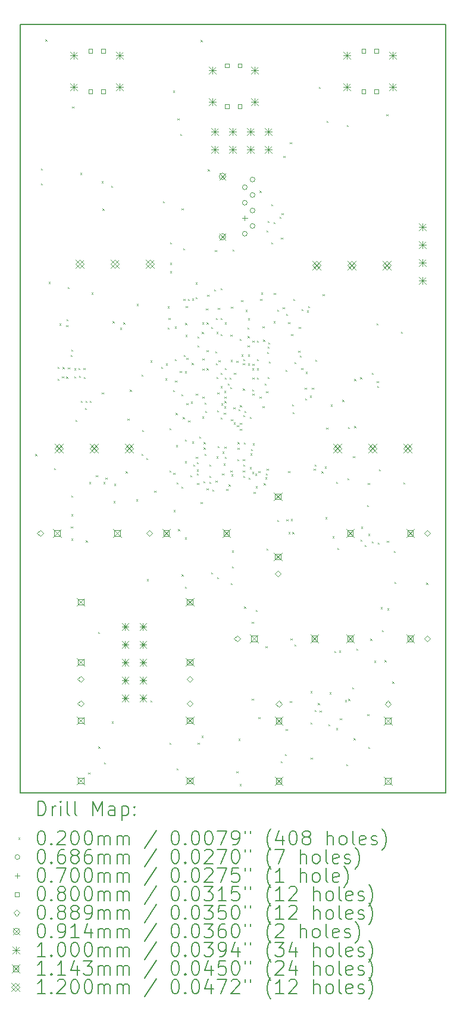
<source format=gbr>
%TF.GenerationSoftware,KiCad,Pcbnew,8.0.5*%
%TF.CreationDate,2024-10-08T11:29:52-07:00*%
%TF.ProjectId,Sampler-built,53616d70-6c65-4722-9d62-75696c742e6b,rev?*%
%TF.SameCoordinates,PX815dad0PY77b6f90*%
%TF.FileFunction,Drillmap*%
%TF.FilePolarity,Positive*%
%FSLAX45Y45*%
G04 Gerber Fmt 4.5, Leading zero omitted, Abs format (unit mm)*
G04 Created by KiCad (PCBNEW 8.0.5) date 2024-10-08 11:29:52*
%MOMM*%
%LPD*%
G01*
G04 APERTURE LIST*
%ADD10C,0.150000*%
%ADD11C,0.200000*%
%ADD12C,0.100000*%
%ADD13C,0.114300*%
%ADD14C,0.120000*%
G04 APERTURE END LIST*
D10*
X0Y10920000D02*
X6055000Y10920000D01*
X6055000Y0D01*
X0Y0D01*
X0Y10920000D01*
D11*
D12*
X214000Y4817000D02*
X234000Y4797000D01*
X234000Y4817000D02*
X214000Y4797000D01*
X296000Y8877000D02*
X316000Y8857000D01*
X316000Y8877000D02*
X296000Y8857000D01*
X296000Y8666000D02*
X316000Y8646000D01*
X316000Y8666000D02*
X296000Y8646000D01*
X357665Y10708992D02*
X377665Y10688992D01*
X377665Y10708992D02*
X357665Y10688992D01*
X402500Y7263000D02*
X422500Y7243000D01*
X422500Y7263000D02*
X402500Y7243000D01*
X482960Y4618977D02*
X502960Y4598977D01*
X502960Y4618977D02*
X482960Y4598977D01*
X528665Y5885992D02*
X548665Y5865992D01*
X548665Y5885992D02*
X528665Y5865992D01*
X533170Y6053830D02*
X553170Y6033830D01*
X553170Y6053830D02*
X533170Y6033830D01*
X555000Y6669000D02*
X575000Y6649000D01*
X575000Y6669000D02*
X555000Y6649000D01*
X595170Y5920830D02*
X615170Y5900830D01*
X615170Y5920830D02*
X595170Y5900830D01*
X602170Y6050830D02*
X622170Y6030830D01*
X622170Y6050830D02*
X602170Y6030830D01*
X653170Y5917830D02*
X673170Y5897830D01*
X673170Y5917830D02*
X653170Y5897830D01*
X654000Y6648000D02*
X674000Y6628000D01*
X674000Y6648000D02*
X654000Y6628000D01*
X656000Y6736000D02*
X676000Y6716000D01*
X676000Y6736000D02*
X656000Y6716000D01*
X673000Y7189000D02*
X693000Y7169000D01*
X693000Y7189000D02*
X673000Y7169000D01*
X679000Y6046000D02*
X699000Y6026000D01*
X699000Y6046000D02*
X679000Y6026000D01*
X719000Y6224000D02*
X739000Y6204000D01*
X739000Y6224000D02*
X719000Y6204000D01*
X720840Y3788000D02*
X740840Y3768000D01*
X740840Y3788000D02*
X720840Y3768000D01*
X724000Y6304000D02*
X744000Y6284000D01*
X744000Y6304000D02*
X724000Y6284000D01*
X727160Y4230000D02*
X747160Y4210000D01*
X747160Y4230000D02*
X727160Y4210000D01*
X727160Y3960000D02*
X747160Y3940000D01*
X747160Y3960000D02*
X727160Y3940000D01*
X727160Y3613000D02*
X747160Y3593000D01*
X747160Y3613000D02*
X727160Y3593000D01*
X738000Y9759000D02*
X758000Y9739000D01*
X758000Y9759000D02*
X738000Y9739000D01*
X766000Y5920000D02*
X786000Y5900000D01*
X786000Y5920000D02*
X766000Y5900000D01*
X768000Y6035000D02*
X788000Y6015000D01*
X788000Y6035000D02*
X768000Y6015000D01*
X786000Y5301000D02*
X806000Y5281000D01*
X806000Y5301000D02*
X786000Y5281000D01*
X827000Y6041000D02*
X847000Y6021000D01*
X847000Y6041000D02*
X827000Y6021000D01*
X836000Y5927000D02*
X856000Y5907000D01*
X856000Y5927000D02*
X836000Y5907000D01*
X851000Y8812000D02*
X871000Y8792000D01*
X871000Y8812000D02*
X851000Y8792000D01*
X859657Y5575000D02*
X879657Y5555000D01*
X879657Y5575000D02*
X859657Y5555000D01*
X900000Y6040000D02*
X920000Y6020000D01*
X920000Y6040000D02*
X900000Y6020000D01*
X903000Y5914000D02*
X923000Y5894000D01*
X923000Y5914000D02*
X903000Y5894000D01*
X922665Y5469992D02*
X942665Y5449992D01*
X942665Y5469992D02*
X922665Y5449992D01*
X926665Y5573992D02*
X946665Y5553992D01*
X946665Y5573992D02*
X926665Y5553992D01*
X934160Y3587765D02*
X954160Y3567765D01*
X954160Y3587765D02*
X934160Y3567765D01*
X966000Y292000D02*
X986000Y272000D01*
X986000Y292000D02*
X966000Y272000D01*
X979665Y4416992D02*
X999665Y4396992D01*
X999665Y4416992D02*
X979665Y4396992D01*
X988665Y5575992D02*
X1008665Y5555992D01*
X1008665Y5575992D02*
X988665Y5555992D01*
X1015665Y7109992D02*
X1035665Y7089992D01*
X1035665Y7109992D02*
X1015665Y7089992D01*
X1075926Y4517731D02*
X1095926Y4497731D01*
X1095926Y4517731D02*
X1075926Y4497731D01*
X1106665Y2286992D02*
X1126665Y2266992D01*
X1126665Y2286992D02*
X1106665Y2266992D01*
X1112000Y659000D02*
X1132000Y639000D01*
X1132000Y659000D02*
X1112000Y639000D01*
X1157000Y8693000D02*
X1177000Y8673000D01*
X1177000Y8693000D02*
X1157000Y8673000D01*
X1161665Y5694992D02*
X1181665Y5674992D01*
X1181665Y5694992D02*
X1161665Y5674992D01*
X1170665Y8302992D02*
X1190665Y8282992D01*
X1190665Y8302992D02*
X1170665Y8282992D01*
X1182000Y4416992D02*
X1202000Y4396992D01*
X1202000Y4416992D02*
X1182000Y4396992D01*
X1189000Y436000D02*
X1209000Y416000D01*
X1209000Y436000D02*
X1189000Y416000D01*
X1214000Y4484000D02*
X1234000Y4464000D01*
X1234000Y4484000D02*
X1214000Y4464000D01*
X1295665Y8630492D02*
X1315665Y8610492D01*
X1315665Y8630492D02*
X1295665Y8610492D01*
X1300000Y1013000D02*
X1320000Y993000D01*
X1320000Y1013000D02*
X1300000Y993000D01*
X1315000Y6703000D02*
X1335000Y6683000D01*
X1335000Y6703000D02*
X1315000Y6683000D01*
X1326852Y4147418D02*
X1346852Y4127418D01*
X1346852Y4147418D02*
X1326852Y4127418D01*
X1337665Y4393992D02*
X1357665Y4373992D01*
X1357665Y4393992D02*
X1337665Y4373992D01*
X1422468Y6611531D02*
X1442468Y6591531D01*
X1442468Y6611531D02*
X1422468Y6591531D01*
X1465968Y6686031D02*
X1485968Y6666031D01*
X1485968Y6686031D02*
X1465968Y6666031D01*
X1502000Y4572000D02*
X1522000Y4552000D01*
X1522000Y4572000D02*
X1502000Y4552000D01*
X1526665Y5317992D02*
X1546665Y5297992D01*
X1546665Y5317992D02*
X1526665Y5297992D01*
X1559665Y5729992D02*
X1579665Y5709992D01*
X1579665Y5729992D02*
X1559665Y5709992D01*
X1647000Y4172000D02*
X1667000Y4152000D01*
X1667000Y4172000D02*
X1647000Y4152000D01*
X1658000Y6949000D02*
X1678000Y6929000D01*
X1678000Y6949000D02*
X1658000Y6929000D01*
X1727000Y5948000D02*
X1747000Y5928000D01*
X1747000Y5948000D02*
X1727000Y5928000D01*
X1727665Y4818992D02*
X1747665Y4798992D01*
X1747665Y4818992D02*
X1727665Y4798992D01*
X1733000Y5158000D02*
X1753000Y5138000D01*
X1753000Y5158000D02*
X1733000Y5138000D01*
X1792665Y4759992D02*
X1812665Y4739992D01*
X1812665Y4759992D02*
X1792665Y4739992D01*
X1800000Y3038000D02*
X1820000Y3018000D01*
X1820000Y3038000D02*
X1800000Y3018000D01*
X1851570Y1316650D02*
X1871570Y1296650D01*
X1871570Y1316650D02*
X1851570Y1296650D01*
X1853000Y6144000D02*
X1873000Y6124000D01*
X1873000Y6144000D02*
X1853000Y6124000D01*
X1905665Y4292992D02*
X1925665Y4272992D01*
X1925665Y4292992D02*
X1905665Y4272992D01*
X2002650Y6056000D02*
X2022650Y6036000D01*
X2022650Y6056000D02*
X2002650Y6036000D01*
X2028000Y8411000D02*
X2048000Y8391000D01*
X2048000Y8411000D02*
X2028000Y8391000D01*
X2066000Y5892000D02*
X2086000Y5872000D01*
X2086000Y5892000D02*
X2066000Y5872000D01*
X2074000Y6102000D02*
X2094000Y6082000D01*
X2094000Y6102000D02*
X2074000Y6082000D01*
X2095249Y6612618D02*
X2115249Y6592618D01*
X2115249Y6612618D02*
X2095249Y6592618D01*
X2099000Y6915000D02*
X2119000Y6895000D01*
X2119000Y6915000D02*
X2099000Y6895000D01*
X2109000Y6748000D02*
X2129000Y6728000D01*
X2129000Y6748000D02*
X2109000Y6728000D01*
X2123000Y5187000D02*
X2143000Y5167000D01*
X2143000Y5187000D02*
X2123000Y5167000D01*
X2123000Y4585000D02*
X2143000Y4565000D01*
X2143000Y4585000D02*
X2123000Y4565000D01*
X2125000Y713000D02*
X2145000Y693000D01*
X2145000Y713000D02*
X2125000Y693000D01*
X2131000Y7414000D02*
X2151000Y7394000D01*
X2151000Y7414000D02*
X2131000Y7394000D01*
X2132650Y7824000D02*
X2152650Y7804000D01*
X2152650Y7824000D02*
X2132650Y7804000D01*
X2132650Y7533000D02*
X2152650Y7513000D01*
X2152650Y7533000D02*
X2132650Y7513000D01*
X2172000Y9979992D02*
X2192000Y9959992D01*
X2192000Y9979992D02*
X2172000Y9959992D01*
X2175000Y5728000D02*
X2195000Y5708000D01*
X2195000Y5728000D02*
X2175000Y5708000D01*
X2179000Y4549000D02*
X2199000Y4529000D01*
X2199000Y4549000D02*
X2179000Y4529000D01*
X2184532Y4019531D02*
X2204532Y3999531D01*
X2204532Y4019531D02*
X2184532Y3999531D01*
X2198656Y6167984D02*
X2218656Y6147984D01*
X2218656Y6167984D02*
X2198656Y6147984D01*
X2201000Y6629000D02*
X2221000Y6609000D01*
X2221000Y6629000D02*
X2201000Y6609000D01*
X2203000Y5860000D02*
X2223000Y5840000D01*
X2223000Y5860000D02*
X2203000Y5840000D01*
X2212000Y5400000D02*
X2232000Y5380000D01*
X2232000Y5400000D02*
X2212000Y5380000D01*
X2216665Y4941992D02*
X2236665Y4921992D01*
X2236665Y4941992D02*
X2216665Y4921992D01*
X2222000Y348000D02*
X2242000Y328000D01*
X2242000Y348000D02*
X2222000Y328000D01*
X2223000Y4414000D02*
X2243000Y4394000D01*
X2243000Y4414000D02*
X2223000Y4394000D01*
X2238000Y9588000D02*
X2258000Y9568000D01*
X2258000Y9588000D02*
X2238000Y9568000D01*
X2246665Y3748992D02*
X2266665Y3728992D01*
X2266665Y3748992D02*
X2246665Y3728992D01*
X2271000Y5995000D02*
X2291000Y5975000D01*
X2291000Y5995000D02*
X2271000Y5975000D01*
X2275142Y9364225D02*
X2295142Y9344225D01*
X2295142Y9364225D02*
X2275142Y9344225D01*
X2293000Y4354000D02*
X2313000Y4334000D01*
X2313000Y4354000D02*
X2293000Y4334000D01*
X2293290Y5668367D02*
X2313290Y5648367D01*
X2313290Y5668367D02*
X2293290Y5648367D01*
X2295665Y3105042D02*
X2315665Y3085042D01*
X2315665Y3105042D02*
X2295665Y3085042D01*
X2298000Y8306000D02*
X2318000Y8286000D01*
X2318000Y8306000D02*
X2298000Y8286000D01*
X2314968Y5340039D02*
X2334968Y5320039D01*
X2334968Y5340039D02*
X2314968Y5320039D01*
X2318000Y7742000D02*
X2338000Y7722000D01*
X2338000Y7742000D02*
X2318000Y7722000D01*
X2321350Y7018992D02*
X2341350Y6998992D01*
X2341350Y7018992D02*
X2321350Y6998992D01*
X2325544Y6227634D02*
X2345544Y6207634D01*
X2345544Y6227634D02*
X2325544Y6207634D01*
X2341000Y5992000D02*
X2361000Y5972000D01*
X2361000Y5992000D02*
X2341000Y5972000D01*
X2341015Y4713660D02*
X2361015Y4693660D01*
X2361015Y4713660D02*
X2341015Y4693660D01*
X2342015Y5024660D02*
X2362015Y5004660D01*
X2362015Y5024660D02*
X2342015Y5004660D01*
X2343665Y3630992D02*
X2363665Y3610992D01*
X2363665Y3630992D02*
X2343665Y3610992D01*
X2344665Y2929992D02*
X2364665Y2909992D01*
X2364665Y2929992D02*
X2344665Y2909992D01*
X2347015Y6678660D02*
X2367015Y6658660D01*
X2367015Y6678660D02*
X2347015Y6658660D01*
X2352015Y6509660D02*
X2372015Y6489660D01*
X2372015Y6509660D02*
X2352015Y6489660D01*
X2356000Y6920000D02*
X2376000Y6900000D01*
X2376000Y6920000D02*
X2356000Y6900000D01*
X2363958Y5540699D02*
X2383958Y5520699D01*
X2383958Y5540699D02*
X2363958Y5520699D01*
X2365665Y6181334D02*
X2385665Y6161334D01*
X2385665Y6181334D02*
X2365665Y6161334D01*
X2384665Y7018992D02*
X2404665Y6998992D01*
X2404665Y7018992D02*
X2384665Y6998992D01*
X2391015Y5294660D02*
X2411015Y5274660D01*
X2411015Y5294660D02*
X2391015Y5274660D01*
X2419015Y4517660D02*
X2439015Y4497660D01*
X2439015Y4517660D02*
X2419015Y4497660D01*
X2425658Y5559972D02*
X2445658Y5539972D01*
X2445658Y5559972D02*
X2425658Y5539972D01*
X2442000Y6112000D02*
X2462000Y6092000D01*
X2462000Y6112000D02*
X2442000Y6092000D01*
X2442571Y7024799D02*
X2462571Y7004799D01*
X2462571Y7024799D02*
X2442571Y7004799D01*
X2444015Y4993660D02*
X2464015Y4973660D01*
X2464015Y4993660D02*
X2444015Y4973660D01*
X2460665Y4665992D02*
X2480665Y4645992D01*
X2480665Y4665992D02*
X2460665Y4645992D01*
X2497980Y7047819D02*
X2517980Y7027819D01*
X2517980Y7047819D02*
X2497980Y7027819D01*
X2498000Y7254000D02*
X2518000Y7234000D01*
X2518000Y7254000D02*
X2498000Y7234000D01*
X2499015Y4776660D02*
X2519015Y4756660D01*
X2519015Y4776660D02*
X2499015Y4756660D01*
X2499834Y5677360D02*
X2519834Y5657360D01*
X2519834Y5677360D02*
X2499834Y5657360D01*
X2510015Y4594660D02*
X2530015Y4574660D01*
X2530015Y4594660D02*
X2510015Y4574660D01*
X2511365Y4704433D02*
X2531365Y4684433D01*
X2531365Y4704433D02*
X2511365Y4684433D01*
X2514015Y4540660D02*
X2534015Y4520660D01*
X2534015Y4540660D02*
X2514015Y4520660D01*
X2515728Y4404857D02*
X2535728Y4384857D01*
X2535728Y4404857D02*
X2515728Y4384857D01*
X2522499Y6490660D02*
X2542499Y6470660D01*
X2542499Y6490660D02*
X2522499Y6470660D01*
X2522783Y6360421D02*
X2542783Y6340421D01*
X2542783Y6360421D02*
X2522783Y6340421D01*
X2525000Y713000D02*
X2545000Y693000D01*
X2545000Y713000D02*
X2525000Y693000D01*
X2546615Y5068305D02*
X2566615Y5048305D01*
X2566615Y5068305D02*
X2546615Y5048305D01*
X2566665Y4134992D02*
X2586665Y4114992D01*
X2586665Y4134992D02*
X2566665Y4114992D01*
X2568665Y10698992D02*
X2588665Y10678992D01*
X2588665Y10698992D02*
X2568665Y10678992D01*
X2581665Y809992D02*
X2601665Y789992D01*
X2601665Y809992D02*
X2581665Y789992D01*
X2583803Y6552448D02*
X2603803Y6532448D01*
X2603803Y6552448D02*
X2583803Y6532448D01*
X2586015Y5349660D02*
X2606015Y5329660D01*
X2606015Y5349660D02*
X2586015Y5329660D01*
X2588015Y6686660D02*
X2608015Y6666660D01*
X2608015Y6686660D02*
X2588015Y6666660D01*
X2591592Y6172533D02*
X2611592Y6152533D01*
X2611592Y6172533D02*
X2591592Y6152533D01*
X2591935Y6033560D02*
X2611935Y6013560D01*
X2611935Y6033560D02*
X2591935Y6013560D01*
X2592044Y5633310D02*
X2612044Y5613310D01*
X2612044Y5633310D02*
X2592044Y5613310D01*
X2603015Y4431660D02*
X2623015Y4411660D01*
X2623015Y4431660D02*
X2603015Y4411660D01*
X2609985Y4907660D02*
X2629985Y4887660D01*
X2629985Y4907660D02*
X2609985Y4887660D01*
X2610015Y4985660D02*
X2630015Y4965660D01*
X2630015Y4985660D02*
X2610015Y4965660D01*
X2621142Y5548533D02*
X2641142Y5528533D01*
X2641142Y5548533D02*
X2621142Y5528533D01*
X2623702Y4818419D02*
X2643702Y4798419D01*
X2643702Y4818419D02*
X2623702Y4798419D01*
X2628847Y5427828D02*
X2648847Y5407828D01*
X2648847Y5427828D02*
X2628847Y5407828D01*
X2644516Y6885000D02*
X2664516Y6865000D01*
X2664516Y6885000D02*
X2644516Y6865000D01*
X2651015Y4328660D02*
X2671015Y4308660D01*
X2671015Y4328660D02*
X2651015Y4308660D01*
X2652526Y6036660D02*
X2672526Y6016660D01*
X2672526Y6036660D02*
X2652526Y6016660D01*
X2652665Y6686163D02*
X2672665Y6666163D01*
X2672665Y6686163D02*
X2652665Y6666163D01*
X2653409Y6295622D02*
X2673409Y6275622D01*
X2673409Y6295622D02*
X2653409Y6275622D01*
X2660221Y7082678D02*
X2680221Y7062678D01*
X2680221Y7082678D02*
X2660221Y7062678D01*
X2668000Y8862000D02*
X2688000Y8842000D01*
X2688000Y8862000D02*
X2668000Y8842000D01*
X2690150Y4424480D02*
X2710150Y4404480D01*
X2710150Y4424480D02*
X2690150Y4404480D01*
X2690566Y4508407D02*
X2710566Y4488407D01*
X2710566Y4508407D02*
X2690566Y4488407D01*
X2691015Y4666660D02*
X2711015Y4646660D01*
X2711015Y4666660D02*
X2691015Y4646660D01*
X2716165Y3136992D02*
X2736165Y3116992D01*
X2736165Y3136992D02*
X2716165Y3116992D01*
X2717015Y6621660D02*
X2737015Y6601660D01*
X2737015Y6621660D02*
X2717015Y6601660D01*
X2735015Y4309660D02*
X2755015Y4289660D01*
X2755015Y4309660D02*
X2735015Y4289660D01*
X2756000Y7158000D02*
X2776000Y7138000D01*
X2776000Y7158000D02*
X2756000Y7138000D01*
X2772000Y7714300D02*
X2792000Y7694300D01*
X2792000Y7714300D02*
X2772000Y7694300D01*
X2772371Y6277874D02*
X2792371Y6257874D01*
X2792371Y6277874D02*
X2772371Y6257874D01*
X2779482Y4438283D02*
X2799482Y4418283D01*
X2799482Y4438283D02*
X2779482Y4418283D01*
X2783015Y6750660D02*
X2803015Y6730660D01*
X2803015Y6750660D02*
X2783015Y6730660D01*
X2783831Y6108660D02*
X2803831Y6088660D01*
X2803831Y6108660D02*
X2783831Y6088660D01*
X2790015Y4780660D02*
X2810015Y4760660D01*
X2810015Y4780660D02*
X2790015Y4760660D01*
X2790417Y5911283D02*
X2810417Y5891283D01*
X2810417Y5911283D02*
X2790417Y5891283D01*
X2794015Y6551660D02*
X2814015Y6531660D01*
X2814015Y6551660D02*
X2794015Y6531660D01*
X2797715Y5438660D02*
X2817715Y5418660D01*
X2817715Y5438660D02*
X2797715Y5418660D01*
X2803000Y3064992D02*
X2823000Y3044992D01*
X2823000Y3064992D02*
X2803000Y3044992D01*
X2804979Y5693625D02*
X2824979Y5673625D01*
X2824979Y5693625D02*
X2804979Y5673625D01*
X2811223Y4929204D02*
X2831223Y4909204D01*
X2831223Y4929204D02*
X2811223Y4909204D01*
X2812015Y6894660D02*
X2832015Y6874660D01*
X2832015Y6894660D02*
X2812015Y6874660D01*
X2820131Y6150660D02*
X2840131Y6130660D01*
X2840131Y6150660D02*
X2820131Y6130660D01*
X2848498Y5972660D02*
X2868498Y5952660D01*
X2868498Y5972660D02*
X2848498Y5952660D01*
X2848793Y6751323D02*
X2868793Y6731323D01*
X2868793Y6751323D02*
X2848793Y6731323D01*
X2850245Y5781104D02*
X2870245Y5761104D01*
X2870245Y5781104D02*
X2850245Y5761104D01*
X2850479Y5334531D02*
X2870479Y5314531D01*
X2870479Y5334531D02*
X2850479Y5314531D01*
X2851000Y7176000D02*
X2871000Y7156000D01*
X2871000Y7176000D02*
X2851000Y7156000D01*
X2853015Y6521660D02*
X2873015Y6501660D01*
X2873015Y6521660D02*
X2853015Y6501660D01*
X2859033Y5535642D02*
X2879033Y5515642D01*
X2879033Y5535642D02*
X2859033Y5515642D01*
X2871611Y4538601D02*
X2891611Y4518601D01*
X2891611Y4538601D02*
X2871611Y4518601D01*
X2875015Y4848660D02*
X2895015Y4828660D01*
X2895015Y4848660D02*
X2875015Y4828660D01*
X2894188Y4681717D02*
X2914188Y4661717D01*
X2914188Y4681717D02*
X2894188Y4661717D01*
X2898962Y5402360D02*
X2918962Y5382360D01*
X2918962Y5402360D02*
X2898962Y5382360D01*
X2900329Y5714883D02*
X2920329Y5694883D01*
X2920329Y5714883D02*
X2900329Y5694883D01*
X2902015Y5494660D02*
X2922015Y5474660D01*
X2922015Y5494660D02*
X2902015Y5474660D01*
X2904715Y5632660D02*
X2924715Y5612660D01*
X2924715Y5632660D02*
X2904715Y5612660D01*
X2905789Y4919895D02*
X2925789Y4899895D01*
X2925789Y4919895D02*
X2905789Y4899895D01*
X2906015Y5568385D02*
X2926015Y5548385D01*
X2926015Y5568385D02*
X2906015Y5548385D01*
X2908015Y4778660D02*
X2928015Y4758660D01*
X2928015Y4778660D02*
X2908015Y4758660D01*
X2912015Y5906660D02*
X2932015Y5886660D01*
X2932015Y5906660D02*
X2912015Y5886660D01*
X2912730Y6037384D02*
X2932730Y6017384D01*
X2932730Y6037384D02*
X2912730Y6017384D01*
X2913015Y6685660D02*
X2933015Y6665660D01*
X2933015Y6685660D02*
X2913015Y6665660D01*
X2931075Y4320458D02*
X2951075Y4300458D01*
X2951075Y4320458D02*
X2931075Y4300458D01*
X2951015Y5821660D02*
X2971015Y5801660D01*
X2971015Y5821660D02*
X2951015Y5801660D01*
X2966350Y4385121D02*
X2986350Y4365121D01*
X2986350Y4385121D02*
X2966350Y4365121D01*
X2977495Y5905941D02*
X2997495Y5885941D01*
X2997495Y5905941D02*
X2977495Y5885941D01*
X2987315Y5769660D02*
X3007315Y5749660D01*
X3007315Y5769660D02*
X2987315Y5749660D01*
X2991015Y6515660D02*
X3011015Y6495660D01*
X3011015Y6515660D02*
X2991015Y6495660D01*
X2991521Y4582149D02*
X3011521Y4562149D01*
X3011521Y4582149D02*
X2991521Y4562149D01*
X2993665Y2983992D02*
X3013665Y2963992D01*
X3013665Y2983992D02*
X2993665Y2963992D01*
X2995259Y6153905D02*
X3015259Y6133905D01*
X3015259Y6153905D02*
X2995259Y6133905D01*
X2998015Y5309660D02*
X3018015Y5289660D01*
X3018015Y5309660D02*
X2998015Y5289660D01*
X2999015Y6911660D02*
X3019015Y6891660D01*
X3019015Y6911660D02*
X2999015Y6891660D01*
X3003180Y4528504D02*
X3023180Y4508504D01*
X3023180Y4528504D02*
X3003180Y4508504D01*
X3012665Y3442992D02*
X3032665Y3422992D01*
X3032665Y3442992D02*
X3012665Y3422992D01*
X3013665Y3220992D02*
X3033665Y3200992D01*
X3033665Y3220992D02*
X3013665Y3200992D01*
X3023000Y7723000D02*
X3043000Y7703000D01*
X3043000Y7723000D02*
X3023000Y7703000D01*
X3032015Y5479894D02*
X3052015Y5459894D01*
X3052015Y5479894D02*
X3032015Y5459894D01*
X3039015Y5264660D02*
X3059015Y5244660D01*
X3059015Y5264660D02*
X3039015Y5244660D01*
X3043015Y5971156D02*
X3063015Y5951156D01*
X3063015Y5971156D02*
X3043015Y5951156D01*
X3074665Y306492D02*
X3094665Y286492D01*
X3094665Y306492D02*
X3074665Y286492D01*
X3075000Y6141000D02*
X3095000Y6121000D01*
X3095000Y6141000D02*
X3075000Y6121000D01*
X3083285Y5224931D02*
X3103285Y5204931D01*
X3103285Y5224931D02*
X3083285Y5204931D01*
X3090015Y4746660D02*
X3110015Y4726660D01*
X3110015Y4746660D02*
X3090015Y4726660D01*
X3093015Y4903660D02*
X3113015Y4883660D01*
X3113015Y4903660D02*
X3093015Y4883660D01*
X3093830Y4985306D02*
X3113830Y4965306D01*
X3113830Y4985306D02*
X3093830Y4965306D01*
X3105847Y5456828D02*
X3125847Y5436828D01*
X3125847Y5456828D02*
X3105847Y5436828D01*
X3107665Y767992D02*
X3127665Y747992D01*
X3127665Y767992D02*
X3107665Y747992D01*
X3123015Y6452660D02*
X3143015Y6432660D01*
X3143015Y6452660D02*
X3123015Y6432660D01*
X3124000Y124000D02*
X3144000Y104000D01*
X3144000Y124000D02*
X3124000Y104000D01*
X3127665Y5259660D02*
X3147665Y5239660D01*
X3147665Y5259660D02*
X3127665Y5239660D01*
X3127715Y5510660D02*
X3147715Y5490660D01*
X3147715Y5510660D02*
X3127715Y5490660D01*
X3127715Y5177660D02*
X3147715Y5157660D01*
X3147715Y5177660D02*
X3127715Y5157660D01*
X3143015Y7003660D02*
X3163015Y6983660D01*
X3163015Y7003660D02*
X3143015Y6983660D01*
X3148000Y6230664D02*
X3168000Y6210664D01*
X3168000Y6230664D02*
X3148000Y6210664D01*
X3167234Y5748457D02*
X3187234Y5728457D01*
X3187234Y5748457D02*
X3167234Y5728457D01*
X3168015Y4582660D02*
X3188015Y4562660D01*
X3188015Y4582660D02*
X3168015Y4562660D01*
X3169372Y4745008D02*
X3189372Y4725008D01*
X3189372Y4745008D02*
X3169372Y4725008D01*
X3169940Y6105548D02*
X3189940Y6085548D01*
X3189940Y6105548D02*
X3169940Y6085548D01*
X3170515Y5369160D02*
X3190515Y5349160D01*
X3190515Y5369160D02*
X3170515Y5349160D01*
X3170621Y4507660D02*
X3190621Y4487660D01*
X3190621Y4507660D02*
X3170621Y4487660D01*
X3170644Y4668326D02*
X3190644Y4648326D01*
X3190644Y4668326D02*
X3170644Y4648326D01*
X3172000Y6165924D02*
X3192000Y6145924D01*
X3192000Y6165924D02*
X3172000Y6145924D01*
X3180984Y4980004D02*
X3200984Y4960004D01*
X3200984Y4980004D02*
X3180984Y4960004D01*
X3187000Y2649000D02*
X3207000Y2629000D01*
X3207000Y2649000D02*
X3187000Y2629000D01*
X3187715Y5427660D02*
X3207715Y5407660D01*
X3207715Y5427660D02*
X3187715Y5407660D01*
X3208665Y6863992D02*
X3228665Y6843992D01*
X3228665Y6863992D02*
X3208665Y6843992D01*
X3234015Y6617660D02*
X3254015Y6597660D01*
X3254015Y6617660D02*
X3234015Y6597660D01*
X3236707Y6358845D02*
X3256707Y6338845D01*
X3256707Y6358845D02*
X3236707Y6338845D01*
X3237517Y6491660D02*
X3257517Y6471660D01*
X3257517Y6491660D02*
X3237517Y6471660D01*
X3238015Y6230660D02*
X3258015Y6210660D01*
X3258015Y6230660D02*
X3238015Y6210660D01*
X3238015Y6101660D02*
X3258015Y6081660D01*
X3258015Y6101660D02*
X3238015Y6081660D01*
X3239370Y6747647D02*
X3259370Y6727647D01*
X3259370Y6747647D02*
X3239370Y6727647D01*
X3250683Y4480328D02*
X3270683Y4460328D01*
X3270683Y4480328D02*
X3250683Y4460328D01*
X3265424Y4630526D02*
X3285424Y4610526D01*
X3285424Y4630526D02*
X3265424Y4610526D01*
X3268015Y5344660D02*
X3288015Y5324660D01*
X3288015Y5344660D02*
X3268015Y5324660D01*
X3272015Y4823660D02*
X3292015Y4803660D01*
X3292015Y4823660D02*
X3272015Y4803660D01*
X3284015Y4888660D02*
X3304015Y4868660D01*
X3304015Y4888660D02*
X3284015Y4868660D01*
X3295665Y2429992D02*
X3315665Y2409992D01*
X3315665Y2429992D02*
X3295665Y2409992D01*
X3295665Y1339992D02*
X3315665Y1319992D01*
X3315665Y1339992D02*
X3295665Y1319992D01*
X3298017Y4562167D02*
X3318017Y4542167D01*
X3318017Y4562167D02*
X3298017Y4542167D01*
X3301490Y5735003D02*
X3321490Y5715003D01*
X3321490Y5735003D02*
X3301490Y5715003D01*
X3302510Y6036660D02*
X3322510Y6016660D01*
X3322510Y6036660D02*
X3302510Y6016660D01*
X3302841Y5904368D02*
X3322841Y5884368D01*
X3322841Y5904368D02*
X3302841Y5884368D01*
X3303683Y5677328D02*
X3323683Y5657328D01*
X3323683Y5677328D02*
X3303683Y5657328D01*
X3303780Y6098332D02*
X3323780Y6078332D01*
X3323780Y6098332D02*
X3303780Y6078332D01*
X3303791Y6428884D02*
X3323791Y6408884D01*
X3323791Y6428884D02*
X3303791Y6408884D01*
X3306665Y4968660D02*
X3326665Y4948660D01*
X3326665Y4968660D02*
X3306665Y4948660D01*
X3320665Y4278992D02*
X3340665Y4258992D01*
X3340665Y4278992D02*
X3320665Y4258992D01*
X3341410Y4537269D02*
X3361410Y4517269D01*
X3361410Y4537269D02*
X3341410Y4517269D01*
X3349238Y2602650D02*
X3369238Y2582650D01*
X3369238Y2602650D02*
X3349238Y2582650D01*
X3352427Y4358159D02*
X3372427Y4338159D01*
X3372427Y4358159D02*
X3352427Y4338159D01*
X3367015Y5906162D02*
X3387015Y5886162D01*
X3387015Y5906162D02*
X3367015Y5886162D01*
X3367512Y6035660D02*
X3387512Y6015660D01*
X3387512Y6035660D02*
X3367512Y6015660D01*
X3367665Y6165992D02*
X3387665Y6145992D01*
X3387665Y6165992D02*
X3367665Y6145992D01*
X3368015Y6426660D02*
X3388015Y6406660D01*
X3388015Y6426660D02*
X3368015Y6406660D01*
X3388461Y4574501D02*
X3408461Y4554501D01*
X3408461Y4574501D02*
X3388461Y4554501D01*
X3388665Y1079992D02*
X3408665Y1059992D01*
X3408665Y1079992D02*
X3388665Y1059992D01*
X3406000Y8558000D02*
X3426000Y8538000D01*
X3426000Y8558000D02*
X3406000Y8538000D01*
X3407015Y5630660D02*
X3427015Y5610660D01*
X3427015Y5630660D02*
X3407015Y5610660D01*
X3413052Y7020042D02*
X3433052Y7000042D01*
X3433052Y7020042D02*
X3413052Y7000042D01*
X3429000Y7109000D02*
X3449000Y7089000D01*
X3449000Y7109000D02*
X3429000Y7089000D01*
X3447665Y6631992D02*
X3467665Y6611992D01*
X3467665Y6631992D02*
X3447665Y6611992D01*
X3448600Y5495000D02*
X3468600Y5475000D01*
X3468600Y5495000D02*
X3448600Y5475000D01*
X3457015Y6441660D02*
X3477015Y6421660D01*
X3477015Y6441660D02*
X3457015Y6421660D01*
X3465015Y4402660D02*
X3485015Y4382660D01*
X3485015Y4402660D02*
X3465015Y4382660D01*
X3478295Y5819941D02*
X3498295Y5799941D01*
X3498295Y5819941D02*
X3478295Y5799941D01*
X3485197Y4485866D02*
X3505197Y4465866D01*
X3505197Y4485866D02*
X3485197Y4465866D01*
X3489665Y2087992D02*
X3509665Y2067992D01*
X3509665Y2087992D02*
X3489665Y2067992D01*
X3493665Y4540389D02*
X3513665Y4520389D01*
X3513665Y4540389D02*
X3493665Y4520389D01*
X3497801Y5708960D02*
X3517801Y5688960D01*
X3517801Y5708960D02*
X3497801Y5688960D01*
X3501000Y7995000D02*
X3521000Y7975000D01*
X3521000Y7995000D02*
X3501000Y7975000D01*
X3502665Y3475992D02*
X3522665Y3455992D01*
X3522665Y3475992D02*
X3502665Y3455992D01*
X3507354Y4610657D02*
X3527354Y4590657D01*
X3527354Y4610657D02*
X3507354Y4590657D01*
X3511234Y6269879D02*
X3531234Y6249879D01*
X3531234Y6269879D02*
X3511234Y6249879D01*
X3520377Y5913448D02*
X3540377Y5893448D01*
X3540377Y5913448D02*
X3520377Y5893448D01*
X3521015Y6342660D02*
X3541015Y6322660D01*
X3541015Y6342660D02*
X3521015Y6322660D01*
X3522665Y8130992D02*
X3542665Y8110992D01*
X3542665Y8130992D02*
X3522665Y8110992D01*
X3530147Y6403792D02*
X3550147Y6383792D01*
X3550147Y6403792D02*
X3530147Y6383792D01*
X3534976Y6133447D02*
X3554976Y6113447D01*
X3554976Y6133447D02*
X3534976Y6113447D01*
X3569015Y7825000D02*
X3589015Y7805000D01*
X3589015Y7825000D02*
X3569015Y7805000D01*
X3571000Y8369000D02*
X3591000Y8349000D01*
X3591000Y8369000D02*
X3571000Y8349000D01*
X3603000Y6705000D02*
X3623000Y6685000D01*
X3623000Y6705000D02*
X3603000Y6685000D01*
X3606404Y8112731D02*
X3626404Y8092731D01*
X3626404Y8112731D02*
X3606404Y8092731D01*
X3608877Y7106204D02*
X3628877Y7086204D01*
X3628877Y7106204D02*
X3608877Y7086204D01*
X3654665Y6870992D02*
X3674665Y6850992D01*
X3674665Y6870992D02*
X3654665Y6850992D01*
X3655000Y3879000D02*
X3675000Y3859000D01*
X3675000Y3879000D02*
X3655000Y3859000D01*
X3686665Y8189992D02*
X3706665Y8169992D01*
X3706665Y8189992D02*
X3686665Y8169992D01*
X3707665Y452992D02*
X3727665Y432992D01*
X3727665Y452992D02*
X3707665Y432992D01*
X3712015Y7894000D02*
X3732015Y7874000D01*
X3732015Y7894000D02*
X3712015Y7874000D01*
X3719365Y8242992D02*
X3739365Y8222992D01*
X3739365Y8242992D02*
X3719365Y8222992D01*
X3735665Y6903992D02*
X3755665Y6883992D01*
X3755665Y6903992D02*
X3735665Y6883992D01*
X3743650Y9055000D02*
X3763650Y9035000D01*
X3763650Y9055000D02*
X3743650Y9035000D01*
X3767665Y553992D02*
X3787665Y533992D01*
X3787665Y553992D02*
X3767665Y533992D01*
X3773061Y6014550D02*
X3793061Y5994550D01*
X3793061Y6014550D02*
X3773061Y5994550D01*
X3777665Y909992D02*
X3797665Y889992D01*
X3797665Y909992D02*
X3777665Y889992D01*
X3780000Y6809000D02*
X3800000Y6789000D01*
X3800000Y6809000D02*
X3780000Y6789000D01*
X3788000Y3891000D02*
X3808000Y3871000D01*
X3808000Y3891000D02*
X3788000Y3871000D01*
X3811665Y6689992D02*
X3831665Y6669992D01*
X3831665Y6689992D02*
X3811665Y6669992D01*
X3812000Y4577000D02*
X3832000Y4557000D01*
X3832000Y4577000D02*
X3812000Y4557000D01*
X3817000Y3706000D02*
X3837000Y3686000D01*
X3837000Y3706000D02*
X3817000Y3686000D01*
X3836000Y9249000D02*
X3856000Y9229000D01*
X3856000Y9249000D02*
X3836000Y9229000D01*
X3836665Y1304992D02*
X3856665Y1284992D01*
X3856665Y1304992D02*
X3836665Y1284992D01*
X3844665Y2192992D02*
X3864665Y2172992D01*
X3864665Y2192992D02*
X3844665Y2172992D01*
X3848000Y3893000D02*
X3868000Y3873000D01*
X3868000Y3893000D02*
X3848000Y3873000D01*
X3854665Y6523992D02*
X3874665Y6503992D01*
X3874665Y6523992D02*
X3854665Y6503992D01*
X3869665Y5523992D02*
X3889665Y5503992D01*
X3889665Y5523992D02*
X3869665Y5503992D01*
X3870000Y3706000D02*
X3890000Y3686000D01*
X3890000Y3706000D02*
X3870000Y3686000D01*
X3874665Y5412992D02*
X3894665Y5392992D01*
X3894665Y5412992D02*
X3874665Y5392992D01*
X3885650Y7023226D02*
X3905650Y7003226D01*
X3905650Y7023226D02*
X3885650Y7003226D01*
X3899665Y2111992D02*
X3919665Y2091992D01*
X3919665Y2111992D02*
X3899665Y2091992D01*
X3902665Y6122992D02*
X3922665Y6102992D01*
X3922665Y6122992D02*
X3902665Y6102992D01*
X3954665Y6286992D02*
X3974665Y6266992D01*
X3974665Y6286992D02*
X3954665Y6266992D01*
X3964665Y6624992D02*
X3984665Y6604992D01*
X3984665Y6624992D02*
X3964665Y6604992D01*
X3976665Y6215992D02*
X3996665Y6195992D01*
X3996665Y6215992D02*
X3976665Y6195992D01*
X3997665Y6039992D02*
X4017665Y6019992D01*
X4017665Y6039992D02*
X3997665Y6019992D01*
X4004500Y6878500D02*
X4024500Y6858500D01*
X4024500Y6878500D02*
X4004500Y6858500D01*
X4049665Y5758992D02*
X4069665Y5738992D01*
X4069665Y5758992D02*
X4049665Y5738992D01*
X4056000Y5608000D02*
X4076000Y5588000D01*
X4076000Y5608000D02*
X4056000Y5588000D01*
X4059665Y5983992D02*
X4079665Y5963992D01*
X4079665Y5983992D02*
X4059665Y5963992D01*
X4080000Y6855000D02*
X4100000Y6835000D01*
X4100000Y6855000D02*
X4080000Y6835000D01*
X4094000Y6922000D02*
X4114000Y6902000D01*
X4114000Y6922000D02*
X4094000Y6902000D01*
X4119000Y5644350D02*
X4139000Y5624350D01*
X4139000Y5644350D02*
X4119000Y5624350D01*
X4129665Y1445992D02*
X4149665Y1425992D01*
X4149665Y1445992D02*
X4129665Y1425992D01*
X4131665Y1000992D02*
X4151665Y980992D01*
X4151665Y1000992D02*
X4131665Y980992D01*
X4133665Y499992D02*
X4153665Y479992D01*
X4153665Y499992D02*
X4133665Y479992D01*
X4150665Y5758992D02*
X4170665Y5738992D01*
X4170665Y5758992D02*
X4150665Y5738992D01*
X4176000Y4611000D02*
X4196000Y4591000D01*
X4196000Y4611000D02*
X4176000Y4591000D01*
X4186665Y1181992D02*
X4206665Y1161992D01*
X4206665Y1181992D02*
X4186665Y1161992D01*
X4190000Y4670000D02*
X4210000Y4650000D01*
X4210000Y4670000D02*
X4190000Y4650000D01*
X4196000Y6160000D02*
X4216000Y6140000D01*
X4216000Y6160000D02*
X4196000Y6140000D01*
X4234665Y1276992D02*
X4254665Y1256992D01*
X4254665Y1276992D02*
X4234665Y1256992D01*
X4247780Y10033680D02*
X4267780Y10013680D01*
X4267780Y10033680D02*
X4247780Y10013680D01*
X4261665Y1171992D02*
X4281665Y1151992D01*
X4281665Y1171992D02*
X4261665Y1151992D01*
X4285000Y4569000D02*
X4305000Y4549000D01*
X4305000Y4569000D02*
X4285000Y4549000D01*
X4304000Y7090000D02*
X4324000Y7070000D01*
X4324000Y7090000D02*
X4304000Y7070000D01*
X4332152Y4638152D02*
X4352152Y4618152D01*
X4352152Y4638152D02*
X4332152Y4618152D01*
X4343665Y3919992D02*
X4363665Y3899992D01*
X4363665Y3919992D02*
X4343665Y3899992D01*
X4353000Y5191000D02*
X4373000Y5171000D01*
X4373000Y5191000D02*
X4353000Y5171000D01*
X4357000Y9553000D02*
X4377000Y9533000D01*
X4377000Y9553000D02*
X4357000Y9533000D01*
X4381665Y977992D02*
X4401665Y957992D01*
X4401665Y977992D02*
X4381665Y957992D01*
X4401665Y1428992D02*
X4421665Y1408992D01*
X4421665Y1428992D02*
X4401665Y1408992D01*
X4418000Y5520000D02*
X4438000Y5500000D01*
X4438000Y5520000D02*
X4418000Y5500000D01*
X4441000Y3648000D02*
X4461000Y3628000D01*
X4461000Y3648000D02*
X4441000Y3628000D01*
X4467000Y2017000D02*
X4487000Y1997000D01*
X4487000Y2017000D02*
X4467000Y1997000D01*
X4495000Y4421000D02*
X4515000Y4401000D01*
X4515000Y4421000D02*
X4495000Y4401000D01*
X4495665Y920992D02*
X4515665Y900992D01*
X4515665Y920992D02*
X4495665Y900992D01*
X4511665Y3483992D02*
X4531665Y3463992D01*
X4531665Y3483992D02*
X4511665Y3463992D01*
X4534044Y2022152D02*
X4554044Y2002152D01*
X4554044Y2022152D02*
X4534044Y2002152D01*
X4548665Y1059992D02*
X4568665Y1039992D01*
X4568665Y1059992D02*
X4548665Y1039992D01*
X4584000Y5586000D02*
X4604000Y5566000D01*
X4604000Y5586000D02*
X4584000Y5566000D01*
X4620255Y1319582D02*
X4640255Y1299582D01*
X4640255Y1319582D02*
X4620255Y1299582D01*
X4635665Y409992D02*
X4655665Y389992D01*
X4655665Y409992D02*
X4635665Y389992D01*
X4646000Y9494000D02*
X4666000Y9474000D01*
X4666000Y9494000D02*
X4646000Y9474000D01*
X4654665Y4472000D02*
X4674665Y4452000D01*
X4674665Y4472000D02*
X4654665Y4452000D01*
X4664000Y5201000D02*
X4684000Y5181000D01*
X4684000Y5201000D02*
X4664000Y5181000D01*
X4666809Y1337688D02*
X4686809Y1317688D01*
X4686809Y1337688D02*
X4666809Y1317688D01*
X4724665Y1500992D02*
X4744665Y1480992D01*
X4744665Y1500992D02*
X4724665Y1480992D01*
X4736000Y4788000D02*
X4756000Y4768000D01*
X4756000Y4788000D02*
X4736000Y4768000D01*
X4742665Y777992D02*
X4762665Y757992D01*
X4762665Y777992D02*
X4742665Y757992D01*
X4750665Y5883992D02*
X4770665Y5863992D01*
X4770665Y5883992D02*
X4750665Y5863992D01*
X4750715Y5214000D02*
X4770715Y5194000D01*
X4770715Y5214000D02*
X4750715Y5194000D01*
X4779665Y2051992D02*
X4799665Y2031992D01*
X4799665Y2051992D02*
X4779665Y2031992D01*
X4836665Y5907992D02*
X4856665Y5887992D01*
X4856665Y5907992D02*
X4836665Y5887992D01*
X4839451Y3601964D02*
X4859451Y3581964D01*
X4859451Y3601964D02*
X4839451Y3581964D01*
X4850000Y3782000D02*
X4870000Y3762000D01*
X4870000Y3782000D02*
X4850000Y3762000D01*
X4898665Y3526992D02*
X4918665Y3506992D01*
X4918665Y3526992D02*
X4898665Y3506992D01*
X4932665Y4093992D02*
X4952665Y4073992D01*
X4952665Y4093992D02*
X4932665Y4073992D01*
X4939665Y1118992D02*
X4959665Y1098992D01*
X4959665Y1118992D02*
X4939665Y1098992D01*
X4947665Y4407992D02*
X4967665Y4387992D01*
X4967665Y4407992D02*
X4947665Y4387992D01*
X4950665Y651992D02*
X4970665Y631992D01*
X4970665Y651992D02*
X4950665Y631992D01*
X4953315Y3680692D02*
X4973315Y3660692D01*
X4973315Y3680692D02*
X4953315Y3660692D01*
X4980665Y2191992D02*
X5000665Y2171992D01*
X5000665Y2191992D02*
X4980665Y2171992D01*
X4999665Y3574992D02*
X5019665Y3554992D01*
X5019665Y3574992D02*
X4999665Y3554992D01*
X5004000Y5972000D02*
X5024000Y5952000D01*
X5024000Y5972000D02*
X5004000Y5952000D01*
X5035665Y1878992D02*
X5055665Y1858992D01*
X5055665Y1878992D02*
X5035665Y1858992D01*
X5072000Y6674000D02*
X5092000Y6654000D01*
X5092000Y6674000D02*
X5072000Y6654000D01*
X5075000Y5852253D02*
X5095000Y5832253D01*
X5095000Y5852253D02*
X5075000Y5832253D01*
X5077000Y5784492D02*
X5097000Y5764492D01*
X5097000Y5784492D02*
X5077000Y5764492D01*
X5086665Y3556992D02*
X5106665Y3536992D01*
X5106665Y3556992D02*
X5086665Y3536992D01*
X5103415Y4597992D02*
X5123415Y4577992D01*
X5123415Y4597992D02*
X5103415Y4577992D01*
X5128000Y2641000D02*
X5148000Y2621000D01*
X5148000Y2641000D02*
X5128000Y2621000D01*
X5144665Y2314992D02*
X5164665Y2294992D01*
X5164665Y2314992D02*
X5144665Y2294992D01*
X5184665Y1886992D02*
X5204665Y1866992D01*
X5204665Y1886992D02*
X5184665Y1866992D01*
X5209000Y9648000D02*
X5229000Y9628000D01*
X5229000Y9648000D02*
X5209000Y9628000D01*
X5217000Y3582000D02*
X5237000Y3562000D01*
X5237000Y3582000D02*
X5217000Y3562000D01*
X5222665Y2621992D02*
X5242665Y2601992D01*
X5242665Y2621992D02*
X5222665Y2601992D01*
X5292665Y1580992D02*
X5312665Y1560992D01*
X5312665Y1580992D02*
X5292665Y1560992D01*
X5313000Y3438000D02*
X5333000Y3418000D01*
X5333000Y3438000D02*
X5313000Y3418000D01*
X5325000Y2998000D02*
X5345000Y2978000D01*
X5345000Y2998000D02*
X5325000Y2978000D01*
X5416000Y6554000D02*
X5436000Y6534000D01*
X5436000Y6554000D02*
X5416000Y6534000D01*
X5449000Y4415000D02*
X5469000Y4395000D01*
X5469000Y4415000D02*
X5449000Y4395000D01*
X5775000Y2988000D02*
X5795000Y2968000D01*
X5795000Y2988000D02*
X5775000Y2968000D01*
X3228955Y8608985D02*
G75*
G02*
X3160375Y8608985I-34290J0D01*
G01*
X3160375Y8608985D02*
G75*
G02*
X3228955Y8608985I34290J0D01*
G01*
X3228955Y8388996D02*
G75*
G02*
X3160375Y8388996I-34290J0D01*
G01*
X3160375Y8388996D02*
G75*
G02*
X3228955Y8388996I34290J0D01*
G01*
X3228955Y7949017D02*
G75*
G02*
X3160375Y7949017I-34290J0D01*
G01*
X3160375Y7949017D02*
G75*
G02*
X3228955Y7949017I34290J0D01*
G01*
X3338937Y8718967D02*
G75*
G02*
X3270357Y8718967I-34290J0D01*
G01*
X3270357Y8718967D02*
G75*
G02*
X3338937Y8718967I34290J0D01*
G01*
X3338937Y8498978D02*
G75*
G02*
X3270357Y8498978I-34290J0D01*
G01*
X3270357Y8498978D02*
G75*
G02*
X3338937Y8498978I34290J0D01*
G01*
X3338937Y8278988D02*
G75*
G02*
X3270357Y8278988I-34290J0D01*
G01*
X3270357Y8278988D02*
G75*
G02*
X3338937Y8278988I34290J0D01*
G01*
X3338937Y8058999D02*
G75*
G02*
X3270357Y8058999I-34290J0D01*
G01*
X3270357Y8058999D02*
G75*
G02*
X3338937Y8058999I34290J0D01*
G01*
X3194665Y8203995D02*
X3194665Y8134018D01*
X3159676Y8169006D02*
X3229653Y8169006D01*
X1026949Y10520708D02*
X1026949Y10577277D01*
X970380Y10577277D01*
X970380Y10520708D01*
X1026949Y10520708D01*
X1026949Y9940708D02*
X1026949Y9997277D01*
X970380Y9997277D01*
X970380Y9940708D01*
X1026949Y9940708D01*
X1206949Y10520708D02*
X1206949Y10577277D01*
X1150380Y10577277D01*
X1150380Y10520708D01*
X1206949Y10520708D01*
X1206949Y9940708D02*
X1206949Y9997277D01*
X1150380Y9997277D01*
X1150380Y9940708D01*
X1206949Y9940708D01*
X2970949Y10310708D02*
X2970949Y10367277D01*
X2914380Y10367277D01*
X2914380Y10310708D01*
X2970949Y10310708D01*
X2970949Y9730708D02*
X2970949Y9787277D01*
X2914380Y9787277D01*
X2914380Y9730708D01*
X2970949Y9730708D01*
X3150949Y10310708D02*
X3150949Y10367277D01*
X3094380Y10367277D01*
X3094380Y10310708D01*
X3150949Y10310708D01*
X3150949Y9730708D02*
X3150949Y9787277D01*
X3094380Y9787277D01*
X3094380Y9730708D01*
X3150949Y9730708D01*
X4914149Y10520708D02*
X4914149Y10577277D01*
X4857580Y10577277D01*
X4857580Y10520708D01*
X4914149Y10520708D01*
X4914149Y9940708D02*
X4914149Y9997277D01*
X4857580Y9997277D01*
X4857580Y9940708D01*
X4914149Y9940708D01*
X5094149Y10520708D02*
X5094149Y10577277D01*
X5037580Y10577277D01*
X5037580Y10520708D01*
X5094149Y10520708D01*
X5094149Y9940708D02*
X5094149Y9997277D01*
X5037580Y9997277D01*
X5037580Y9940708D01*
X5094149Y9940708D01*
X284285Y3649542D02*
X328735Y3693992D01*
X284285Y3738442D01*
X239835Y3693992D01*
X284285Y3649542D01*
X860865Y1572962D02*
X905315Y1617412D01*
X860865Y1661862D01*
X816415Y1617412D01*
X860865Y1572962D01*
X860865Y1226122D02*
X905315Y1270572D01*
X860865Y1315022D01*
X816415Y1270572D01*
X860865Y1226122D01*
X1837085Y3649542D02*
X1881535Y3693992D01*
X1837085Y3738442D01*
X1792635Y3693992D01*
X1837085Y3649542D01*
X2413665Y1572962D02*
X2458115Y1617412D01*
X2413665Y1661862D01*
X2369215Y1617412D01*
X2413665Y1572962D01*
X2413665Y1226122D02*
X2458115Y1270572D01*
X2413665Y1315022D01*
X2369215Y1270572D01*
X2413665Y1226122D01*
X3087085Y2149542D02*
X3131535Y2193992D01*
X3087085Y2238442D01*
X3042635Y2193992D01*
X3087085Y2149542D01*
X3663665Y3072962D02*
X3708115Y3117412D01*
X3663665Y3161862D01*
X3619215Y3117412D01*
X3663665Y3072962D01*
X3680085Y1221566D02*
X3724535Y1266016D01*
X3680085Y1310466D01*
X3635635Y1266016D01*
X3680085Y1221566D01*
X5230085Y1221566D02*
X5274535Y1266016D01*
X5230085Y1310466D01*
X5185635Y1266016D01*
X5230085Y1221566D01*
X5790245Y3649542D02*
X5834695Y3693992D01*
X5790245Y3738442D01*
X5745795Y3693992D01*
X5790245Y3649542D01*
X5790245Y2149542D02*
X5834695Y2193992D01*
X5790245Y2238442D01*
X5745795Y2193992D01*
X5790245Y2149542D01*
X2831953Y8808972D02*
X2923393Y8717532D01*
X2923393Y8808972D02*
X2831953Y8717532D01*
X2923393Y8763252D02*
G75*
G02*
X2831953Y8763252I-45720J0D01*
G01*
X2831953Y8763252D02*
G75*
G02*
X2923393Y8763252I45720J0D01*
G01*
X2831953Y7950452D02*
X2923393Y7859012D01*
X2923393Y7950452D02*
X2831953Y7859012D01*
X2923393Y7904732D02*
G75*
G02*
X2831953Y7904732I-45720J0D01*
G01*
X2831953Y7904732D02*
G75*
G02*
X2923393Y7904732I45720J0D01*
G01*
X713665Y10533992D02*
X813665Y10433992D01*
X813665Y10533992D02*
X713665Y10433992D01*
X763665Y10533992D02*
X763665Y10433992D01*
X713665Y10483992D02*
X813665Y10483992D01*
X713665Y10083992D02*
X813665Y9983992D01*
X813665Y10083992D02*
X713665Y9983992D01*
X763665Y10083992D02*
X763665Y9983992D01*
X713665Y10033992D02*
X813665Y10033992D01*
X1363665Y10533992D02*
X1463665Y10433992D01*
X1463665Y10533992D02*
X1363665Y10433992D01*
X1413665Y10533992D02*
X1413665Y10433992D01*
X1363665Y10483992D02*
X1463665Y10483992D01*
X1363665Y10083992D02*
X1463665Y9983992D01*
X1463665Y10083992D02*
X1363665Y9983992D01*
X1413665Y10083992D02*
X1413665Y9983992D01*
X1363665Y10033992D02*
X1463665Y10033992D01*
X1443665Y2415992D02*
X1543665Y2315992D01*
X1543665Y2415992D02*
X1443665Y2315992D01*
X1493665Y2415992D02*
X1493665Y2315992D01*
X1443665Y2365992D02*
X1543665Y2365992D01*
X1443665Y2161992D02*
X1543665Y2061992D01*
X1543665Y2161992D02*
X1443665Y2061992D01*
X1493665Y2161992D02*
X1493665Y2061992D01*
X1443665Y2111992D02*
X1543665Y2111992D01*
X1443665Y1907992D02*
X1543665Y1807992D01*
X1543665Y1907992D02*
X1443665Y1807992D01*
X1493665Y1907992D02*
X1493665Y1807992D01*
X1443665Y1857992D02*
X1543665Y1857992D01*
X1443665Y1653992D02*
X1543665Y1553992D01*
X1543665Y1653992D02*
X1443665Y1553992D01*
X1493665Y1653992D02*
X1493665Y1553992D01*
X1443665Y1603992D02*
X1543665Y1603992D01*
X1443665Y1399992D02*
X1543665Y1299992D01*
X1543665Y1399992D02*
X1443665Y1299992D01*
X1493665Y1399992D02*
X1493665Y1299992D01*
X1443665Y1349992D02*
X1543665Y1349992D01*
X1697665Y2415992D02*
X1797665Y2315992D01*
X1797665Y2415992D02*
X1697665Y2315992D01*
X1747665Y2415992D02*
X1747665Y2315992D01*
X1697665Y2365992D02*
X1797665Y2365992D01*
X1697665Y2161992D02*
X1797665Y2061992D01*
X1797665Y2161992D02*
X1697665Y2061992D01*
X1747665Y2161992D02*
X1747665Y2061992D01*
X1697665Y2111992D02*
X1797665Y2111992D01*
X1697665Y1907992D02*
X1797665Y1807992D01*
X1797665Y1907992D02*
X1697665Y1807992D01*
X1747665Y1907992D02*
X1747665Y1807992D01*
X1697665Y1857992D02*
X1797665Y1857992D01*
X1697665Y1653992D02*
X1797665Y1553992D01*
X1797665Y1653992D02*
X1697665Y1553992D01*
X1747665Y1653992D02*
X1747665Y1553992D01*
X1697665Y1603992D02*
X1797665Y1603992D01*
X1697665Y1399992D02*
X1797665Y1299992D01*
X1797665Y1399992D02*
X1697665Y1299992D01*
X1747665Y1399992D02*
X1747665Y1299992D01*
X1697665Y1349992D02*
X1797665Y1349992D01*
X2683065Y10323992D02*
X2783065Y10223992D01*
X2783065Y10323992D02*
X2683065Y10223992D01*
X2733065Y10323992D02*
X2733065Y10223992D01*
X2683065Y10273992D02*
X2783065Y10273992D01*
X2683065Y9873992D02*
X2783065Y9773992D01*
X2783065Y9873992D02*
X2683065Y9773992D01*
X2733065Y9873992D02*
X2733065Y9773992D01*
X2683065Y9823992D02*
X2783065Y9823992D01*
X2714665Y9450992D02*
X2814665Y9350992D01*
X2814665Y9450992D02*
X2714665Y9350992D01*
X2764665Y9450992D02*
X2764665Y9350992D01*
X2714665Y9400992D02*
X2814665Y9400992D01*
X2714665Y9196992D02*
X2814665Y9096992D01*
X2814665Y9196992D02*
X2714665Y9096992D01*
X2764665Y9196992D02*
X2764665Y9096992D01*
X2714665Y9146992D02*
X2814665Y9146992D01*
X2968665Y9450992D02*
X3068665Y9350992D01*
X3068665Y9450992D02*
X2968665Y9350992D01*
X3018665Y9450992D02*
X3018665Y9350992D01*
X2968665Y9400992D02*
X3068665Y9400992D01*
X2968665Y9196992D02*
X3068665Y9096992D01*
X3068665Y9196992D02*
X2968665Y9096992D01*
X3018665Y9196992D02*
X3018665Y9096992D01*
X2968665Y9146992D02*
X3068665Y9146992D01*
X3222665Y9450992D02*
X3322665Y9350992D01*
X3322665Y9450992D02*
X3222665Y9350992D01*
X3272665Y9450992D02*
X3272665Y9350992D01*
X3222665Y9400992D02*
X3322665Y9400992D01*
X3222665Y9196992D02*
X3322665Y9096992D01*
X3322665Y9196992D02*
X3222665Y9096992D01*
X3272665Y9196992D02*
X3272665Y9096992D01*
X3222665Y9146992D02*
X3322665Y9146992D01*
X3282265Y10323992D02*
X3382265Y10223992D01*
X3382265Y10323992D02*
X3282265Y10223992D01*
X3332265Y10323992D02*
X3332265Y10223992D01*
X3282265Y10273992D02*
X3382265Y10273992D01*
X3282265Y9873992D02*
X3382265Y9773992D01*
X3382265Y9873992D02*
X3282265Y9773992D01*
X3332265Y9873992D02*
X3332265Y9773992D01*
X3282265Y9823992D02*
X3382265Y9823992D01*
X3476665Y9450992D02*
X3576665Y9350992D01*
X3576665Y9450992D02*
X3476665Y9350992D01*
X3526665Y9450992D02*
X3526665Y9350992D01*
X3476665Y9400992D02*
X3576665Y9400992D01*
X3476665Y9196992D02*
X3576665Y9096992D01*
X3576665Y9196992D02*
X3476665Y9096992D01*
X3526665Y9196992D02*
X3526665Y9096992D01*
X3476665Y9146992D02*
X3576665Y9146992D01*
X4600865Y10533992D02*
X4700865Y10433992D01*
X4700865Y10533992D02*
X4600865Y10433992D01*
X4650865Y10533992D02*
X4650865Y10433992D01*
X4600865Y10483992D02*
X4700865Y10483992D01*
X4600865Y10083992D02*
X4700865Y9983992D01*
X4700865Y10083992D02*
X4600865Y9983992D01*
X4650865Y10083992D02*
X4650865Y9983992D01*
X4600865Y10033992D02*
X4700865Y10033992D01*
X5250865Y10533992D02*
X5350865Y10433992D01*
X5350865Y10533992D02*
X5250865Y10433992D01*
X5300865Y10533992D02*
X5300865Y10433992D01*
X5250865Y10483992D02*
X5350865Y10483992D01*
X5250865Y10083992D02*
X5350865Y9983992D01*
X5350865Y10083992D02*
X5250865Y9983992D01*
X5300865Y10083992D02*
X5300865Y9983992D01*
X5250865Y10033992D02*
X5350865Y10033992D01*
X5672665Y8096992D02*
X5772665Y7996992D01*
X5772665Y8096992D02*
X5672665Y7996992D01*
X5722665Y8096992D02*
X5722665Y7996992D01*
X5672665Y8046992D02*
X5772665Y8046992D01*
X5672665Y7842992D02*
X5772665Y7742992D01*
X5772665Y7842992D02*
X5672665Y7742992D01*
X5722665Y7842992D02*
X5722665Y7742992D01*
X5672665Y7792992D02*
X5772665Y7792992D01*
X5672665Y7588992D02*
X5772665Y7488992D01*
X5772665Y7588992D02*
X5672665Y7488992D01*
X5722665Y7588992D02*
X5722665Y7488992D01*
X5672665Y7538992D02*
X5772665Y7538992D01*
X5672665Y7334992D02*
X5772665Y7234992D01*
X5772665Y7334992D02*
X5672665Y7234992D01*
X5722665Y7334992D02*
X5722665Y7234992D01*
X5672665Y7284992D02*
X5772665Y7284992D01*
D13*
X468435Y3751142D02*
X582735Y3636842D01*
X582735Y3751142D02*
X468435Y3636842D01*
X565996Y3653581D02*
X565996Y3734404D01*
X485173Y3734404D01*
X485173Y3653581D01*
X565996Y3653581D01*
X803715Y2771842D02*
X918015Y2657542D01*
X918015Y2771842D02*
X803715Y2657542D01*
X901276Y2674281D02*
X901276Y2755104D01*
X820453Y2755104D01*
X820453Y2674281D01*
X901276Y2674281D01*
X803715Y1915862D02*
X918015Y1801562D01*
X918015Y1915862D02*
X803715Y1801562D01*
X901276Y1818301D02*
X901276Y1899124D01*
X820453Y1899124D01*
X820453Y1818301D01*
X901276Y1818301D01*
X803715Y1086422D02*
X918015Y972122D01*
X918015Y1086422D02*
X803715Y972122D01*
X901276Y988861D02*
X901276Y1069684D01*
X820453Y1069684D01*
X820453Y988861D01*
X901276Y988861D01*
X803715Y230442D02*
X918015Y116142D01*
X918015Y230442D02*
X803715Y116142D01*
X901276Y132881D02*
X901276Y213704D01*
X820453Y213704D01*
X820453Y132881D01*
X901276Y132881D01*
X1324415Y3751142D02*
X1438715Y3636842D01*
X1438715Y3751142D02*
X1324415Y3636842D01*
X1421976Y3653581D02*
X1421976Y3734404D01*
X1341153Y3734404D01*
X1341153Y3653581D01*
X1421976Y3653581D01*
X2021235Y3751142D02*
X2135535Y3636842D01*
X2135535Y3751142D02*
X2021235Y3636842D01*
X2118796Y3653581D02*
X2118796Y3734404D01*
X2037973Y3734404D01*
X2037973Y3653581D01*
X2118796Y3653581D01*
X2356515Y2771842D02*
X2470815Y2657542D01*
X2470815Y2771842D02*
X2356515Y2657542D01*
X2454076Y2674281D02*
X2454076Y2755104D01*
X2373253Y2755104D01*
X2373253Y2674281D01*
X2454076Y2674281D01*
X2356515Y1915862D02*
X2470815Y1801562D01*
X2470815Y1915862D02*
X2356515Y1801562D01*
X2454076Y1818301D02*
X2454076Y1899124D01*
X2373253Y1899124D01*
X2373253Y1818301D01*
X2454076Y1818301D01*
X2356515Y1086422D02*
X2470815Y972122D01*
X2470815Y1086422D02*
X2356515Y972122D01*
X2454076Y988861D02*
X2454076Y1069684D01*
X2373253Y1069684D01*
X2373253Y988861D01*
X2454076Y988861D01*
X2356515Y230442D02*
X2470815Y116142D01*
X2470815Y230442D02*
X2356515Y116142D01*
X2454076Y132881D02*
X2454076Y213704D01*
X2373253Y213704D01*
X2373253Y132881D01*
X2454076Y132881D01*
X2877215Y3751142D02*
X2991515Y3636842D01*
X2991515Y3751142D02*
X2877215Y3636842D01*
X2974776Y3653581D02*
X2974776Y3734404D01*
X2893953Y3734404D01*
X2893953Y3653581D01*
X2974776Y3653581D01*
X3271235Y2251142D02*
X3385535Y2136842D01*
X3385535Y2251142D02*
X3271235Y2136842D01*
X3368796Y2153581D02*
X3368796Y2234404D01*
X3287973Y2234404D01*
X3287973Y2153581D01*
X3368796Y2153581D01*
X3606515Y4271842D02*
X3720815Y4157542D01*
X3720815Y4271842D02*
X3606515Y4157542D01*
X3704076Y4174281D02*
X3704076Y4255104D01*
X3623253Y4255104D01*
X3623253Y4174281D01*
X3704076Y4174281D01*
X3606515Y3415862D02*
X3720815Y3301562D01*
X3720815Y3415862D02*
X3606515Y3301562D01*
X3704076Y3318301D02*
X3704076Y3399124D01*
X3623253Y3399124D01*
X3623253Y3318301D01*
X3704076Y3318301D01*
X3622935Y1081866D02*
X3737235Y967566D01*
X3737235Y1081866D02*
X3622935Y967566D01*
X3720496Y984305D02*
X3720496Y1065128D01*
X3639673Y1065128D01*
X3639673Y984305D01*
X3720496Y984305D01*
X3622935Y225886D02*
X3737235Y111586D01*
X3737235Y225886D02*
X3622935Y111586D01*
X3720496Y128325D02*
X3720496Y209148D01*
X3639673Y209148D01*
X3639673Y128325D01*
X3720496Y128325D01*
X4127215Y2251142D02*
X4241515Y2136842D01*
X4241515Y2251142D02*
X4127215Y2136842D01*
X4224776Y2153581D02*
X4224776Y2234404D01*
X4143953Y2234404D01*
X4143953Y2153581D01*
X4224776Y2153581D01*
X4635815Y3751142D02*
X4750115Y3636842D01*
X4750115Y3751142D02*
X4635815Y3636842D01*
X4733376Y3653581D02*
X4733376Y3734404D01*
X4652553Y3734404D01*
X4652553Y3653581D01*
X4733376Y3653581D01*
X4635815Y2251142D02*
X4750115Y2136842D01*
X4750115Y2251142D02*
X4635815Y2136842D01*
X4733376Y2153581D02*
X4733376Y2234404D01*
X4652553Y2234404D01*
X4652553Y2153581D01*
X4733376Y2153581D01*
X5172935Y1081866D02*
X5287235Y967566D01*
X5287235Y1081866D02*
X5172935Y967566D01*
X5270496Y984305D02*
X5270496Y1065128D01*
X5189673Y1065128D01*
X5189673Y984305D01*
X5270496Y984305D01*
X5172935Y225886D02*
X5287235Y111586D01*
X5287235Y225886D02*
X5172935Y111586D01*
X5270496Y128325D02*
X5270496Y209148D01*
X5189673Y209148D01*
X5189673Y128325D01*
X5270496Y128325D01*
X5491795Y3751142D02*
X5606095Y3636842D01*
X5606095Y3751142D02*
X5491795Y3636842D01*
X5589356Y3653581D02*
X5589356Y3734404D01*
X5508533Y3734404D01*
X5508533Y3653581D01*
X5589356Y3653581D01*
X5491795Y2251142D02*
X5606095Y2136842D01*
X5606095Y2251142D02*
X5491795Y2136842D01*
X5589356Y2153581D02*
X5589356Y2234404D01*
X5508533Y2234404D01*
X5508533Y2153581D01*
X5589356Y2153581D01*
D14*
X490865Y4958592D02*
X610865Y4838592D01*
X610865Y4958592D02*
X490865Y4838592D01*
X550865Y4838592D02*
X610865Y4898592D01*
X550865Y4958592D01*
X490865Y4898592D01*
X550865Y4838592D01*
X784000Y7576600D02*
X904000Y7456600D01*
X904000Y7576600D02*
X784000Y7456600D01*
X844000Y7456600D02*
X904000Y7516600D01*
X844000Y7576600D01*
X784000Y7516600D01*
X844000Y7456600D01*
X990865Y4958592D02*
X1110865Y4838592D01*
X1110865Y4958592D02*
X990865Y4838592D01*
X1050865Y4838592D02*
X1110865Y4898592D01*
X1050865Y4958592D01*
X990865Y4898592D01*
X1050865Y4838592D01*
X1284000Y7576600D02*
X1404000Y7456600D01*
X1404000Y7576600D02*
X1284000Y7456600D01*
X1344000Y7456600D02*
X1404000Y7516600D01*
X1344000Y7576600D01*
X1284000Y7516600D01*
X1344000Y7456600D01*
X1490865Y4958592D02*
X1610865Y4838592D01*
X1610865Y4958592D02*
X1490865Y4838592D01*
X1550865Y4838592D02*
X1610865Y4898592D01*
X1550865Y4958592D01*
X1490865Y4898592D01*
X1550865Y4838592D01*
X1784000Y7576600D02*
X1904000Y7456600D01*
X1904000Y7576600D02*
X1784000Y7456600D01*
X1844000Y7456600D02*
X1904000Y7516600D01*
X1844000Y7576600D01*
X1784000Y7516600D01*
X1844000Y7456600D01*
X4153665Y7558592D02*
X4273665Y7438592D01*
X4273665Y7558592D02*
X4153665Y7438592D01*
X4213665Y7438592D02*
X4273665Y7498592D01*
X4213665Y7558592D01*
X4153665Y7498592D01*
X4213665Y7438592D01*
X4453665Y4958592D02*
X4573665Y4838592D01*
X4573665Y4958592D02*
X4453665Y4838592D01*
X4513665Y4838592D02*
X4573665Y4898592D01*
X4513665Y4958592D01*
X4453665Y4898592D01*
X4513665Y4838592D01*
X4653665Y7558592D02*
X4773665Y7438592D01*
X4773665Y7558592D02*
X4653665Y7438592D01*
X4713665Y7438592D02*
X4773665Y7498592D01*
X4713665Y7558592D01*
X4653665Y7498592D01*
X4713665Y7438592D01*
X4953665Y4958592D02*
X5073665Y4838592D01*
X5073665Y4958592D02*
X4953665Y4838592D01*
X5013665Y4838592D02*
X5073665Y4898592D01*
X5013665Y4958592D01*
X4953665Y4898592D01*
X5013665Y4838592D01*
X5153665Y7558592D02*
X5273665Y7438592D01*
X5273665Y7558592D02*
X5153665Y7438592D01*
X5213665Y7438592D02*
X5273665Y7498592D01*
X5213665Y7558592D01*
X5153665Y7498592D01*
X5213665Y7438592D01*
X5453665Y4958592D02*
X5573665Y4838592D01*
X5573665Y4958592D02*
X5453665Y4838592D01*
X5513665Y4838592D02*
X5573665Y4898592D01*
X5513665Y4958592D01*
X5453665Y4898592D01*
X5513665Y4838592D01*
D11*
X253277Y-318984D02*
X253277Y-118984D01*
X253277Y-118984D02*
X300896Y-118984D01*
X300896Y-118984D02*
X329467Y-128508D01*
X329467Y-128508D02*
X348515Y-147555D01*
X348515Y-147555D02*
X358039Y-166603D01*
X358039Y-166603D02*
X367562Y-204698D01*
X367562Y-204698D02*
X367562Y-233269D01*
X367562Y-233269D02*
X358039Y-271365D01*
X358039Y-271365D02*
X348515Y-290412D01*
X348515Y-290412D02*
X329467Y-309460D01*
X329467Y-309460D02*
X300896Y-318984D01*
X300896Y-318984D02*
X253277Y-318984D01*
X453277Y-318984D02*
X453277Y-185650D01*
X453277Y-223746D02*
X462801Y-204698D01*
X462801Y-204698D02*
X472324Y-195174D01*
X472324Y-195174D02*
X491372Y-185650D01*
X491372Y-185650D02*
X510420Y-185650D01*
X577086Y-318984D02*
X577086Y-185650D01*
X577086Y-118984D02*
X567563Y-128508D01*
X567563Y-128508D02*
X577086Y-138031D01*
X577086Y-138031D02*
X586610Y-128508D01*
X586610Y-128508D02*
X577086Y-118984D01*
X577086Y-118984D02*
X577086Y-138031D01*
X700896Y-318984D02*
X681848Y-309460D01*
X681848Y-309460D02*
X672324Y-290412D01*
X672324Y-290412D02*
X672324Y-118984D01*
X805658Y-318984D02*
X786610Y-309460D01*
X786610Y-309460D02*
X777086Y-290412D01*
X777086Y-290412D02*
X777086Y-118984D01*
X1034229Y-318984D02*
X1034229Y-118984D01*
X1034229Y-118984D02*
X1100896Y-261841D01*
X1100896Y-261841D02*
X1167563Y-118984D01*
X1167563Y-118984D02*
X1167563Y-318984D01*
X1348515Y-318984D02*
X1348515Y-214222D01*
X1348515Y-214222D02*
X1338991Y-195174D01*
X1338991Y-195174D02*
X1319944Y-185650D01*
X1319944Y-185650D02*
X1281848Y-185650D01*
X1281848Y-185650D02*
X1262801Y-195174D01*
X1348515Y-309460D02*
X1329467Y-318984D01*
X1329467Y-318984D02*
X1281848Y-318984D01*
X1281848Y-318984D02*
X1262801Y-309460D01*
X1262801Y-309460D02*
X1253277Y-290412D01*
X1253277Y-290412D02*
X1253277Y-271365D01*
X1253277Y-271365D02*
X1262801Y-252317D01*
X1262801Y-252317D02*
X1281848Y-242793D01*
X1281848Y-242793D02*
X1329467Y-242793D01*
X1329467Y-242793D02*
X1348515Y-233269D01*
X1443753Y-185650D02*
X1443753Y-385650D01*
X1443753Y-195174D02*
X1462801Y-185650D01*
X1462801Y-185650D02*
X1500896Y-185650D01*
X1500896Y-185650D02*
X1519943Y-195174D01*
X1519943Y-195174D02*
X1529467Y-204698D01*
X1529467Y-204698D02*
X1538991Y-223746D01*
X1538991Y-223746D02*
X1538991Y-280889D01*
X1538991Y-280889D02*
X1529467Y-299936D01*
X1529467Y-299936D02*
X1519943Y-309460D01*
X1519943Y-309460D02*
X1500896Y-318984D01*
X1500896Y-318984D02*
X1462801Y-318984D01*
X1462801Y-318984D02*
X1443753Y-309460D01*
X1624705Y-299936D02*
X1634229Y-309460D01*
X1634229Y-309460D02*
X1624705Y-318984D01*
X1624705Y-318984D02*
X1615182Y-309460D01*
X1615182Y-309460D02*
X1624705Y-299936D01*
X1624705Y-299936D02*
X1624705Y-318984D01*
X1624705Y-195174D02*
X1634229Y-204698D01*
X1634229Y-204698D02*
X1624705Y-214222D01*
X1624705Y-214222D02*
X1615182Y-204698D01*
X1615182Y-204698D02*
X1624705Y-195174D01*
X1624705Y-195174D02*
X1624705Y-214222D01*
D12*
X-27500Y-637500D02*
X-7500Y-657500D01*
X-7500Y-637500D02*
X-27500Y-657500D01*
D11*
X291372Y-538984D02*
X310420Y-538984D01*
X310420Y-538984D02*
X329467Y-548508D01*
X329467Y-548508D02*
X338991Y-558031D01*
X338991Y-558031D02*
X348515Y-577079D01*
X348515Y-577079D02*
X358039Y-615174D01*
X358039Y-615174D02*
X358039Y-662793D01*
X358039Y-662793D02*
X348515Y-700888D01*
X348515Y-700888D02*
X338991Y-719936D01*
X338991Y-719936D02*
X329467Y-729460D01*
X329467Y-729460D02*
X310420Y-738984D01*
X310420Y-738984D02*
X291372Y-738984D01*
X291372Y-738984D02*
X272324Y-729460D01*
X272324Y-729460D02*
X262801Y-719936D01*
X262801Y-719936D02*
X253277Y-700888D01*
X253277Y-700888D02*
X243753Y-662793D01*
X243753Y-662793D02*
X243753Y-615174D01*
X243753Y-615174D02*
X253277Y-577079D01*
X253277Y-577079D02*
X262801Y-558031D01*
X262801Y-558031D02*
X272324Y-548508D01*
X272324Y-548508D02*
X291372Y-538984D01*
X443753Y-719936D02*
X453277Y-729460D01*
X453277Y-729460D02*
X443753Y-738984D01*
X443753Y-738984D02*
X434229Y-729460D01*
X434229Y-729460D02*
X443753Y-719936D01*
X443753Y-719936D02*
X443753Y-738984D01*
X529467Y-558031D02*
X538991Y-548508D01*
X538991Y-548508D02*
X558039Y-538984D01*
X558039Y-538984D02*
X605658Y-538984D01*
X605658Y-538984D02*
X624705Y-548508D01*
X624705Y-548508D02*
X634229Y-558031D01*
X634229Y-558031D02*
X643753Y-577079D01*
X643753Y-577079D02*
X643753Y-596127D01*
X643753Y-596127D02*
X634229Y-624698D01*
X634229Y-624698D02*
X519943Y-738984D01*
X519943Y-738984D02*
X643753Y-738984D01*
X767562Y-538984D02*
X786610Y-538984D01*
X786610Y-538984D02*
X805658Y-548508D01*
X805658Y-548508D02*
X815182Y-558031D01*
X815182Y-558031D02*
X824705Y-577079D01*
X824705Y-577079D02*
X834229Y-615174D01*
X834229Y-615174D02*
X834229Y-662793D01*
X834229Y-662793D02*
X824705Y-700888D01*
X824705Y-700888D02*
X815182Y-719936D01*
X815182Y-719936D02*
X805658Y-729460D01*
X805658Y-729460D02*
X786610Y-738984D01*
X786610Y-738984D02*
X767562Y-738984D01*
X767562Y-738984D02*
X748515Y-729460D01*
X748515Y-729460D02*
X738991Y-719936D01*
X738991Y-719936D02*
X729467Y-700888D01*
X729467Y-700888D02*
X719943Y-662793D01*
X719943Y-662793D02*
X719943Y-615174D01*
X719943Y-615174D02*
X729467Y-577079D01*
X729467Y-577079D02*
X738991Y-558031D01*
X738991Y-558031D02*
X748515Y-548508D01*
X748515Y-548508D02*
X767562Y-538984D01*
X958039Y-538984D02*
X977086Y-538984D01*
X977086Y-538984D02*
X996134Y-548508D01*
X996134Y-548508D02*
X1005658Y-558031D01*
X1005658Y-558031D02*
X1015182Y-577079D01*
X1015182Y-577079D02*
X1024705Y-615174D01*
X1024705Y-615174D02*
X1024705Y-662793D01*
X1024705Y-662793D02*
X1015182Y-700888D01*
X1015182Y-700888D02*
X1005658Y-719936D01*
X1005658Y-719936D02*
X996134Y-729460D01*
X996134Y-729460D02*
X977086Y-738984D01*
X977086Y-738984D02*
X958039Y-738984D01*
X958039Y-738984D02*
X938991Y-729460D01*
X938991Y-729460D02*
X929467Y-719936D01*
X929467Y-719936D02*
X919943Y-700888D01*
X919943Y-700888D02*
X910420Y-662793D01*
X910420Y-662793D02*
X910420Y-615174D01*
X910420Y-615174D02*
X919943Y-577079D01*
X919943Y-577079D02*
X929467Y-558031D01*
X929467Y-558031D02*
X938991Y-548508D01*
X938991Y-548508D02*
X958039Y-538984D01*
X1110420Y-738984D02*
X1110420Y-605650D01*
X1110420Y-624698D02*
X1119944Y-615174D01*
X1119944Y-615174D02*
X1138991Y-605650D01*
X1138991Y-605650D02*
X1167563Y-605650D01*
X1167563Y-605650D02*
X1186610Y-615174D01*
X1186610Y-615174D02*
X1196134Y-634222D01*
X1196134Y-634222D02*
X1196134Y-738984D01*
X1196134Y-634222D02*
X1205658Y-615174D01*
X1205658Y-615174D02*
X1224705Y-605650D01*
X1224705Y-605650D02*
X1253277Y-605650D01*
X1253277Y-605650D02*
X1272325Y-615174D01*
X1272325Y-615174D02*
X1281848Y-634222D01*
X1281848Y-634222D02*
X1281848Y-738984D01*
X1377086Y-738984D02*
X1377086Y-605650D01*
X1377086Y-624698D02*
X1386610Y-615174D01*
X1386610Y-615174D02*
X1405658Y-605650D01*
X1405658Y-605650D02*
X1434229Y-605650D01*
X1434229Y-605650D02*
X1453277Y-615174D01*
X1453277Y-615174D02*
X1462801Y-634222D01*
X1462801Y-634222D02*
X1462801Y-738984D01*
X1462801Y-634222D02*
X1472324Y-615174D01*
X1472324Y-615174D02*
X1491372Y-605650D01*
X1491372Y-605650D02*
X1519943Y-605650D01*
X1519943Y-605650D02*
X1538991Y-615174D01*
X1538991Y-615174D02*
X1548515Y-634222D01*
X1548515Y-634222D02*
X1548515Y-738984D01*
X1938991Y-529460D02*
X1767563Y-786603D01*
X2196134Y-538984D02*
X2215182Y-538984D01*
X2215182Y-538984D02*
X2234229Y-548508D01*
X2234229Y-548508D02*
X2243753Y-558031D01*
X2243753Y-558031D02*
X2253277Y-577079D01*
X2253277Y-577079D02*
X2262801Y-615174D01*
X2262801Y-615174D02*
X2262801Y-662793D01*
X2262801Y-662793D02*
X2253277Y-700888D01*
X2253277Y-700888D02*
X2243753Y-719936D01*
X2243753Y-719936D02*
X2234229Y-729460D01*
X2234229Y-729460D02*
X2215182Y-738984D01*
X2215182Y-738984D02*
X2196134Y-738984D01*
X2196134Y-738984D02*
X2177087Y-729460D01*
X2177087Y-729460D02*
X2167563Y-719936D01*
X2167563Y-719936D02*
X2158039Y-700888D01*
X2158039Y-700888D02*
X2148515Y-662793D01*
X2148515Y-662793D02*
X2148515Y-615174D01*
X2148515Y-615174D02*
X2158039Y-577079D01*
X2158039Y-577079D02*
X2167563Y-558031D01*
X2167563Y-558031D02*
X2177087Y-548508D01*
X2177087Y-548508D02*
X2196134Y-538984D01*
X2348515Y-719936D02*
X2358039Y-729460D01*
X2358039Y-729460D02*
X2348515Y-738984D01*
X2348515Y-738984D02*
X2338991Y-729460D01*
X2338991Y-729460D02*
X2348515Y-719936D01*
X2348515Y-719936D02*
X2348515Y-738984D01*
X2481848Y-538984D02*
X2500896Y-538984D01*
X2500896Y-538984D02*
X2519944Y-548508D01*
X2519944Y-548508D02*
X2529468Y-558031D01*
X2529468Y-558031D02*
X2538991Y-577079D01*
X2538991Y-577079D02*
X2548515Y-615174D01*
X2548515Y-615174D02*
X2548515Y-662793D01*
X2548515Y-662793D02*
X2538991Y-700888D01*
X2538991Y-700888D02*
X2529468Y-719936D01*
X2529468Y-719936D02*
X2519944Y-729460D01*
X2519944Y-729460D02*
X2500896Y-738984D01*
X2500896Y-738984D02*
X2481848Y-738984D01*
X2481848Y-738984D02*
X2462801Y-729460D01*
X2462801Y-729460D02*
X2453277Y-719936D01*
X2453277Y-719936D02*
X2443753Y-700888D01*
X2443753Y-700888D02*
X2434229Y-662793D01*
X2434229Y-662793D02*
X2434229Y-615174D01*
X2434229Y-615174D02*
X2443753Y-577079D01*
X2443753Y-577079D02*
X2453277Y-558031D01*
X2453277Y-558031D02*
X2462801Y-548508D01*
X2462801Y-548508D02*
X2481848Y-538984D01*
X2672325Y-538984D02*
X2691372Y-538984D01*
X2691372Y-538984D02*
X2710420Y-548508D01*
X2710420Y-548508D02*
X2719944Y-558031D01*
X2719944Y-558031D02*
X2729468Y-577079D01*
X2729468Y-577079D02*
X2738991Y-615174D01*
X2738991Y-615174D02*
X2738991Y-662793D01*
X2738991Y-662793D02*
X2729468Y-700888D01*
X2729468Y-700888D02*
X2719944Y-719936D01*
X2719944Y-719936D02*
X2710420Y-729460D01*
X2710420Y-729460D02*
X2691372Y-738984D01*
X2691372Y-738984D02*
X2672325Y-738984D01*
X2672325Y-738984D02*
X2653277Y-729460D01*
X2653277Y-729460D02*
X2643753Y-719936D01*
X2643753Y-719936D02*
X2634229Y-700888D01*
X2634229Y-700888D02*
X2624706Y-662793D01*
X2624706Y-662793D02*
X2624706Y-615174D01*
X2624706Y-615174D02*
X2634229Y-577079D01*
X2634229Y-577079D02*
X2643753Y-558031D01*
X2643753Y-558031D02*
X2653277Y-548508D01*
X2653277Y-548508D02*
X2672325Y-538984D01*
X2805658Y-538984D02*
X2938991Y-538984D01*
X2938991Y-538984D02*
X2853277Y-738984D01*
X3024706Y-738984D02*
X3062801Y-738984D01*
X3062801Y-738984D02*
X3081848Y-729460D01*
X3081848Y-729460D02*
X3091372Y-719936D01*
X3091372Y-719936D02*
X3110420Y-691365D01*
X3110420Y-691365D02*
X3119944Y-653270D01*
X3119944Y-653270D02*
X3119944Y-577079D01*
X3119944Y-577079D02*
X3110420Y-558031D01*
X3110420Y-558031D02*
X3100896Y-548508D01*
X3100896Y-548508D02*
X3081848Y-538984D01*
X3081848Y-538984D02*
X3043753Y-538984D01*
X3043753Y-538984D02*
X3024706Y-548508D01*
X3024706Y-548508D02*
X3015182Y-558031D01*
X3015182Y-558031D02*
X3005658Y-577079D01*
X3005658Y-577079D02*
X3005658Y-624698D01*
X3005658Y-624698D02*
X3015182Y-643746D01*
X3015182Y-643746D02*
X3024706Y-653270D01*
X3024706Y-653270D02*
X3043753Y-662793D01*
X3043753Y-662793D02*
X3081848Y-662793D01*
X3081848Y-662793D02*
X3100896Y-653270D01*
X3100896Y-653270D02*
X3110420Y-643746D01*
X3110420Y-643746D02*
X3119944Y-624698D01*
X3196134Y-538984D02*
X3196134Y-577079D01*
X3272325Y-538984D02*
X3272325Y-577079D01*
X3567563Y-815174D02*
X3558039Y-805650D01*
X3558039Y-805650D02*
X3538991Y-777079D01*
X3538991Y-777079D02*
X3529468Y-758031D01*
X3529468Y-758031D02*
X3519944Y-729460D01*
X3519944Y-729460D02*
X3510420Y-681841D01*
X3510420Y-681841D02*
X3510420Y-643746D01*
X3510420Y-643746D02*
X3519944Y-596127D01*
X3519944Y-596127D02*
X3529468Y-567555D01*
X3529468Y-567555D02*
X3538991Y-548508D01*
X3538991Y-548508D02*
X3558039Y-519936D01*
X3558039Y-519936D02*
X3567563Y-510412D01*
X3729468Y-605650D02*
X3729468Y-738984D01*
X3681848Y-529460D02*
X3634229Y-672317D01*
X3634229Y-672317D02*
X3758039Y-672317D01*
X3872325Y-538984D02*
X3891372Y-538984D01*
X3891372Y-538984D02*
X3910420Y-548508D01*
X3910420Y-548508D02*
X3919944Y-558031D01*
X3919944Y-558031D02*
X3929468Y-577079D01*
X3929468Y-577079D02*
X3938991Y-615174D01*
X3938991Y-615174D02*
X3938991Y-662793D01*
X3938991Y-662793D02*
X3929468Y-700888D01*
X3929468Y-700888D02*
X3919944Y-719936D01*
X3919944Y-719936D02*
X3910420Y-729460D01*
X3910420Y-729460D02*
X3891372Y-738984D01*
X3891372Y-738984D02*
X3872325Y-738984D01*
X3872325Y-738984D02*
X3853277Y-729460D01*
X3853277Y-729460D02*
X3843753Y-719936D01*
X3843753Y-719936D02*
X3834229Y-700888D01*
X3834229Y-700888D02*
X3824706Y-662793D01*
X3824706Y-662793D02*
X3824706Y-615174D01*
X3824706Y-615174D02*
X3834229Y-577079D01*
X3834229Y-577079D02*
X3843753Y-558031D01*
X3843753Y-558031D02*
X3853277Y-548508D01*
X3853277Y-548508D02*
X3872325Y-538984D01*
X4053277Y-624698D02*
X4034229Y-615174D01*
X4034229Y-615174D02*
X4024706Y-605650D01*
X4024706Y-605650D02*
X4015182Y-586603D01*
X4015182Y-586603D02*
X4015182Y-577079D01*
X4015182Y-577079D02*
X4024706Y-558031D01*
X4024706Y-558031D02*
X4034229Y-548508D01*
X4034229Y-548508D02*
X4053277Y-538984D01*
X4053277Y-538984D02*
X4091372Y-538984D01*
X4091372Y-538984D02*
X4110420Y-548508D01*
X4110420Y-548508D02*
X4119944Y-558031D01*
X4119944Y-558031D02*
X4129468Y-577079D01*
X4129468Y-577079D02*
X4129468Y-586603D01*
X4129468Y-586603D02*
X4119944Y-605650D01*
X4119944Y-605650D02*
X4110420Y-615174D01*
X4110420Y-615174D02*
X4091372Y-624698D01*
X4091372Y-624698D02*
X4053277Y-624698D01*
X4053277Y-624698D02*
X4034229Y-634222D01*
X4034229Y-634222D02*
X4024706Y-643746D01*
X4024706Y-643746D02*
X4015182Y-662793D01*
X4015182Y-662793D02*
X4015182Y-700888D01*
X4015182Y-700888D02*
X4024706Y-719936D01*
X4024706Y-719936D02*
X4034229Y-729460D01*
X4034229Y-729460D02*
X4053277Y-738984D01*
X4053277Y-738984D02*
X4091372Y-738984D01*
X4091372Y-738984D02*
X4110420Y-729460D01*
X4110420Y-729460D02*
X4119944Y-719936D01*
X4119944Y-719936D02*
X4129468Y-700888D01*
X4129468Y-700888D02*
X4129468Y-662793D01*
X4129468Y-662793D02*
X4119944Y-643746D01*
X4119944Y-643746D02*
X4110420Y-634222D01*
X4110420Y-634222D02*
X4091372Y-624698D01*
X4367563Y-738984D02*
X4367563Y-538984D01*
X4453277Y-738984D02*
X4453277Y-634222D01*
X4453277Y-634222D02*
X4443753Y-615174D01*
X4443753Y-615174D02*
X4424706Y-605650D01*
X4424706Y-605650D02*
X4396134Y-605650D01*
X4396134Y-605650D02*
X4377087Y-615174D01*
X4377087Y-615174D02*
X4367563Y-624698D01*
X4577087Y-738984D02*
X4558039Y-729460D01*
X4558039Y-729460D02*
X4548515Y-719936D01*
X4548515Y-719936D02*
X4538992Y-700888D01*
X4538992Y-700888D02*
X4538992Y-643746D01*
X4538992Y-643746D02*
X4548515Y-624698D01*
X4548515Y-624698D02*
X4558039Y-615174D01*
X4558039Y-615174D02*
X4577087Y-605650D01*
X4577087Y-605650D02*
X4605658Y-605650D01*
X4605658Y-605650D02*
X4624706Y-615174D01*
X4624706Y-615174D02*
X4634230Y-624698D01*
X4634230Y-624698D02*
X4643753Y-643746D01*
X4643753Y-643746D02*
X4643753Y-700888D01*
X4643753Y-700888D02*
X4634230Y-719936D01*
X4634230Y-719936D02*
X4624706Y-729460D01*
X4624706Y-729460D02*
X4605658Y-738984D01*
X4605658Y-738984D02*
X4577087Y-738984D01*
X4758039Y-738984D02*
X4738992Y-729460D01*
X4738992Y-729460D02*
X4729468Y-710412D01*
X4729468Y-710412D02*
X4729468Y-538984D01*
X4910420Y-729460D02*
X4891373Y-738984D01*
X4891373Y-738984D02*
X4853277Y-738984D01*
X4853277Y-738984D02*
X4834230Y-729460D01*
X4834230Y-729460D02*
X4824706Y-710412D01*
X4824706Y-710412D02*
X4824706Y-634222D01*
X4824706Y-634222D02*
X4834230Y-615174D01*
X4834230Y-615174D02*
X4853277Y-605650D01*
X4853277Y-605650D02*
X4891373Y-605650D01*
X4891373Y-605650D02*
X4910420Y-615174D01*
X4910420Y-615174D02*
X4919944Y-634222D01*
X4919944Y-634222D02*
X4919944Y-653270D01*
X4919944Y-653270D02*
X4824706Y-672317D01*
X4996134Y-729460D02*
X5015182Y-738984D01*
X5015182Y-738984D02*
X5053277Y-738984D01*
X5053277Y-738984D02*
X5072325Y-729460D01*
X5072325Y-729460D02*
X5081849Y-710412D01*
X5081849Y-710412D02*
X5081849Y-700888D01*
X5081849Y-700888D02*
X5072325Y-681841D01*
X5072325Y-681841D02*
X5053277Y-672317D01*
X5053277Y-672317D02*
X5024706Y-672317D01*
X5024706Y-672317D02*
X5005658Y-662793D01*
X5005658Y-662793D02*
X4996134Y-643746D01*
X4996134Y-643746D02*
X4996134Y-634222D01*
X4996134Y-634222D02*
X5005658Y-615174D01*
X5005658Y-615174D02*
X5024706Y-605650D01*
X5024706Y-605650D02*
X5053277Y-605650D01*
X5053277Y-605650D02*
X5072325Y-615174D01*
X5148515Y-815174D02*
X5158039Y-805650D01*
X5158039Y-805650D02*
X5177087Y-777079D01*
X5177087Y-777079D02*
X5186611Y-758031D01*
X5186611Y-758031D02*
X5196134Y-729460D01*
X5196134Y-729460D02*
X5205658Y-681841D01*
X5205658Y-681841D02*
X5205658Y-643746D01*
X5205658Y-643746D02*
X5196134Y-596127D01*
X5196134Y-596127D02*
X5186611Y-567555D01*
X5186611Y-567555D02*
X5177087Y-548508D01*
X5177087Y-548508D02*
X5158039Y-519936D01*
X5158039Y-519936D02*
X5148515Y-510412D01*
D12*
X-7500Y-911500D02*
G75*
G02*
X-76080Y-911500I-34290J0D01*
G01*
X-76080Y-911500D02*
G75*
G02*
X-7500Y-911500I34290J0D01*
G01*
D11*
X291372Y-802984D02*
X310420Y-802984D01*
X310420Y-802984D02*
X329467Y-812508D01*
X329467Y-812508D02*
X338991Y-822031D01*
X338991Y-822031D02*
X348515Y-841079D01*
X348515Y-841079D02*
X358039Y-879174D01*
X358039Y-879174D02*
X358039Y-926793D01*
X358039Y-926793D02*
X348515Y-964888D01*
X348515Y-964888D02*
X338991Y-983936D01*
X338991Y-983936D02*
X329467Y-993460D01*
X329467Y-993460D02*
X310420Y-1002984D01*
X310420Y-1002984D02*
X291372Y-1002984D01*
X291372Y-1002984D02*
X272324Y-993460D01*
X272324Y-993460D02*
X262801Y-983936D01*
X262801Y-983936D02*
X253277Y-964888D01*
X253277Y-964888D02*
X243753Y-926793D01*
X243753Y-926793D02*
X243753Y-879174D01*
X243753Y-879174D02*
X253277Y-841079D01*
X253277Y-841079D02*
X262801Y-822031D01*
X262801Y-822031D02*
X272324Y-812508D01*
X272324Y-812508D02*
X291372Y-802984D01*
X443753Y-983936D02*
X453277Y-993460D01*
X453277Y-993460D02*
X443753Y-1002984D01*
X443753Y-1002984D02*
X434229Y-993460D01*
X434229Y-993460D02*
X443753Y-983936D01*
X443753Y-983936D02*
X443753Y-1002984D01*
X624705Y-802984D02*
X586610Y-802984D01*
X586610Y-802984D02*
X567563Y-812508D01*
X567563Y-812508D02*
X558039Y-822031D01*
X558039Y-822031D02*
X538991Y-850603D01*
X538991Y-850603D02*
X529467Y-888698D01*
X529467Y-888698D02*
X529467Y-964888D01*
X529467Y-964888D02*
X538991Y-983936D01*
X538991Y-983936D02*
X548515Y-993460D01*
X548515Y-993460D02*
X567563Y-1002984D01*
X567563Y-1002984D02*
X605658Y-1002984D01*
X605658Y-1002984D02*
X624705Y-993460D01*
X624705Y-993460D02*
X634229Y-983936D01*
X634229Y-983936D02*
X643753Y-964888D01*
X643753Y-964888D02*
X643753Y-917269D01*
X643753Y-917269D02*
X634229Y-898222D01*
X634229Y-898222D02*
X624705Y-888698D01*
X624705Y-888698D02*
X605658Y-879174D01*
X605658Y-879174D02*
X567563Y-879174D01*
X567563Y-879174D02*
X548515Y-888698D01*
X548515Y-888698D02*
X538991Y-898222D01*
X538991Y-898222D02*
X529467Y-917269D01*
X758039Y-888698D02*
X738991Y-879174D01*
X738991Y-879174D02*
X729467Y-869650D01*
X729467Y-869650D02*
X719943Y-850603D01*
X719943Y-850603D02*
X719943Y-841079D01*
X719943Y-841079D02*
X729467Y-822031D01*
X729467Y-822031D02*
X738991Y-812508D01*
X738991Y-812508D02*
X758039Y-802984D01*
X758039Y-802984D02*
X796134Y-802984D01*
X796134Y-802984D02*
X815182Y-812508D01*
X815182Y-812508D02*
X824705Y-822031D01*
X824705Y-822031D02*
X834229Y-841079D01*
X834229Y-841079D02*
X834229Y-850603D01*
X834229Y-850603D02*
X824705Y-869650D01*
X824705Y-869650D02*
X815182Y-879174D01*
X815182Y-879174D02*
X796134Y-888698D01*
X796134Y-888698D02*
X758039Y-888698D01*
X758039Y-888698D02*
X738991Y-898222D01*
X738991Y-898222D02*
X729467Y-907746D01*
X729467Y-907746D02*
X719943Y-926793D01*
X719943Y-926793D02*
X719943Y-964888D01*
X719943Y-964888D02*
X729467Y-983936D01*
X729467Y-983936D02*
X738991Y-993460D01*
X738991Y-993460D02*
X758039Y-1002984D01*
X758039Y-1002984D02*
X796134Y-1002984D01*
X796134Y-1002984D02*
X815182Y-993460D01*
X815182Y-993460D02*
X824705Y-983936D01*
X824705Y-983936D02*
X834229Y-964888D01*
X834229Y-964888D02*
X834229Y-926793D01*
X834229Y-926793D02*
X824705Y-907746D01*
X824705Y-907746D02*
X815182Y-898222D01*
X815182Y-898222D02*
X796134Y-888698D01*
X1005658Y-802984D02*
X967562Y-802984D01*
X967562Y-802984D02*
X948515Y-812508D01*
X948515Y-812508D02*
X938991Y-822031D01*
X938991Y-822031D02*
X919943Y-850603D01*
X919943Y-850603D02*
X910420Y-888698D01*
X910420Y-888698D02*
X910420Y-964888D01*
X910420Y-964888D02*
X919943Y-983936D01*
X919943Y-983936D02*
X929467Y-993460D01*
X929467Y-993460D02*
X948515Y-1002984D01*
X948515Y-1002984D02*
X986610Y-1002984D01*
X986610Y-1002984D02*
X1005658Y-993460D01*
X1005658Y-993460D02*
X1015182Y-983936D01*
X1015182Y-983936D02*
X1024705Y-964888D01*
X1024705Y-964888D02*
X1024705Y-917269D01*
X1024705Y-917269D02*
X1015182Y-898222D01*
X1015182Y-898222D02*
X1005658Y-888698D01*
X1005658Y-888698D02*
X986610Y-879174D01*
X986610Y-879174D02*
X948515Y-879174D01*
X948515Y-879174D02*
X929467Y-888698D01*
X929467Y-888698D02*
X919943Y-898222D01*
X919943Y-898222D02*
X910420Y-917269D01*
X1110420Y-1002984D02*
X1110420Y-869650D01*
X1110420Y-888698D02*
X1119944Y-879174D01*
X1119944Y-879174D02*
X1138991Y-869650D01*
X1138991Y-869650D02*
X1167563Y-869650D01*
X1167563Y-869650D02*
X1186610Y-879174D01*
X1186610Y-879174D02*
X1196134Y-898222D01*
X1196134Y-898222D02*
X1196134Y-1002984D01*
X1196134Y-898222D02*
X1205658Y-879174D01*
X1205658Y-879174D02*
X1224705Y-869650D01*
X1224705Y-869650D02*
X1253277Y-869650D01*
X1253277Y-869650D02*
X1272325Y-879174D01*
X1272325Y-879174D02*
X1281848Y-898222D01*
X1281848Y-898222D02*
X1281848Y-1002984D01*
X1377086Y-1002984D02*
X1377086Y-869650D01*
X1377086Y-888698D02*
X1386610Y-879174D01*
X1386610Y-879174D02*
X1405658Y-869650D01*
X1405658Y-869650D02*
X1434229Y-869650D01*
X1434229Y-869650D02*
X1453277Y-879174D01*
X1453277Y-879174D02*
X1462801Y-898222D01*
X1462801Y-898222D02*
X1462801Y-1002984D01*
X1462801Y-898222D02*
X1472324Y-879174D01*
X1472324Y-879174D02*
X1491372Y-869650D01*
X1491372Y-869650D02*
X1519943Y-869650D01*
X1519943Y-869650D02*
X1538991Y-879174D01*
X1538991Y-879174D02*
X1548515Y-898222D01*
X1548515Y-898222D02*
X1548515Y-1002984D01*
X1938991Y-793460D02*
X1767563Y-1050603D01*
X2196134Y-802984D02*
X2215182Y-802984D01*
X2215182Y-802984D02*
X2234229Y-812508D01*
X2234229Y-812508D02*
X2243753Y-822031D01*
X2243753Y-822031D02*
X2253277Y-841079D01*
X2253277Y-841079D02*
X2262801Y-879174D01*
X2262801Y-879174D02*
X2262801Y-926793D01*
X2262801Y-926793D02*
X2253277Y-964888D01*
X2253277Y-964888D02*
X2243753Y-983936D01*
X2243753Y-983936D02*
X2234229Y-993460D01*
X2234229Y-993460D02*
X2215182Y-1002984D01*
X2215182Y-1002984D02*
X2196134Y-1002984D01*
X2196134Y-1002984D02*
X2177087Y-993460D01*
X2177087Y-993460D02*
X2167563Y-983936D01*
X2167563Y-983936D02*
X2158039Y-964888D01*
X2158039Y-964888D02*
X2148515Y-926793D01*
X2148515Y-926793D02*
X2148515Y-879174D01*
X2148515Y-879174D02*
X2158039Y-841079D01*
X2158039Y-841079D02*
X2167563Y-822031D01*
X2167563Y-822031D02*
X2177087Y-812508D01*
X2177087Y-812508D02*
X2196134Y-802984D01*
X2348515Y-983936D02*
X2358039Y-993460D01*
X2358039Y-993460D02*
X2348515Y-1002984D01*
X2348515Y-1002984D02*
X2338991Y-993460D01*
X2338991Y-993460D02*
X2348515Y-983936D01*
X2348515Y-983936D02*
X2348515Y-1002984D01*
X2481848Y-802984D02*
X2500896Y-802984D01*
X2500896Y-802984D02*
X2519944Y-812508D01*
X2519944Y-812508D02*
X2529468Y-822031D01*
X2529468Y-822031D02*
X2538991Y-841079D01*
X2538991Y-841079D02*
X2548515Y-879174D01*
X2548515Y-879174D02*
X2548515Y-926793D01*
X2548515Y-926793D02*
X2538991Y-964888D01*
X2538991Y-964888D02*
X2529468Y-983936D01*
X2529468Y-983936D02*
X2519944Y-993460D01*
X2519944Y-993460D02*
X2500896Y-1002984D01*
X2500896Y-1002984D02*
X2481848Y-1002984D01*
X2481848Y-1002984D02*
X2462801Y-993460D01*
X2462801Y-993460D02*
X2453277Y-983936D01*
X2453277Y-983936D02*
X2443753Y-964888D01*
X2443753Y-964888D02*
X2434229Y-926793D01*
X2434229Y-926793D02*
X2434229Y-879174D01*
X2434229Y-879174D02*
X2443753Y-841079D01*
X2443753Y-841079D02*
X2453277Y-822031D01*
X2453277Y-822031D02*
X2462801Y-812508D01*
X2462801Y-812508D02*
X2481848Y-802984D01*
X2624706Y-822031D02*
X2634229Y-812508D01*
X2634229Y-812508D02*
X2653277Y-802984D01*
X2653277Y-802984D02*
X2700896Y-802984D01*
X2700896Y-802984D02*
X2719944Y-812508D01*
X2719944Y-812508D02*
X2729468Y-822031D01*
X2729468Y-822031D02*
X2738991Y-841079D01*
X2738991Y-841079D02*
X2738991Y-860127D01*
X2738991Y-860127D02*
X2729468Y-888698D01*
X2729468Y-888698D02*
X2615182Y-1002984D01*
X2615182Y-1002984D02*
X2738991Y-1002984D01*
X2805658Y-802984D02*
X2938991Y-802984D01*
X2938991Y-802984D02*
X2853277Y-1002984D01*
X3053277Y-802984D02*
X3072325Y-802984D01*
X3072325Y-802984D02*
X3091372Y-812508D01*
X3091372Y-812508D02*
X3100896Y-822031D01*
X3100896Y-822031D02*
X3110420Y-841079D01*
X3110420Y-841079D02*
X3119944Y-879174D01*
X3119944Y-879174D02*
X3119944Y-926793D01*
X3119944Y-926793D02*
X3110420Y-964888D01*
X3110420Y-964888D02*
X3100896Y-983936D01*
X3100896Y-983936D02*
X3091372Y-993460D01*
X3091372Y-993460D02*
X3072325Y-1002984D01*
X3072325Y-1002984D02*
X3053277Y-1002984D01*
X3053277Y-1002984D02*
X3034229Y-993460D01*
X3034229Y-993460D02*
X3024706Y-983936D01*
X3024706Y-983936D02*
X3015182Y-964888D01*
X3015182Y-964888D02*
X3005658Y-926793D01*
X3005658Y-926793D02*
X3005658Y-879174D01*
X3005658Y-879174D02*
X3015182Y-841079D01*
X3015182Y-841079D02*
X3024706Y-822031D01*
X3024706Y-822031D02*
X3034229Y-812508D01*
X3034229Y-812508D02*
X3053277Y-802984D01*
X3196134Y-802984D02*
X3196134Y-841079D01*
X3272325Y-802984D02*
X3272325Y-841079D01*
X3567563Y-1079174D02*
X3558039Y-1069650D01*
X3558039Y-1069650D02*
X3538991Y-1041079D01*
X3538991Y-1041079D02*
X3529468Y-1022031D01*
X3529468Y-1022031D02*
X3519944Y-993460D01*
X3519944Y-993460D02*
X3510420Y-945841D01*
X3510420Y-945841D02*
X3510420Y-907746D01*
X3510420Y-907746D02*
X3519944Y-860127D01*
X3519944Y-860127D02*
X3529468Y-831555D01*
X3529468Y-831555D02*
X3538991Y-812508D01*
X3538991Y-812508D02*
X3558039Y-783936D01*
X3558039Y-783936D02*
X3567563Y-774412D01*
X3624706Y-802984D02*
X3758039Y-802984D01*
X3758039Y-802984D02*
X3672325Y-1002984D01*
X3986610Y-1002984D02*
X3986610Y-802984D01*
X4072325Y-1002984D02*
X4072325Y-898222D01*
X4072325Y-898222D02*
X4062801Y-879174D01*
X4062801Y-879174D02*
X4043753Y-869650D01*
X4043753Y-869650D02*
X4015182Y-869650D01*
X4015182Y-869650D02*
X3996134Y-879174D01*
X3996134Y-879174D02*
X3986610Y-888698D01*
X4196134Y-1002984D02*
X4177087Y-993460D01*
X4177087Y-993460D02*
X4167563Y-983936D01*
X4167563Y-983936D02*
X4158039Y-964888D01*
X4158039Y-964888D02*
X4158039Y-907746D01*
X4158039Y-907746D02*
X4167563Y-888698D01*
X4167563Y-888698D02*
X4177087Y-879174D01*
X4177087Y-879174D02*
X4196134Y-869650D01*
X4196134Y-869650D02*
X4224706Y-869650D01*
X4224706Y-869650D02*
X4243753Y-879174D01*
X4243753Y-879174D02*
X4253277Y-888698D01*
X4253277Y-888698D02*
X4262801Y-907746D01*
X4262801Y-907746D02*
X4262801Y-964888D01*
X4262801Y-964888D02*
X4253277Y-983936D01*
X4253277Y-983936D02*
X4243753Y-993460D01*
X4243753Y-993460D02*
X4224706Y-1002984D01*
X4224706Y-1002984D02*
X4196134Y-1002984D01*
X4377087Y-1002984D02*
X4358039Y-993460D01*
X4358039Y-993460D02*
X4348515Y-974412D01*
X4348515Y-974412D02*
X4348515Y-802984D01*
X4529468Y-993460D02*
X4510420Y-1002984D01*
X4510420Y-1002984D02*
X4472325Y-1002984D01*
X4472325Y-1002984D02*
X4453277Y-993460D01*
X4453277Y-993460D02*
X4443753Y-974412D01*
X4443753Y-974412D02*
X4443753Y-898222D01*
X4443753Y-898222D02*
X4453277Y-879174D01*
X4453277Y-879174D02*
X4472325Y-869650D01*
X4472325Y-869650D02*
X4510420Y-869650D01*
X4510420Y-869650D02*
X4529468Y-879174D01*
X4529468Y-879174D02*
X4538992Y-898222D01*
X4538992Y-898222D02*
X4538992Y-917269D01*
X4538992Y-917269D02*
X4443753Y-936317D01*
X4615182Y-993460D02*
X4634230Y-1002984D01*
X4634230Y-1002984D02*
X4672325Y-1002984D01*
X4672325Y-1002984D02*
X4691373Y-993460D01*
X4691373Y-993460D02*
X4700896Y-974412D01*
X4700896Y-974412D02*
X4700896Y-964888D01*
X4700896Y-964888D02*
X4691373Y-945841D01*
X4691373Y-945841D02*
X4672325Y-936317D01*
X4672325Y-936317D02*
X4643753Y-936317D01*
X4643753Y-936317D02*
X4624706Y-926793D01*
X4624706Y-926793D02*
X4615182Y-907746D01*
X4615182Y-907746D02*
X4615182Y-898222D01*
X4615182Y-898222D02*
X4624706Y-879174D01*
X4624706Y-879174D02*
X4643753Y-869650D01*
X4643753Y-869650D02*
X4672325Y-869650D01*
X4672325Y-869650D02*
X4691373Y-879174D01*
X4767563Y-1079174D02*
X4777087Y-1069650D01*
X4777087Y-1069650D02*
X4796134Y-1041079D01*
X4796134Y-1041079D02*
X4805658Y-1022031D01*
X4805658Y-1022031D02*
X4815182Y-993460D01*
X4815182Y-993460D02*
X4824706Y-945841D01*
X4824706Y-945841D02*
X4824706Y-907746D01*
X4824706Y-907746D02*
X4815182Y-860127D01*
X4815182Y-860127D02*
X4805658Y-831555D01*
X4805658Y-831555D02*
X4796134Y-812508D01*
X4796134Y-812508D02*
X4777087Y-783936D01*
X4777087Y-783936D02*
X4767563Y-774412D01*
D12*
X-42489Y-1140512D02*
X-42489Y-1210489D01*
X-77477Y-1175500D02*
X-7500Y-1175500D01*
D11*
X291372Y-1066984D02*
X310420Y-1066984D01*
X310420Y-1066984D02*
X329467Y-1076508D01*
X329467Y-1076508D02*
X338991Y-1086031D01*
X338991Y-1086031D02*
X348515Y-1105079D01*
X348515Y-1105079D02*
X358039Y-1143174D01*
X358039Y-1143174D02*
X358039Y-1190793D01*
X358039Y-1190793D02*
X348515Y-1228889D01*
X348515Y-1228889D02*
X338991Y-1247936D01*
X338991Y-1247936D02*
X329467Y-1257460D01*
X329467Y-1257460D02*
X310420Y-1266984D01*
X310420Y-1266984D02*
X291372Y-1266984D01*
X291372Y-1266984D02*
X272324Y-1257460D01*
X272324Y-1257460D02*
X262801Y-1247936D01*
X262801Y-1247936D02*
X253277Y-1228889D01*
X253277Y-1228889D02*
X243753Y-1190793D01*
X243753Y-1190793D02*
X243753Y-1143174D01*
X243753Y-1143174D02*
X253277Y-1105079D01*
X253277Y-1105079D02*
X262801Y-1086031D01*
X262801Y-1086031D02*
X272324Y-1076508D01*
X272324Y-1076508D02*
X291372Y-1066984D01*
X443753Y-1247936D02*
X453277Y-1257460D01*
X453277Y-1257460D02*
X443753Y-1266984D01*
X443753Y-1266984D02*
X434229Y-1257460D01*
X434229Y-1257460D02*
X443753Y-1247936D01*
X443753Y-1247936D02*
X443753Y-1266984D01*
X519943Y-1066984D02*
X653277Y-1066984D01*
X653277Y-1066984D02*
X567563Y-1266984D01*
X767562Y-1066984D02*
X786610Y-1066984D01*
X786610Y-1066984D02*
X805658Y-1076508D01*
X805658Y-1076508D02*
X815182Y-1086031D01*
X815182Y-1086031D02*
X824705Y-1105079D01*
X824705Y-1105079D02*
X834229Y-1143174D01*
X834229Y-1143174D02*
X834229Y-1190793D01*
X834229Y-1190793D02*
X824705Y-1228889D01*
X824705Y-1228889D02*
X815182Y-1247936D01*
X815182Y-1247936D02*
X805658Y-1257460D01*
X805658Y-1257460D02*
X786610Y-1266984D01*
X786610Y-1266984D02*
X767562Y-1266984D01*
X767562Y-1266984D02*
X748515Y-1257460D01*
X748515Y-1257460D02*
X738991Y-1247936D01*
X738991Y-1247936D02*
X729467Y-1228889D01*
X729467Y-1228889D02*
X719943Y-1190793D01*
X719943Y-1190793D02*
X719943Y-1143174D01*
X719943Y-1143174D02*
X729467Y-1105079D01*
X729467Y-1105079D02*
X738991Y-1086031D01*
X738991Y-1086031D02*
X748515Y-1076508D01*
X748515Y-1076508D02*
X767562Y-1066984D01*
X958039Y-1066984D02*
X977086Y-1066984D01*
X977086Y-1066984D02*
X996134Y-1076508D01*
X996134Y-1076508D02*
X1005658Y-1086031D01*
X1005658Y-1086031D02*
X1015182Y-1105079D01*
X1015182Y-1105079D02*
X1024705Y-1143174D01*
X1024705Y-1143174D02*
X1024705Y-1190793D01*
X1024705Y-1190793D02*
X1015182Y-1228889D01*
X1015182Y-1228889D02*
X1005658Y-1247936D01*
X1005658Y-1247936D02*
X996134Y-1257460D01*
X996134Y-1257460D02*
X977086Y-1266984D01*
X977086Y-1266984D02*
X958039Y-1266984D01*
X958039Y-1266984D02*
X938991Y-1257460D01*
X938991Y-1257460D02*
X929467Y-1247936D01*
X929467Y-1247936D02*
X919943Y-1228889D01*
X919943Y-1228889D02*
X910420Y-1190793D01*
X910420Y-1190793D02*
X910420Y-1143174D01*
X910420Y-1143174D02*
X919943Y-1105079D01*
X919943Y-1105079D02*
X929467Y-1086031D01*
X929467Y-1086031D02*
X938991Y-1076508D01*
X938991Y-1076508D02*
X958039Y-1066984D01*
X1110420Y-1266984D02*
X1110420Y-1133650D01*
X1110420Y-1152698D02*
X1119944Y-1143174D01*
X1119944Y-1143174D02*
X1138991Y-1133650D01*
X1138991Y-1133650D02*
X1167563Y-1133650D01*
X1167563Y-1133650D02*
X1186610Y-1143174D01*
X1186610Y-1143174D02*
X1196134Y-1162222D01*
X1196134Y-1162222D02*
X1196134Y-1266984D01*
X1196134Y-1162222D02*
X1205658Y-1143174D01*
X1205658Y-1143174D02*
X1224705Y-1133650D01*
X1224705Y-1133650D02*
X1253277Y-1133650D01*
X1253277Y-1133650D02*
X1272325Y-1143174D01*
X1272325Y-1143174D02*
X1281848Y-1162222D01*
X1281848Y-1162222D02*
X1281848Y-1266984D01*
X1377086Y-1266984D02*
X1377086Y-1133650D01*
X1377086Y-1152698D02*
X1386610Y-1143174D01*
X1386610Y-1143174D02*
X1405658Y-1133650D01*
X1405658Y-1133650D02*
X1434229Y-1133650D01*
X1434229Y-1133650D02*
X1453277Y-1143174D01*
X1453277Y-1143174D02*
X1462801Y-1162222D01*
X1462801Y-1162222D02*
X1462801Y-1266984D01*
X1462801Y-1162222D02*
X1472324Y-1143174D01*
X1472324Y-1143174D02*
X1491372Y-1133650D01*
X1491372Y-1133650D02*
X1519943Y-1133650D01*
X1519943Y-1133650D02*
X1538991Y-1143174D01*
X1538991Y-1143174D02*
X1548515Y-1162222D01*
X1548515Y-1162222D02*
X1548515Y-1266984D01*
X1938991Y-1057460D02*
X1767563Y-1314603D01*
X2196134Y-1066984D02*
X2215182Y-1066984D01*
X2215182Y-1066984D02*
X2234229Y-1076508D01*
X2234229Y-1076508D02*
X2243753Y-1086031D01*
X2243753Y-1086031D02*
X2253277Y-1105079D01*
X2253277Y-1105079D02*
X2262801Y-1143174D01*
X2262801Y-1143174D02*
X2262801Y-1190793D01*
X2262801Y-1190793D02*
X2253277Y-1228889D01*
X2253277Y-1228889D02*
X2243753Y-1247936D01*
X2243753Y-1247936D02*
X2234229Y-1257460D01*
X2234229Y-1257460D02*
X2215182Y-1266984D01*
X2215182Y-1266984D02*
X2196134Y-1266984D01*
X2196134Y-1266984D02*
X2177087Y-1257460D01*
X2177087Y-1257460D02*
X2167563Y-1247936D01*
X2167563Y-1247936D02*
X2158039Y-1228889D01*
X2158039Y-1228889D02*
X2148515Y-1190793D01*
X2148515Y-1190793D02*
X2148515Y-1143174D01*
X2148515Y-1143174D02*
X2158039Y-1105079D01*
X2158039Y-1105079D02*
X2167563Y-1086031D01*
X2167563Y-1086031D02*
X2177087Y-1076508D01*
X2177087Y-1076508D02*
X2196134Y-1066984D01*
X2348515Y-1247936D02*
X2358039Y-1257460D01*
X2358039Y-1257460D02*
X2348515Y-1266984D01*
X2348515Y-1266984D02*
X2338991Y-1257460D01*
X2338991Y-1257460D02*
X2348515Y-1247936D01*
X2348515Y-1247936D02*
X2348515Y-1266984D01*
X2481848Y-1066984D02*
X2500896Y-1066984D01*
X2500896Y-1066984D02*
X2519944Y-1076508D01*
X2519944Y-1076508D02*
X2529468Y-1086031D01*
X2529468Y-1086031D02*
X2538991Y-1105079D01*
X2538991Y-1105079D02*
X2548515Y-1143174D01*
X2548515Y-1143174D02*
X2548515Y-1190793D01*
X2548515Y-1190793D02*
X2538991Y-1228889D01*
X2538991Y-1228889D02*
X2529468Y-1247936D01*
X2529468Y-1247936D02*
X2519944Y-1257460D01*
X2519944Y-1257460D02*
X2500896Y-1266984D01*
X2500896Y-1266984D02*
X2481848Y-1266984D01*
X2481848Y-1266984D02*
X2462801Y-1257460D01*
X2462801Y-1257460D02*
X2453277Y-1247936D01*
X2453277Y-1247936D02*
X2443753Y-1228889D01*
X2443753Y-1228889D02*
X2434229Y-1190793D01*
X2434229Y-1190793D02*
X2434229Y-1143174D01*
X2434229Y-1143174D02*
X2443753Y-1105079D01*
X2443753Y-1105079D02*
X2453277Y-1086031D01*
X2453277Y-1086031D02*
X2462801Y-1076508D01*
X2462801Y-1076508D02*
X2481848Y-1066984D01*
X2624706Y-1086031D02*
X2634229Y-1076508D01*
X2634229Y-1076508D02*
X2653277Y-1066984D01*
X2653277Y-1066984D02*
X2700896Y-1066984D01*
X2700896Y-1066984D02*
X2719944Y-1076508D01*
X2719944Y-1076508D02*
X2729468Y-1086031D01*
X2729468Y-1086031D02*
X2738991Y-1105079D01*
X2738991Y-1105079D02*
X2738991Y-1124127D01*
X2738991Y-1124127D02*
X2729468Y-1152698D01*
X2729468Y-1152698D02*
X2615182Y-1266984D01*
X2615182Y-1266984D02*
X2738991Y-1266984D01*
X2805658Y-1066984D02*
X2938991Y-1066984D01*
X2938991Y-1066984D02*
X2853277Y-1266984D01*
X3110420Y-1066984D02*
X3015182Y-1066984D01*
X3015182Y-1066984D02*
X3005658Y-1162222D01*
X3005658Y-1162222D02*
X3015182Y-1152698D01*
X3015182Y-1152698D02*
X3034229Y-1143174D01*
X3034229Y-1143174D02*
X3081848Y-1143174D01*
X3081848Y-1143174D02*
X3100896Y-1152698D01*
X3100896Y-1152698D02*
X3110420Y-1162222D01*
X3110420Y-1162222D02*
X3119944Y-1181270D01*
X3119944Y-1181270D02*
X3119944Y-1228889D01*
X3119944Y-1228889D02*
X3110420Y-1247936D01*
X3110420Y-1247936D02*
X3100896Y-1257460D01*
X3100896Y-1257460D02*
X3081848Y-1266984D01*
X3081848Y-1266984D02*
X3034229Y-1266984D01*
X3034229Y-1266984D02*
X3015182Y-1257460D01*
X3015182Y-1257460D02*
X3005658Y-1247936D01*
X3196134Y-1066984D02*
X3196134Y-1105079D01*
X3272325Y-1066984D02*
X3272325Y-1105079D01*
X3567563Y-1343174D02*
X3558039Y-1333650D01*
X3558039Y-1333650D02*
X3538991Y-1305079D01*
X3538991Y-1305079D02*
X3529468Y-1286031D01*
X3529468Y-1286031D02*
X3519944Y-1257460D01*
X3519944Y-1257460D02*
X3510420Y-1209841D01*
X3510420Y-1209841D02*
X3510420Y-1171746D01*
X3510420Y-1171746D02*
X3519944Y-1124127D01*
X3519944Y-1124127D02*
X3529468Y-1095555D01*
X3529468Y-1095555D02*
X3538991Y-1076508D01*
X3538991Y-1076508D02*
X3558039Y-1047936D01*
X3558039Y-1047936D02*
X3567563Y-1038412D01*
X3748515Y-1266984D02*
X3634229Y-1266984D01*
X3691372Y-1266984D02*
X3691372Y-1066984D01*
X3691372Y-1066984D02*
X3672325Y-1095555D01*
X3672325Y-1095555D02*
X3653277Y-1114603D01*
X3653277Y-1114603D02*
X3634229Y-1124127D01*
X3986610Y-1266984D02*
X3986610Y-1066984D01*
X4072325Y-1266984D02*
X4072325Y-1162222D01*
X4072325Y-1162222D02*
X4062801Y-1143174D01*
X4062801Y-1143174D02*
X4043753Y-1133650D01*
X4043753Y-1133650D02*
X4015182Y-1133650D01*
X4015182Y-1133650D02*
X3996134Y-1143174D01*
X3996134Y-1143174D02*
X3986610Y-1152698D01*
X4196134Y-1266984D02*
X4177087Y-1257460D01*
X4177087Y-1257460D02*
X4167563Y-1247936D01*
X4167563Y-1247936D02*
X4158039Y-1228889D01*
X4158039Y-1228889D02*
X4158039Y-1171746D01*
X4158039Y-1171746D02*
X4167563Y-1152698D01*
X4167563Y-1152698D02*
X4177087Y-1143174D01*
X4177087Y-1143174D02*
X4196134Y-1133650D01*
X4196134Y-1133650D02*
X4224706Y-1133650D01*
X4224706Y-1133650D02*
X4243753Y-1143174D01*
X4243753Y-1143174D02*
X4253277Y-1152698D01*
X4253277Y-1152698D02*
X4262801Y-1171746D01*
X4262801Y-1171746D02*
X4262801Y-1228889D01*
X4262801Y-1228889D02*
X4253277Y-1247936D01*
X4253277Y-1247936D02*
X4243753Y-1257460D01*
X4243753Y-1257460D02*
X4224706Y-1266984D01*
X4224706Y-1266984D02*
X4196134Y-1266984D01*
X4377087Y-1266984D02*
X4358039Y-1257460D01*
X4358039Y-1257460D02*
X4348515Y-1238412D01*
X4348515Y-1238412D02*
X4348515Y-1066984D01*
X4529468Y-1257460D02*
X4510420Y-1266984D01*
X4510420Y-1266984D02*
X4472325Y-1266984D01*
X4472325Y-1266984D02*
X4453277Y-1257460D01*
X4453277Y-1257460D02*
X4443753Y-1238412D01*
X4443753Y-1238412D02*
X4443753Y-1162222D01*
X4443753Y-1162222D02*
X4453277Y-1143174D01*
X4453277Y-1143174D02*
X4472325Y-1133650D01*
X4472325Y-1133650D02*
X4510420Y-1133650D01*
X4510420Y-1133650D02*
X4529468Y-1143174D01*
X4529468Y-1143174D02*
X4538992Y-1162222D01*
X4538992Y-1162222D02*
X4538992Y-1181270D01*
X4538992Y-1181270D02*
X4443753Y-1200317D01*
X4605658Y-1343174D02*
X4615182Y-1333650D01*
X4615182Y-1333650D02*
X4634230Y-1305079D01*
X4634230Y-1305079D02*
X4643753Y-1286031D01*
X4643753Y-1286031D02*
X4653277Y-1257460D01*
X4653277Y-1257460D02*
X4662801Y-1209841D01*
X4662801Y-1209841D02*
X4662801Y-1171746D01*
X4662801Y-1171746D02*
X4653277Y-1124127D01*
X4653277Y-1124127D02*
X4643753Y-1095555D01*
X4643753Y-1095555D02*
X4634230Y-1076508D01*
X4634230Y-1076508D02*
X4615182Y-1047936D01*
X4615182Y-1047936D02*
X4605658Y-1038412D01*
D12*
X-19216Y-1467784D02*
X-19216Y-1411215D01*
X-75785Y-1411215D01*
X-75785Y-1467784D01*
X-19216Y-1467784D01*
D11*
X291372Y-1330984D02*
X310420Y-1330984D01*
X310420Y-1330984D02*
X329467Y-1340508D01*
X329467Y-1340508D02*
X338991Y-1350031D01*
X338991Y-1350031D02*
X348515Y-1369079D01*
X348515Y-1369079D02*
X358039Y-1407174D01*
X358039Y-1407174D02*
X358039Y-1454793D01*
X358039Y-1454793D02*
X348515Y-1492888D01*
X348515Y-1492888D02*
X338991Y-1511936D01*
X338991Y-1511936D02*
X329467Y-1521460D01*
X329467Y-1521460D02*
X310420Y-1530984D01*
X310420Y-1530984D02*
X291372Y-1530984D01*
X291372Y-1530984D02*
X272324Y-1521460D01*
X272324Y-1521460D02*
X262801Y-1511936D01*
X262801Y-1511936D02*
X253277Y-1492888D01*
X253277Y-1492888D02*
X243753Y-1454793D01*
X243753Y-1454793D02*
X243753Y-1407174D01*
X243753Y-1407174D02*
X253277Y-1369079D01*
X253277Y-1369079D02*
X262801Y-1350031D01*
X262801Y-1350031D02*
X272324Y-1340508D01*
X272324Y-1340508D02*
X291372Y-1330984D01*
X443753Y-1511936D02*
X453277Y-1521460D01*
X453277Y-1521460D02*
X443753Y-1530984D01*
X443753Y-1530984D02*
X434229Y-1521460D01*
X434229Y-1521460D02*
X443753Y-1511936D01*
X443753Y-1511936D02*
X443753Y-1530984D01*
X567563Y-1416698D02*
X548515Y-1407174D01*
X548515Y-1407174D02*
X538991Y-1397650D01*
X538991Y-1397650D02*
X529467Y-1378603D01*
X529467Y-1378603D02*
X529467Y-1369079D01*
X529467Y-1369079D02*
X538991Y-1350031D01*
X538991Y-1350031D02*
X548515Y-1340508D01*
X548515Y-1340508D02*
X567563Y-1330984D01*
X567563Y-1330984D02*
X605658Y-1330984D01*
X605658Y-1330984D02*
X624705Y-1340508D01*
X624705Y-1340508D02*
X634229Y-1350031D01*
X634229Y-1350031D02*
X643753Y-1369079D01*
X643753Y-1369079D02*
X643753Y-1378603D01*
X643753Y-1378603D02*
X634229Y-1397650D01*
X634229Y-1397650D02*
X624705Y-1407174D01*
X624705Y-1407174D02*
X605658Y-1416698D01*
X605658Y-1416698D02*
X567563Y-1416698D01*
X567563Y-1416698D02*
X548515Y-1426222D01*
X548515Y-1426222D02*
X538991Y-1435746D01*
X538991Y-1435746D02*
X529467Y-1454793D01*
X529467Y-1454793D02*
X529467Y-1492888D01*
X529467Y-1492888D02*
X538991Y-1511936D01*
X538991Y-1511936D02*
X548515Y-1521460D01*
X548515Y-1521460D02*
X567563Y-1530984D01*
X567563Y-1530984D02*
X605658Y-1530984D01*
X605658Y-1530984D02*
X624705Y-1521460D01*
X624705Y-1521460D02*
X634229Y-1511936D01*
X634229Y-1511936D02*
X643753Y-1492888D01*
X643753Y-1492888D02*
X643753Y-1454793D01*
X643753Y-1454793D02*
X634229Y-1435746D01*
X634229Y-1435746D02*
X624705Y-1426222D01*
X624705Y-1426222D02*
X605658Y-1416698D01*
X767562Y-1330984D02*
X786610Y-1330984D01*
X786610Y-1330984D02*
X805658Y-1340508D01*
X805658Y-1340508D02*
X815182Y-1350031D01*
X815182Y-1350031D02*
X824705Y-1369079D01*
X824705Y-1369079D02*
X834229Y-1407174D01*
X834229Y-1407174D02*
X834229Y-1454793D01*
X834229Y-1454793D02*
X824705Y-1492888D01*
X824705Y-1492888D02*
X815182Y-1511936D01*
X815182Y-1511936D02*
X805658Y-1521460D01*
X805658Y-1521460D02*
X786610Y-1530984D01*
X786610Y-1530984D02*
X767562Y-1530984D01*
X767562Y-1530984D02*
X748515Y-1521460D01*
X748515Y-1521460D02*
X738991Y-1511936D01*
X738991Y-1511936D02*
X729467Y-1492888D01*
X729467Y-1492888D02*
X719943Y-1454793D01*
X719943Y-1454793D02*
X719943Y-1407174D01*
X719943Y-1407174D02*
X729467Y-1369079D01*
X729467Y-1369079D02*
X738991Y-1350031D01*
X738991Y-1350031D02*
X748515Y-1340508D01*
X748515Y-1340508D02*
X767562Y-1330984D01*
X958039Y-1330984D02*
X977086Y-1330984D01*
X977086Y-1330984D02*
X996134Y-1340508D01*
X996134Y-1340508D02*
X1005658Y-1350031D01*
X1005658Y-1350031D02*
X1015182Y-1369079D01*
X1015182Y-1369079D02*
X1024705Y-1407174D01*
X1024705Y-1407174D02*
X1024705Y-1454793D01*
X1024705Y-1454793D02*
X1015182Y-1492888D01*
X1015182Y-1492888D02*
X1005658Y-1511936D01*
X1005658Y-1511936D02*
X996134Y-1521460D01*
X996134Y-1521460D02*
X977086Y-1530984D01*
X977086Y-1530984D02*
X958039Y-1530984D01*
X958039Y-1530984D02*
X938991Y-1521460D01*
X938991Y-1521460D02*
X929467Y-1511936D01*
X929467Y-1511936D02*
X919943Y-1492888D01*
X919943Y-1492888D02*
X910420Y-1454793D01*
X910420Y-1454793D02*
X910420Y-1407174D01*
X910420Y-1407174D02*
X919943Y-1369079D01*
X919943Y-1369079D02*
X929467Y-1350031D01*
X929467Y-1350031D02*
X938991Y-1340508D01*
X938991Y-1340508D02*
X958039Y-1330984D01*
X1110420Y-1530984D02*
X1110420Y-1397650D01*
X1110420Y-1416698D02*
X1119944Y-1407174D01*
X1119944Y-1407174D02*
X1138991Y-1397650D01*
X1138991Y-1397650D02*
X1167563Y-1397650D01*
X1167563Y-1397650D02*
X1186610Y-1407174D01*
X1186610Y-1407174D02*
X1196134Y-1426222D01*
X1196134Y-1426222D02*
X1196134Y-1530984D01*
X1196134Y-1426222D02*
X1205658Y-1407174D01*
X1205658Y-1407174D02*
X1224705Y-1397650D01*
X1224705Y-1397650D02*
X1253277Y-1397650D01*
X1253277Y-1397650D02*
X1272325Y-1407174D01*
X1272325Y-1407174D02*
X1281848Y-1426222D01*
X1281848Y-1426222D02*
X1281848Y-1530984D01*
X1377086Y-1530984D02*
X1377086Y-1397650D01*
X1377086Y-1416698D02*
X1386610Y-1407174D01*
X1386610Y-1407174D02*
X1405658Y-1397650D01*
X1405658Y-1397650D02*
X1434229Y-1397650D01*
X1434229Y-1397650D02*
X1453277Y-1407174D01*
X1453277Y-1407174D02*
X1462801Y-1426222D01*
X1462801Y-1426222D02*
X1462801Y-1530984D01*
X1462801Y-1426222D02*
X1472324Y-1407174D01*
X1472324Y-1407174D02*
X1491372Y-1397650D01*
X1491372Y-1397650D02*
X1519943Y-1397650D01*
X1519943Y-1397650D02*
X1538991Y-1407174D01*
X1538991Y-1407174D02*
X1548515Y-1426222D01*
X1548515Y-1426222D02*
X1548515Y-1530984D01*
X1938991Y-1321460D02*
X1767563Y-1578603D01*
X2196134Y-1330984D02*
X2215182Y-1330984D01*
X2215182Y-1330984D02*
X2234229Y-1340508D01*
X2234229Y-1340508D02*
X2243753Y-1350031D01*
X2243753Y-1350031D02*
X2253277Y-1369079D01*
X2253277Y-1369079D02*
X2262801Y-1407174D01*
X2262801Y-1407174D02*
X2262801Y-1454793D01*
X2262801Y-1454793D02*
X2253277Y-1492888D01*
X2253277Y-1492888D02*
X2243753Y-1511936D01*
X2243753Y-1511936D02*
X2234229Y-1521460D01*
X2234229Y-1521460D02*
X2215182Y-1530984D01*
X2215182Y-1530984D02*
X2196134Y-1530984D01*
X2196134Y-1530984D02*
X2177087Y-1521460D01*
X2177087Y-1521460D02*
X2167563Y-1511936D01*
X2167563Y-1511936D02*
X2158039Y-1492888D01*
X2158039Y-1492888D02*
X2148515Y-1454793D01*
X2148515Y-1454793D02*
X2148515Y-1407174D01*
X2148515Y-1407174D02*
X2158039Y-1369079D01*
X2158039Y-1369079D02*
X2167563Y-1350031D01*
X2167563Y-1350031D02*
X2177087Y-1340508D01*
X2177087Y-1340508D02*
X2196134Y-1330984D01*
X2348515Y-1511936D02*
X2358039Y-1521460D01*
X2358039Y-1521460D02*
X2348515Y-1530984D01*
X2348515Y-1530984D02*
X2338991Y-1521460D01*
X2338991Y-1521460D02*
X2348515Y-1511936D01*
X2348515Y-1511936D02*
X2348515Y-1530984D01*
X2481848Y-1330984D02*
X2500896Y-1330984D01*
X2500896Y-1330984D02*
X2519944Y-1340508D01*
X2519944Y-1340508D02*
X2529468Y-1350031D01*
X2529468Y-1350031D02*
X2538991Y-1369079D01*
X2538991Y-1369079D02*
X2548515Y-1407174D01*
X2548515Y-1407174D02*
X2548515Y-1454793D01*
X2548515Y-1454793D02*
X2538991Y-1492888D01*
X2538991Y-1492888D02*
X2529468Y-1511936D01*
X2529468Y-1511936D02*
X2519944Y-1521460D01*
X2519944Y-1521460D02*
X2500896Y-1530984D01*
X2500896Y-1530984D02*
X2481848Y-1530984D01*
X2481848Y-1530984D02*
X2462801Y-1521460D01*
X2462801Y-1521460D02*
X2453277Y-1511936D01*
X2453277Y-1511936D02*
X2443753Y-1492888D01*
X2443753Y-1492888D02*
X2434229Y-1454793D01*
X2434229Y-1454793D02*
X2434229Y-1407174D01*
X2434229Y-1407174D02*
X2443753Y-1369079D01*
X2443753Y-1369079D02*
X2453277Y-1350031D01*
X2453277Y-1350031D02*
X2462801Y-1340508D01*
X2462801Y-1340508D02*
X2481848Y-1330984D01*
X2615182Y-1330984D02*
X2738991Y-1330984D01*
X2738991Y-1330984D02*
X2672325Y-1407174D01*
X2672325Y-1407174D02*
X2700896Y-1407174D01*
X2700896Y-1407174D02*
X2719944Y-1416698D01*
X2719944Y-1416698D02*
X2729468Y-1426222D01*
X2729468Y-1426222D02*
X2738991Y-1445269D01*
X2738991Y-1445269D02*
X2738991Y-1492888D01*
X2738991Y-1492888D02*
X2729468Y-1511936D01*
X2729468Y-1511936D02*
X2719944Y-1521460D01*
X2719944Y-1521460D02*
X2700896Y-1530984D01*
X2700896Y-1530984D02*
X2643753Y-1530984D01*
X2643753Y-1530984D02*
X2624706Y-1521460D01*
X2624706Y-1521460D02*
X2615182Y-1511936D01*
X2929467Y-1530984D02*
X2815182Y-1530984D01*
X2872325Y-1530984D02*
X2872325Y-1330984D01*
X2872325Y-1330984D02*
X2853277Y-1359555D01*
X2853277Y-1359555D02*
X2834229Y-1378603D01*
X2834229Y-1378603D02*
X2815182Y-1388127D01*
X3110420Y-1330984D02*
X3015182Y-1330984D01*
X3015182Y-1330984D02*
X3005658Y-1426222D01*
X3005658Y-1426222D02*
X3015182Y-1416698D01*
X3015182Y-1416698D02*
X3034229Y-1407174D01*
X3034229Y-1407174D02*
X3081848Y-1407174D01*
X3081848Y-1407174D02*
X3100896Y-1416698D01*
X3100896Y-1416698D02*
X3110420Y-1426222D01*
X3110420Y-1426222D02*
X3119944Y-1445269D01*
X3119944Y-1445269D02*
X3119944Y-1492888D01*
X3119944Y-1492888D02*
X3110420Y-1511936D01*
X3110420Y-1511936D02*
X3100896Y-1521460D01*
X3100896Y-1521460D02*
X3081848Y-1530984D01*
X3081848Y-1530984D02*
X3034229Y-1530984D01*
X3034229Y-1530984D02*
X3015182Y-1521460D01*
X3015182Y-1521460D02*
X3005658Y-1511936D01*
X3196134Y-1330984D02*
X3196134Y-1369079D01*
X3272325Y-1330984D02*
X3272325Y-1369079D01*
X3567563Y-1607174D02*
X3558039Y-1597650D01*
X3558039Y-1597650D02*
X3538991Y-1569079D01*
X3538991Y-1569079D02*
X3529468Y-1550031D01*
X3529468Y-1550031D02*
X3519944Y-1521460D01*
X3519944Y-1521460D02*
X3510420Y-1473841D01*
X3510420Y-1473841D02*
X3510420Y-1435746D01*
X3510420Y-1435746D02*
X3519944Y-1388127D01*
X3519944Y-1388127D02*
X3529468Y-1359555D01*
X3529468Y-1359555D02*
X3538991Y-1340508D01*
X3538991Y-1340508D02*
X3558039Y-1311936D01*
X3558039Y-1311936D02*
X3567563Y-1302412D01*
X3748515Y-1530984D02*
X3634229Y-1530984D01*
X3691372Y-1530984D02*
X3691372Y-1330984D01*
X3691372Y-1330984D02*
X3672325Y-1359555D01*
X3672325Y-1359555D02*
X3653277Y-1378603D01*
X3653277Y-1378603D02*
X3634229Y-1388127D01*
X3824706Y-1350031D02*
X3834229Y-1340508D01*
X3834229Y-1340508D02*
X3853277Y-1330984D01*
X3853277Y-1330984D02*
X3900896Y-1330984D01*
X3900896Y-1330984D02*
X3919944Y-1340508D01*
X3919944Y-1340508D02*
X3929468Y-1350031D01*
X3929468Y-1350031D02*
X3938991Y-1369079D01*
X3938991Y-1369079D02*
X3938991Y-1388127D01*
X3938991Y-1388127D02*
X3929468Y-1416698D01*
X3929468Y-1416698D02*
X3815182Y-1530984D01*
X3815182Y-1530984D02*
X3938991Y-1530984D01*
X4177087Y-1530984D02*
X4177087Y-1330984D01*
X4262801Y-1530984D02*
X4262801Y-1426222D01*
X4262801Y-1426222D02*
X4253277Y-1407174D01*
X4253277Y-1407174D02*
X4234230Y-1397650D01*
X4234230Y-1397650D02*
X4205658Y-1397650D01*
X4205658Y-1397650D02*
X4186610Y-1407174D01*
X4186610Y-1407174D02*
X4177087Y-1416698D01*
X4386611Y-1530984D02*
X4367563Y-1521460D01*
X4367563Y-1521460D02*
X4358039Y-1511936D01*
X4358039Y-1511936D02*
X4348515Y-1492888D01*
X4348515Y-1492888D02*
X4348515Y-1435746D01*
X4348515Y-1435746D02*
X4358039Y-1416698D01*
X4358039Y-1416698D02*
X4367563Y-1407174D01*
X4367563Y-1407174D02*
X4386611Y-1397650D01*
X4386611Y-1397650D02*
X4415182Y-1397650D01*
X4415182Y-1397650D02*
X4434230Y-1407174D01*
X4434230Y-1407174D02*
X4443753Y-1416698D01*
X4443753Y-1416698D02*
X4453277Y-1435746D01*
X4453277Y-1435746D02*
X4453277Y-1492888D01*
X4453277Y-1492888D02*
X4443753Y-1511936D01*
X4443753Y-1511936D02*
X4434230Y-1521460D01*
X4434230Y-1521460D02*
X4415182Y-1530984D01*
X4415182Y-1530984D02*
X4386611Y-1530984D01*
X4567563Y-1530984D02*
X4548515Y-1521460D01*
X4548515Y-1521460D02*
X4538992Y-1502412D01*
X4538992Y-1502412D02*
X4538992Y-1330984D01*
X4719944Y-1521460D02*
X4700896Y-1530984D01*
X4700896Y-1530984D02*
X4662801Y-1530984D01*
X4662801Y-1530984D02*
X4643753Y-1521460D01*
X4643753Y-1521460D02*
X4634230Y-1502412D01*
X4634230Y-1502412D02*
X4634230Y-1426222D01*
X4634230Y-1426222D02*
X4643753Y-1407174D01*
X4643753Y-1407174D02*
X4662801Y-1397650D01*
X4662801Y-1397650D02*
X4700896Y-1397650D01*
X4700896Y-1397650D02*
X4719944Y-1407174D01*
X4719944Y-1407174D02*
X4729468Y-1426222D01*
X4729468Y-1426222D02*
X4729468Y-1445269D01*
X4729468Y-1445269D02*
X4634230Y-1464317D01*
X4805658Y-1521460D02*
X4824706Y-1530984D01*
X4824706Y-1530984D02*
X4862801Y-1530984D01*
X4862801Y-1530984D02*
X4881849Y-1521460D01*
X4881849Y-1521460D02*
X4891373Y-1502412D01*
X4891373Y-1502412D02*
X4891373Y-1492888D01*
X4891373Y-1492888D02*
X4881849Y-1473841D01*
X4881849Y-1473841D02*
X4862801Y-1464317D01*
X4862801Y-1464317D02*
X4834230Y-1464317D01*
X4834230Y-1464317D02*
X4815182Y-1454793D01*
X4815182Y-1454793D02*
X4805658Y-1435746D01*
X4805658Y-1435746D02*
X4805658Y-1426222D01*
X4805658Y-1426222D02*
X4815182Y-1407174D01*
X4815182Y-1407174D02*
X4834230Y-1397650D01*
X4834230Y-1397650D02*
X4862801Y-1397650D01*
X4862801Y-1397650D02*
X4881849Y-1407174D01*
X4958039Y-1607174D02*
X4967563Y-1597650D01*
X4967563Y-1597650D02*
X4986611Y-1569079D01*
X4986611Y-1569079D02*
X4996134Y-1550031D01*
X4996134Y-1550031D02*
X5005658Y-1521460D01*
X5005658Y-1521460D02*
X5015182Y-1473841D01*
X5015182Y-1473841D02*
X5015182Y-1435746D01*
X5015182Y-1435746D02*
X5005658Y-1388127D01*
X5005658Y-1388127D02*
X4996134Y-1359555D01*
X4996134Y-1359555D02*
X4986611Y-1340508D01*
X4986611Y-1340508D02*
X4967563Y-1311936D01*
X4967563Y-1311936D02*
X4958039Y-1302412D01*
D12*
X-51950Y-1747950D02*
X-7500Y-1703500D01*
X-51950Y-1659050D01*
X-96400Y-1703500D01*
X-51950Y-1747950D01*
D11*
X291372Y-1594984D02*
X310420Y-1594984D01*
X310420Y-1594984D02*
X329467Y-1604508D01*
X329467Y-1604508D02*
X338991Y-1614031D01*
X338991Y-1614031D02*
X348515Y-1633079D01*
X348515Y-1633079D02*
X358039Y-1671174D01*
X358039Y-1671174D02*
X358039Y-1718793D01*
X358039Y-1718793D02*
X348515Y-1756888D01*
X348515Y-1756888D02*
X338991Y-1775936D01*
X338991Y-1775936D02*
X329467Y-1785460D01*
X329467Y-1785460D02*
X310420Y-1794984D01*
X310420Y-1794984D02*
X291372Y-1794984D01*
X291372Y-1794984D02*
X272324Y-1785460D01*
X272324Y-1785460D02*
X262801Y-1775936D01*
X262801Y-1775936D02*
X253277Y-1756888D01*
X253277Y-1756888D02*
X243753Y-1718793D01*
X243753Y-1718793D02*
X243753Y-1671174D01*
X243753Y-1671174D02*
X253277Y-1633079D01*
X253277Y-1633079D02*
X262801Y-1614031D01*
X262801Y-1614031D02*
X272324Y-1604508D01*
X272324Y-1604508D02*
X291372Y-1594984D01*
X443753Y-1775936D02*
X453277Y-1785460D01*
X453277Y-1785460D02*
X443753Y-1794984D01*
X443753Y-1794984D02*
X434229Y-1785460D01*
X434229Y-1785460D02*
X443753Y-1775936D01*
X443753Y-1775936D02*
X443753Y-1794984D01*
X567563Y-1680698D02*
X548515Y-1671174D01*
X548515Y-1671174D02*
X538991Y-1661650D01*
X538991Y-1661650D02*
X529467Y-1642603D01*
X529467Y-1642603D02*
X529467Y-1633079D01*
X529467Y-1633079D02*
X538991Y-1614031D01*
X538991Y-1614031D02*
X548515Y-1604508D01*
X548515Y-1604508D02*
X567563Y-1594984D01*
X567563Y-1594984D02*
X605658Y-1594984D01*
X605658Y-1594984D02*
X624705Y-1604508D01*
X624705Y-1604508D02*
X634229Y-1614031D01*
X634229Y-1614031D02*
X643753Y-1633079D01*
X643753Y-1633079D02*
X643753Y-1642603D01*
X643753Y-1642603D02*
X634229Y-1661650D01*
X634229Y-1661650D02*
X624705Y-1671174D01*
X624705Y-1671174D02*
X605658Y-1680698D01*
X605658Y-1680698D02*
X567563Y-1680698D01*
X567563Y-1680698D02*
X548515Y-1690222D01*
X548515Y-1690222D02*
X538991Y-1699746D01*
X538991Y-1699746D02*
X529467Y-1718793D01*
X529467Y-1718793D02*
X529467Y-1756888D01*
X529467Y-1756888D02*
X538991Y-1775936D01*
X538991Y-1775936D02*
X548515Y-1785460D01*
X548515Y-1785460D02*
X567563Y-1794984D01*
X567563Y-1794984D02*
X605658Y-1794984D01*
X605658Y-1794984D02*
X624705Y-1785460D01*
X624705Y-1785460D02*
X634229Y-1775936D01*
X634229Y-1775936D02*
X643753Y-1756888D01*
X643753Y-1756888D02*
X643753Y-1718793D01*
X643753Y-1718793D02*
X634229Y-1699746D01*
X634229Y-1699746D02*
X624705Y-1690222D01*
X624705Y-1690222D02*
X605658Y-1680698D01*
X758039Y-1680698D02*
X738991Y-1671174D01*
X738991Y-1671174D02*
X729467Y-1661650D01*
X729467Y-1661650D02*
X719943Y-1642603D01*
X719943Y-1642603D02*
X719943Y-1633079D01*
X719943Y-1633079D02*
X729467Y-1614031D01*
X729467Y-1614031D02*
X738991Y-1604508D01*
X738991Y-1604508D02*
X758039Y-1594984D01*
X758039Y-1594984D02*
X796134Y-1594984D01*
X796134Y-1594984D02*
X815182Y-1604508D01*
X815182Y-1604508D02*
X824705Y-1614031D01*
X824705Y-1614031D02*
X834229Y-1633079D01*
X834229Y-1633079D02*
X834229Y-1642603D01*
X834229Y-1642603D02*
X824705Y-1661650D01*
X824705Y-1661650D02*
X815182Y-1671174D01*
X815182Y-1671174D02*
X796134Y-1680698D01*
X796134Y-1680698D02*
X758039Y-1680698D01*
X758039Y-1680698D02*
X738991Y-1690222D01*
X738991Y-1690222D02*
X729467Y-1699746D01*
X729467Y-1699746D02*
X719943Y-1718793D01*
X719943Y-1718793D02*
X719943Y-1756888D01*
X719943Y-1756888D02*
X729467Y-1775936D01*
X729467Y-1775936D02*
X738991Y-1785460D01*
X738991Y-1785460D02*
X758039Y-1794984D01*
X758039Y-1794984D02*
X796134Y-1794984D01*
X796134Y-1794984D02*
X815182Y-1785460D01*
X815182Y-1785460D02*
X824705Y-1775936D01*
X824705Y-1775936D02*
X834229Y-1756888D01*
X834229Y-1756888D02*
X834229Y-1718793D01*
X834229Y-1718793D02*
X824705Y-1699746D01*
X824705Y-1699746D02*
X815182Y-1690222D01*
X815182Y-1690222D02*
X796134Y-1680698D01*
X929467Y-1794984D02*
X967562Y-1794984D01*
X967562Y-1794984D02*
X986610Y-1785460D01*
X986610Y-1785460D02*
X996134Y-1775936D01*
X996134Y-1775936D02*
X1015182Y-1747365D01*
X1015182Y-1747365D02*
X1024705Y-1709269D01*
X1024705Y-1709269D02*
X1024705Y-1633079D01*
X1024705Y-1633079D02*
X1015182Y-1614031D01*
X1015182Y-1614031D02*
X1005658Y-1604508D01*
X1005658Y-1604508D02*
X986610Y-1594984D01*
X986610Y-1594984D02*
X948515Y-1594984D01*
X948515Y-1594984D02*
X929467Y-1604508D01*
X929467Y-1604508D02*
X919943Y-1614031D01*
X919943Y-1614031D02*
X910420Y-1633079D01*
X910420Y-1633079D02*
X910420Y-1680698D01*
X910420Y-1680698D02*
X919943Y-1699746D01*
X919943Y-1699746D02*
X929467Y-1709269D01*
X929467Y-1709269D02*
X948515Y-1718793D01*
X948515Y-1718793D02*
X986610Y-1718793D01*
X986610Y-1718793D02*
X1005658Y-1709269D01*
X1005658Y-1709269D02*
X1015182Y-1699746D01*
X1015182Y-1699746D02*
X1024705Y-1680698D01*
X1110420Y-1794984D02*
X1110420Y-1661650D01*
X1110420Y-1680698D02*
X1119944Y-1671174D01*
X1119944Y-1671174D02*
X1138991Y-1661650D01*
X1138991Y-1661650D02*
X1167563Y-1661650D01*
X1167563Y-1661650D02*
X1186610Y-1671174D01*
X1186610Y-1671174D02*
X1196134Y-1690222D01*
X1196134Y-1690222D02*
X1196134Y-1794984D01*
X1196134Y-1690222D02*
X1205658Y-1671174D01*
X1205658Y-1671174D02*
X1224705Y-1661650D01*
X1224705Y-1661650D02*
X1253277Y-1661650D01*
X1253277Y-1661650D02*
X1272325Y-1671174D01*
X1272325Y-1671174D02*
X1281848Y-1690222D01*
X1281848Y-1690222D02*
X1281848Y-1794984D01*
X1377086Y-1794984D02*
X1377086Y-1661650D01*
X1377086Y-1680698D02*
X1386610Y-1671174D01*
X1386610Y-1671174D02*
X1405658Y-1661650D01*
X1405658Y-1661650D02*
X1434229Y-1661650D01*
X1434229Y-1661650D02*
X1453277Y-1671174D01*
X1453277Y-1671174D02*
X1462801Y-1690222D01*
X1462801Y-1690222D02*
X1462801Y-1794984D01*
X1462801Y-1690222D02*
X1472324Y-1671174D01*
X1472324Y-1671174D02*
X1491372Y-1661650D01*
X1491372Y-1661650D02*
X1519943Y-1661650D01*
X1519943Y-1661650D02*
X1538991Y-1671174D01*
X1538991Y-1671174D02*
X1548515Y-1690222D01*
X1548515Y-1690222D02*
X1548515Y-1794984D01*
X1938991Y-1585460D02*
X1767563Y-1842603D01*
X2196134Y-1594984D02*
X2215182Y-1594984D01*
X2215182Y-1594984D02*
X2234229Y-1604508D01*
X2234229Y-1604508D02*
X2243753Y-1614031D01*
X2243753Y-1614031D02*
X2253277Y-1633079D01*
X2253277Y-1633079D02*
X2262801Y-1671174D01*
X2262801Y-1671174D02*
X2262801Y-1718793D01*
X2262801Y-1718793D02*
X2253277Y-1756888D01*
X2253277Y-1756888D02*
X2243753Y-1775936D01*
X2243753Y-1775936D02*
X2234229Y-1785460D01*
X2234229Y-1785460D02*
X2215182Y-1794984D01*
X2215182Y-1794984D02*
X2196134Y-1794984D01*
X2196134Y-1794984D02*
X2177087Y-1785460D01*
X2177087Y-1785460D02*
X2167563Y-1775936D01*
X2167563Y-1775936D02*
X2158039Y-1756888D01*
X2158039Y-1756888D02*
X2148515Y-1718793D01*
X2148515Y-1718793D02*
X2148515Y-1671174D01*
X2148515Y-1671174D02*
X2158039Y-1633079D01*
X2158039Y-1633079D02*
X2167563Y-1614031D01*
X2167563Y-1614031D02*
X2177087Y-1604508D01*
X2177087Y-1604508D02*
X2196134Y-1594984D01*
X2348515Y-1775936D02*
X2358039Y-1785460D01*
X2358039Y-1785460D02*
X2348515Y-1794984D01*
X2348515Y-1794984D02*
X2338991Y-1785460D01*
X2338991Y-1785460D02*
X2348515Y-1775936D01*
X2348515Y-1775936D02*
X2348515Y-1794984D01*
X2481848Y-1594984D02*
X2500896Y-1594984D01*
X2500896Y-1594984D02*
X2519944Y-1604508D01*
X2519944Y-1604508D02*
X2529468Y-1614031D01*
X2529468Y-1614031D02*
X2538991Y-1633079D01*
X2538991Y-1633079D02*
X2548515Y-1671174D01*
X2548515Y-1671174D02*
X2548515Y-1718793D01*
X2548515Y-1718793D02*
X2538991Y-1756888D01*
X2538991Y-1756888D02*
X2529468Y-1775936D01*
X2529468Y-1775936D02*
X2519944Y-1785460D01*
X2519944Y-1785460D02*
X2500896Y-1794984D01*
X2500896Y-1794984D02*
X2481848Y-1794984D01*
X2481848Y-1794984D02*
X2462801Y-1785460D01*
X2462801Y-1785460D02*
X2453277Y-1775936D01*
X2453277Y-1775936D02*
X2443753Y-1756888D01*
X2443753Y-1756888D02*
X2434229Y-1718793D01*
X2434229Y-1718793D02*
X2434229Y-1671174D01*
X2434229Y-1671174D02*
X2443753Y-1633079D01*
X2443753Y-1633079D02*
X2453277Y-1614031D01*
X2453277Y-1614031D02*
X2462801Y-1604508D01*
X2462801Y-1604508D02*
X2481848Y-1594984D01*
X2615182Y-1594984D02*
X2738991Y-1594984D01*
X2738991Y-1594984D02*
X2672325Y-1671174D01*
X2672325Y-1671174D02*
X2700896Y-1671174D01*
X2700896Y-1671174D02*
X2719944Y-1680698D01*
X2719944Y-1680698D02*
X2729468Y-1690222D01*
X2729468Y-1690222D02*
X2738991Y-1709269D01*
X2738991Y-1709269D02*
X2738991Y-1756888D01*
X2738991Y-1756888D02*
X2729468Y-1775936D01*
X2729468Y-1775936D02*
X2719944Y-1785460D01*
X2719944Y-1785460D02*
X2700896Y-1794984D01*
X2700896Y-1794984D02*
X2643753Y-1794984D01*
X2643753Y-1794984D02*
X2624706Y-1785460D01*
X2624706Y-1785460D02*
X2615182Y-1775936D01*
X2919944Y-1594984D02*
X2824706Y-1594984D01*
X2824706Y-1594984D02*
X2815182Y-1690222D01*
X2815182Y-1690222D02*
X2824706Y-1680698D01*
X2824706Y-1680698D02*
X2843753Y-1671174D01*
X2843753Y-1671174D02*
X2891372Y-1671174D01*
X2891372Y-1671174D02*
X2910420Y-1680698D01*
X2910420Y-1680698D02*
X2919944Y-1690222D01*
X2919944Y-1690222D02*
X2929467Y-1709269D01*
X2929467Y-1709269D02*
X2929467Y-1756888D01*
X2929467Y-1756888D02*
X2919944Y-1775936D01*
X2919944Y-1775936D02*
X2910420Y-1785460D01*
X2910420Y-1785460D02*
X2891372Y-1794984D01*
X2891372Y-1794984D02*
X2843753Y-1794984D01*
X2843753Y-1794984D02*
X2824706Y-1785460D01*
X2824706Y-1785460D02*
X2815182Y-1775936D01*
X3053277Y-1594984D02*
X3072325Y-1594984D01*
X3072325Y-1594984D02*
X3091372Y-1604508D01*
X3091372Y-1604508D02*
X3100896Y-1614031D01*
X3100896Y-1614031D02*
X3110420Y-1633079D01*
X3110420Y-1633079D02*
X3119944Y-1671174D01*
X3119944Y-1671174D02*
X3119944Y-1718793D01*
X3119944Y-1718793D02*
X3110420Y-1756888D01*
X3110420Y-1756888D02*
X3100896Y-1775936D01*
X3100896Y-1775936D02*
X3091372Y-1785460D01*
X3091372Y-1785460D02*
X3072325Y-1794984D01*
X3072325Y-1794984D02*
X3053277Y-1794984D01*
X3053277Y-1794984D02*
X3034229Y-1785460D01*
X3034229Y-1785460D02*
X3024706Y-1775936D01*
X3024706Y-1775936D02*
X3015182Y-1756888D01*
X3015182Y-1756888D02*
X3005658Y-1718793D01*
X3005658Y-1718793D02*
X3005658Y-1671174D01*
X3005658Y-1671174D02*
X3015182Y-1633079D01*
X3015182Y-1633079D02*
X3024706Y-1614031D01*
X3024706Y-1614031D02*
X3034229Y-1604508D01*
X3034229Y-1604508D02*
X3053277Y-1594984D01*
X3196134Y-1594984D02*
X3196134Y-1633079D01*
X3272325Y-1594984D02*
X3272325Y-1633079D01*
X3567563Y-1871174D02*
X3558039Y-1861650D01*
X3558039Y-1861650D02*
X3538991Y-1833079D01*
X3538991Y-1833079D02*
X3529468Y-1814031D01*
X3529468Y-1814031D02*
X3519944Y-1785460D01*
X3519944Y-1785460D02*
X3510420Y-1737841D01*
X3510420Y-1737841D02*
X3510420Y-1699746D01*
X3510420Y-1699746D02*
X3519944Y-1652127D01*
X3519944Y-1652127D02*
X3529468Y-1623555D01*
X3529468Y-1623555D02*
X3538991Y-1604508D01*
X3538991Y-1604508D02*
X3558039Y-1575936D01*
X3558039Y-1575936D02*
X3567563Y-1566412D01*
X3748515Y-1794984D02*
X3634229Y-1794984D01*
X3691372Y-1794984D02*
X3691372Y-1594984D01*
X3691372Y-1594984D02*
X3672325Y-1623555D01*
X3672325Y-1623555D02*
X3653277Y-1642603D01*
X3653277Y-1642603D02*
X3634229Y-1652127D01*
X3824706Y-1614031D02*
X3834229Y-1604508D01*
X3834229Y-1604508D02*
X3853277Y-1594984D01*
X3853277Y-1594984D02*
X3900896Y-1594984D01*
X3900896Y-1594984D02*
X3919944Y-1604508D01*
X3919944Y-1604508D02*
X3929468Y-1614031D01*
X3929468Y-1614031D02*
X3938991Y-1633079D01*
X3938991Y-1633079D02*
X3938991Y-1652127D01*
X3938991Y-1652127D02*
X3929468Y-1680698D01*
X3929468Y-1680698D02*
X3815182Y-1794984D01*
X3815182Y-1794984D02*
X3938991Y-1794984D01*
X4177087Y-1794984D02*
X4177087Y-1594984D01*
X4262801Y-1794984D02*
X4262801Y-1690222D01*
X4262801Y-1690222D02*
X4253277Y-1671174D01*
X4253277Y-1671174D02*
X4234230Y-1661650D01*
X4234230Y-1661650D02*
X4205658Y-1661650D01*
X4205658Y-1661650D02*
X4186610Y-1671174D01*
X4186610Y-1671174D02*
X4177087Y-1680698D01*
X4386611Y-1794984D02*
X4367563Y-1785460D01*
X4367563Y-1785460D02*
X4358039Y-1775936D01*
X4358039Y-1775936D02*
X4348515Y-1756888D01*
X4348515Y-1756888D02*
X4348515Y-1699746D01*
X4348515Y-1699746D02*
X4358039Y-1680698D01*
X4358039Y-1680698D02*
X4367563Y-1671174D01*
X4367563Y-1671174D02*
X4386611Y-1661650D01*
X4386611Y-1661650D02*
X4415182Y-1661650D01*
X4415182Y-1661650D02*
X4434230Y-1671174D01*
X4434230Y-1671174D02*
X4443753Y-1680698D01*
X4443753Y-1680698D02*
X4453277Y-1699746D01*
X4453277Y-1699746D02*
X4453277Y-1756888D01*
X4453277Y-1756888D02*
X4443753Y-1775936D01*
X4443753Y-1775936D02*
X4434230Y-1785460D01*
X4434230Y-1785460D02*
X4415182Y-1794984D01*
X4415182Y-1794984D02*
X4386611Y-1794984D01*
X4567563Y-1794984D02*
X4548515Y-1785460D01*
X4548515Y-1785460D02*
X4538992Y-1766412D01*
X4538992Y-1766412D02*
X4538992Y-1594984D01*
X4719944Y-1785460D02*
X4700896Y-1794984D01*
X4700896Y-1794984D02*
X4662801Y-1794984D01*
X4662801Y-1794984D02*
X4643753Y-1785460D01*
X4643753Y-1785460D02*
X4634230Y-1766412D01*
X4634230Y-1766412D02*
X4634230Y-1690222D01*
X4634230Y-1690222D02*
X4643753Y-1671174D01*
X4643753Y-1671174D02*
X4662801Y-1661650D01*
X4662801Y-1661650D02*
X4700896Y-1661650D01*
X4700896Y-1661650D02*
X4719944Y-1671174D01*
X4719944Y-1671174D02*
X4729468Y-1690222D01*
X4729468Y-1690222D02*
X4729468Y-1709269D01*
X4729468Y-1709269D02*
X4634230Y-1728317D01*
X4805658Y-1785460D02*
X4824706Y-1794984D01*
X4824706Y-1794984D02*
X4862801Y-1794984D01*
X4862801Y-1794984D02*
X4881849Y-1785460D01*
X4881849Y-1785460D02*
X4891373Y-1766412D01*
X4891373Y-1766412D02*
X4891373Y-1756888D01*
X4891373Y-1756888D02*
X4881849Y-1737841D01*
X4881849Y-1737841D02*
X4862801Y-1728317D01*
X4862801Y-1728317D02*
X4834230Y-1728317D01*
X4834230Y-1728317D02*
X4815182Y-1718793D01*
X4815182Y-1718793D02*
X4805658Y-1699746D01*
X4805658Y-1699746D02*
X4805658Y-1690222D01*
X4805658Y-1690222D02*
X4815182Y-1671174D01*
X4815182Y-1671174D02*
X4834230Y-1661650D01*
X4834230Y-1661650D02*
X4862801Y-1661650D01*
X4862801Y-1661650D02*
X4881849Y-1671174D01*
X4958039Y-1871174D02*
X4967563Y-1861650D01*
X4967563Y-1861650D02*
X4986611Y-1833079D01*
X4986611Y-1833079D02*
X4996134Y-1814031D01*
X4996134Y-1814031D02*
X5005658Y-1785460D01*
X5005658Y-1785460D02*
X5015182Y-1737841D01*
X5015182Y-1737841D02*
X5015182Y-1699746D01*
X5015182Y-1699746D02*
X5005658Y-1652127D01*
X5005658Y-1652127D02*
X4996134Y-1623555D01*
X4996134Y-1623555D02*
X4986611Y-1604508D01*
X4986611Y-1604508D02*
X4967563Y-1575936D01*
X4967563Y-1575936D02*
X4958039Y-1566412D01*
D12*
X-98940Y-1921780D02*
X-7500Y-2013220D01*
X-7500Y-1921780D02*
X-98940Y-2013220D01*
X-7500Y-1967500D02*
G75*
G02*
X-98940Y-1967500I-45720J0D01*
G01*
X-98940Y-1967500D02*
G75*
G02*
X-7500Y-1967500I45720J0D01*
G01*
D11*
X291372Y-1858984D02*
X310420Y-1858984D01*
X310420Y-1858984D02*
X329467Y-1868508D01*
X329467Y-1868508D02*
X338991Y-1878031D01*
X338991Y-1878031D02*
X348515Y-1897079D01*
X348515Y-1897079D02*
X358039Y-1935174D01*
X358039Y-1935174D02*
X358039Y-1982793D01*
X358039Y-1982793D02*
X348515Y-2020888D01*
X348515Y-2020888D02*
X338991Y-2039936D01*
X338991Y-2039936D02*
X329467Y-2049460D01*
X329467Y-2049460D02*
X310420Y-2058984D01*
X310420Y-2058984D02*
X291372Y-2058984D01*
X291372Y-2058984D02*
X272324Y-2049460D01*
X272324Y-2049460D02*
X262801Y-2039936D01*
X262801Y-2039936D02*
X253277Y-2020888D01*
X253277Y-2020888D02*
X243753Y-1982793D01*
X243753Y-1982793D02*
X243753Y-1935174D01*
X243753Y-1935174D02*
X253277Y-1897079D01*
X253277Y-1897079D02*
X262801Y-1878031D01*
X262801Y-1878031D02*
X272324Y-1868508D01*
X272324Y-1868508D02*
X291372Y-1858984D01*
X443753Y-2039936D02*
X453277Y-2049460D01*
X453277Y-2049460D02*
X443753Y-2058984D01*
X443753Y-2058984D02*
X434229Y-2049460D01*
X434229Y-2049460D02*
X443753Y-2039936D01*
X443753Y-2039936D02*
X443753Y-2058984D01*
X548515Y-2058984D02*
X586610Y-2058984D01*
X586610Y-2058984D02*
X605658Y-2049460D01*
X605658Y-2049460D02*
X615182Y-2039936D01*
X615182Y-2039936D02*
X634229Y-2011365D01*
X634229Y-2011365D02*
X643753Y-1973269D01*
X643753Y-1973269D02*
X643753Y-1897079D01*
X643753Y-1897079D02*
X634229Y-1878031D01*
X634229Y-1878031D02*
X624705Y-1868508D01*
X624705Y-1868508D02*
X605658Y-1858984D01*
X605658Y-1858984D02*
X567563Y-1858984D01*
X567563Y-1858984D02*
X548515Y-1868508D01*
X548515Y-1868508D02*
X538991Y-1878031D01*
X538991Y-1878031D02*
X529467Y-1897079D01*
X529467Y-1897079D02*
X529467Y-1944698D01*
X529467Y-1944698D02*
X538991Y-1963746D01*
X538991Y-1963746D02*
X548515Y-1973269D01*
X548515Y-1973269D02*
X567563Y-1982793D01*
X567563Y-1982793D02*
X605658Y-1982793D01*
X605658Y-1982793D02*
X624705Y-1973269D01*
X624705Y-1973269D02*
X634229Y-1963746D01*
X634229Y-1963746D02*
X643753Y-1944698D01*
X834229Y-2058984D02*
X719943Y-2058984D01*
X777086Y-2058984D02*
X777086Y-1858984D01*
X777086Y-1858984D02*
X758039Y-1887555D01*
X758039Y-1887555D02*
X738991Y-1906603D01*
X738991Y-1906603D02*
X719943Y-1916127D01*
X1005658Y-1925650D02*
X1005658Y-2058984D01*
X958039Y-1849460D02*
X910420Y-1992317D01*
X910420Y-1992317D02*
X1034229Y-1992317D01*
X1110420Y-2058984D02*
X1110420Y-1925650D01*
X1110420Y-1944698D02*
X1119944Y-1935174D01*
X1119944Y-1935174D02*
X1138991Y-1925650D01*
X1138991Y-1925650D02*
X1167563Y-1925650D01*
X1167563Y-1925650D02*
X1186610Y-1935174D01*
X1186610Y-1935174D02*
X1196134Y-1954222D01*
X1196134Y-1954222D02*
X1196134Y-2058984D01*
X1196134Y-1954222D02*
X1205658Y-1935174D01*
X1205658Y-1935174D02*
X1224705Y-1925650D01*
X1224705Y-1925650D02*
X1253277Y-1925650D01*
X1253277Y-1925650D02*
X1272325Y-1935174D01*
X1272325Y-1935174D02*
X1281848Y-1954222D01*
X1281848Y-1954222D02*
X1281848Y-2058984D01*
X1377086Y-2058984D02*
X1377086Y-1925650D01*
X1377086Y-1944698D02*
X1386610Y-1935174D01*
X1386610Y-1935174D02*
X1405658Y-1925650D01*
X1405658Y-1925650D02*
X1434229Y-1925650D01*
X1434229Y-1925650D02*
X1453277Y-1935174D01*
X1453277Y-1935174D02*
X1462801Y-1954222D01*
X1462801Y-1954222D02*
X1462801Y-2058984D01*
X1462801Y-1954222D02*
X1472324Y-1935174D01*
X1472324Y-1935174D02*
X1491372Y-1925650D01*
X1491372Y-1925650D02*
X1519943Y-1925650D01*
X1519943Y-1925650D02*
X1538991Y-1935174D01*
X1538991Y-1935174D02*
X1548515Y-1954222D01*
X1548515Y-1954222D02*
X1548515Y-2058984D01*
X1938991Y-1849460D02*
X1767563Y-2106603D01*
X2196134Y-1858984D02*
X2215182Y-1858984D01*
X2215182Y-1858984D02*
X2234229Y-1868508D01*
X2234229Y-1868508D02*
X2243753Y-1878031D01*
X2243753Y-1878031D02*
X2253277Y-1897079D01*
X2253277Y-1897079D02*
X2262801Y-1935174D01*
X2262801Y-1935174D02*
X2262801Y-1982793D01*
X2262801Y-1982793D02*
X2253277Y-2020888D01*
X2253277Y-2020888D02*
X2243753Y-2039936D01*
X2243753Y-2039936D02*
X2234229Y-2049460D01*
X2234229Y-2049460D02*
X2215182Y-2058984D01*
X2215182Y-2058984D02*
X2196134Y-2058984D01*
X2196134Y-2058984D02*
X2177087Y-2049460D01*
X2177087Y-2049460D02*
X2167563Y-2039936D01*
X2167563Y-2039936D02*
X2158039Y-2020888D01*
X2158039Y-2020888D02*
X2148515Y-1982793D01*
X2148515Y-1982793D02*
X2148515Y-1935174D01*
X2148515Y-1935174D02*
X2158039Y-1897079D01*
X2158039Y-1897079D02*
X2167563Y-1878031D01*
X2167563Y-1878031D02*
X2177087Y-1868508D01*
X2177087Y-1868508D02*
X2196134Y-1858984D01*
X2348515Y-2039936D02*
X2358039Y-2049460D01*
X2358039Y-2049460D02*
X2348515Y-2058984D01*
X2348515Y-2058984D02*
X2338991Y-2049460D01*
X2338991Y-2049460D02*
X2348515Y-2039936D01*
X2348515Y-2039936D02*
X2348515Y-2058984D01*
X2481848Y-1858984D02*
X2500896Y-1858984D01*
X2500896Y-1858984D02*
X2519944Y-1868508D01*
X2519944Y-1868508D02*
X2529468Y-1878031D01*
X2529468Y-1878031D02*
X2538991Y-1897079D01*
X2538991Y-1897079D02*
X2548515Y-1935174D01*
X2548515Y-1935174D02*
X2548515Y-1982793D01*
X2548515Y-1982793D02*
X2538991Y-2020888D01*
X2538991Y-2020888D02*
X2529468Y-2039936D01*
X2529468Y-2039936D02*
X2519944Y-2049460D01*
X2519944Y-2049460D02*
X2500896Y-2058984D01*
X2500896Y-2058984D02*
X2481848Y-2058984D01*
X2481848Y-2058984D02*
X2462801Y-2049460D01*
X2462801Y-2049460D02*
X2453277Y-2039936D01*
X2453277Y-2039936D02*
X2443753Y-2020888D01*
X2443753Y-2020888D02*
X2434229Y-1982793D01*
X2434229Y-1982793D02*
X2434229Y-1935174D01*
X2434229Y-1935174D02*
X2443753Y-1897079D01*
X2443753Y-1897079D02*
X2453277Y-1878031D01*
X2453277Y-1878031D02*
X2462801Y-1868508D01*
X2462801Y-1868508D02*
X2481848Y-1858984D01*
X2615182Y-1858984D02*
X2738991Y-1858984D01*
X2738991Y-1858984D02*
X2672325Y-1935174D01*
X2672325Y-1935174D02*
X2700896Y-1935174D01*
X2700896Y-1935174D02*
X2719944Y-1944698D01*
X2719944Y-1944698D02*
X2729468Y-1954222D01*
X2729468Y-1954222D02*
X2738991Y-1973269D01*
X2738991Y-1973269D02*
X2738991Y-2020888D01*
X2738991Y-2020888D02*
X2729468Y-2039936D01*
X2729468Y-2039936D02*
X2719944Y-2049460D01*
X2719944Y-2049460D02*
X2700896Y-2058984D01*
X2700896Y-2058984D02*
X2643753Y-2058984D01*
X2643753Y-2058984D02*
X2624706Y-2049460D01*
X2624706Y-2049460D02*
X2615182Y-2039936D01*
X2910420Y-1858984D02*
X2872325Y-1858984D01*
X2872325Y-1858984D02*
X2853277Y-1868508D01*
X2853277Y-1868508D02*
X2843753Y-1878031D01*
X2843753Y-1878031D02*
X2824706Y-1906603D01*
X2824706Y-1906603D02*
X2815182Y-1944698D01*
X2815182Y-1944698D02*
X2815182Y-2020888D01*
X2815182Y-2020888D02*
X2824706Y-2039936D01*
X2824706Y-2039936D02*
X2834229Y-2049460D01*
X2834229Y-2049460D02*
X2853277Y-2058984D01*
X2853277Y-2058984D02*
X2891372Y-2058984D01*
X2891372Y-2058984D02*
X2910420Y-2049460D01*
X2910420Y-2049460D02*
X2919944Y-2039936D01*
X2919944Y-2039936D02*
X2929467Y-2020888D01*
X2929467Y-2020888D02*
X2929467Y-1973269D01*
X2929467Y-1973269D02*
X2919944Y-1954222D01*
X2919944Y-1954222D02*
X2910420Y-1944698D01*
X2910420Y-1944698D02*
X2891372Y-1935174D01*
X2891372Y-1935174D02*
X2853277Y-1935174D01*
X2853277Y-1935174D02*
X2834229Y-1944698D01*
X2834229Y-1944698D02*
X2824706Y-1954222D01*
X2824706Y-1954222D02*
X2815182Y-1973269D01*
X3053277Y-1858984D02*
X3072325Y-1858984D01*
X3072325Y-1858984D02*
X3091372Y-1868508D01*
X3091372Y-1868508D02*
X3100896Y-1878031D01*
X3100896Y-1878031D02*
X3110420Y-1897079D01*
X3110420Y-1897079D02*
X3119944Y-1935174D01*
X3119944Y-1935174D02*
X3119944Y-1982793D01*
X3119944Y-1982793D02*
X3110420Y-2020888D01*
X3110420Y-2020888D02*
X3100896Y-2039936D01*
X3100896Y-2039936D02*
X3091372Y-2049460D01*
X3091372Y-2049460D02*
X3072325Y-2058984D01*
X3072325Y-2058984D02*
X3053277Y-2058984D01*
X3053277Y-2058984D02*
X3034229Y-2049460D01*
X3034229Y-2049460D02*
X3024706Y-2039936D01*
X3024706Y-2039936D02*
X3015182Y-2020888D01*
X3015182Y-2020888D02*
X3005658Y-1982793D01*
X3005658Y-1982793D02*
X3005658Y-1935174D01*
X3005658Y-1935174D02*
X3015182Y-1897079D01*
X3015182Y-1897079D02*
X3024706Y-1878031D01*
X3024706Y-1878031D02*
X3034229Y-1868508D01*
X3034229Y-1868508D02*
X3053277Y-1858984D01*
X3196134Y-1858984D02*
X3196134Y-1897079D01*
X3272325Y-1858984D02*
X3272325Y-1897079D01*
X3567563Y-2135174D02*
X3558039Y-2125650D01*
X3558039Y-2125650D02*
X3538991Y-2097079D01*
X3538991Y-2097079D02*
X3529468Y-2078031D01*
X3529468Y-2078031D02*
X3519944Y-2049460D01*
X3519944Y-2049460D02*
X3510420Y-2001841D01*
X3510420Y-2001841D02*
X3510420Y-1963746D01*
X3510420Y-1963746D02*
X3519944Y-1916127D01*
X3519944Y-1916127D02*
X3529468Y-1887555D01*
X3529468Y-1887555D02*
X3538991Y-1868508D01*
X3538991Y-1868508D02*
X3558039Y-1839936D01*
X3558039Y-1839936D02*
X3567563Y-1830412D01*
X3634229Y-1878031D02*
X3643753Y-1868508D01*
X3643753Y-1868508D02*
X3662801Y-1858984D01*
X3662801Y-1858984D02*
X3710420Y-1858984D01*
X3710420Y-1858984D02*
X3729468Y-1868508D01*
X3729468Y-1868508D02*
X3738991Y-1878031D01*
X3738991Y-1878031D02*
X3748515Y-1897079D01*
X3748515Y-1897079D02*
X3748515Y-1916127D01*
X3748515Y-1916127D02*
X3738991Y-1944698D01*
X3738991Y-1944698D02*
X3624706Y-2058984D01*
X3624706Y-2058984D02*
X3748515Y-2058984D01*
X3986610Y-2058984D02*
X3986610Y-1858984D01*
X4072325Y-2058984D02*
X4072325Y-1954222D01*
X4072325Y-1954222D02*
X4062801Y-1935174D01*
X4062801Y-1935174D02*
X4043753Y-1925650D01*
X4043753Y-1925650D02*
X4015182Y-1925650D01*
X4015182Y-1925650D02*
X3996134Y-1935174D01*
X3996134Y-1935174D02*
X3986610Y-1944698D01*
X4196134Y-2058984D02*
X4177087Y-2049460D01*
X4177087Y-2049460D02*
X4167563Y-2039936D01*
X4167563Y-2039936D02*
X4158039Y-2020888D01*
X4158039Y-2020888D02*
X4158039Y-1963746D01*
X4158039Y-1963746D02*
X4167563Y-1944698D01*
X4167563Y-1944698D02*
X4177087Y-1935174D01*
X4177087Y-1935174D02*
X4196134Y-1925650D01*
X4196134Y-1925650D02*
X4224706Y-1925650D01*
X4224706Y-1925650D02*
X4243753Y-1935174D01*
X4243753Y-1935174D02*
X4253277Y-1944698D01*
X4253277Y-1944698D02*
X4262801Y-1963746D01*
X4262801Y-1963746D02*
X4262801Y-2020888D01*
X4262801Y-2020888D02*
X4253277Y-2039936D01*
X4253277Y-2039936D02*
X4243753Y-2049460D01*
X4243753Y-2049460D02*
X4224706Y-2058984D01*
X4224706Y-2058984D02*
X4196134Y-2058984D01*
X4377087Y-2058984D02*
X4358039Y-2049460D01*
X4358039Y-2049460D02*
X4348515Y-2030412D01*
X4348515Y-2030412D02*
X4348515Y-1858984D01*
X4529468Y-2049460D02*
X4510420Y-2058984D01*
X4510420Y-2058984D02*
X4472325Y-2058984D01*
X4472325Y-2058984D02*
X4453277Y-2049460D01*
X4453277Y-2049460D02*
X4443753Y-2030412D01*
X4443753Y-2030412D02*
X4443753Y-1954222D01*
X4443753Y-1954222D02*
X4453277Y-1935174D01*
X4453277Y-1935174D02*
X4472325Y-1925650D01*
X4472325Y-1925650D02*
X4510420Y-1925650D01*
X4510420Y-1925650D02*
X4529468Y-1935174D01*
X4529468Y-1935174D02*
X4538992Y-1954222D01*
X4538992Y-1954222D02*
X4538992Y-1973269D01*
X4538992Y-1973269D02*
X4443753Y-1992317D01*
X4615182Y-2049460D02*
X4634230Y-2058984D01*
X4634230Y-2058984D02*
X4672325Y-2058984D01*
X4672325Y-2058984D02*
X4691373Y-2049460D01*
X4691373Y-2049460D02*
X4700896Y-2030412D01*
X4700896Y-2030412D02*
X4700896Y-2020888D01*
X4700896Y-2020888D02*
X4691373Y-2001841D01*
X4691373Y-2001841D02*
X4672325Y-1992317D01*
X4672325Y-1992317D02*
X4643753Y-1992317D01*
X4643753Y-1992317D02*
X4624706Y-1982793D01*
X4624706Y-1982793D02*
X4615182Y-1963746D01*
X4615182Y-1963746D02*
X4615182Y-1954222D01*
X4615182Y-1954222D02*
X4624706Y-1935174D01*
X4624706Y-1935174D02*
X4643753Y-1925650D01*
X4643753Y-1925650D02*
X4672325Y-1925650D01*
X4672325Y-1925650D02*
X4691373Y-1935174D01*
X4767563Y-2135174D02*
X4777087Y-2125650D01*
X4777087Y-2125650D02*
X4796134Y-2097079D01*
X4796134Y-2097079D02*
X4805658Y-2078031D01*
X4805658Y-2078031D02*
X4815182Y-2049460D01*
X4815182Y-2049460D02*
X4824706Y-2001841D01*
X4824706Y-2001841D02*
X4824706Y-1963746D01*
X4824706Y-1963746D02*
X4815182Y-1916127D01*
X4815182Y-1916127D02*
X4805658Y-1887555D01*
X4805658Y-1887555D02*
X4796134Y-1868508D01*
X4796134Y-1868508D02*
X4777087Y-1839936D01*
X4777087Y-1839936D02*
X4767563Y-1830412D01*
D12*
X-107500Y-2181500D02*
X-7500Y-2281500D01*
X-7500Y-2181500D02*
X-107500Y-2281500D01*
X-57500Y-2181500D02*
X-57500Y-2281500D01*
X-107500Y-2231500D02*
X-7500Y-2231500D01*
D11*
X358039Y-2322984D02*
X243753Y-2322984D01*
X300896Y-2322984D02*
X300896Y-2122984D01*
X300896Y-2122984D02*
X281848Y-2151555D01*
X281848Y-2151555D02*
X262801Y-2170603D01*
X262801Y-2170603D02*
X243753Y-2180127D01*
X443753Y-2303936D02*
X453277Y-2313460D01*
X453277Y-2313460D02*
X443753Y-2322984D01*
X443753Y-2322984D02*
X434229Y-2313460D01*
X434229Y-2313460D02*
X443753Y-2303936D01*
X443753Y-2303936D02*
X443753Y-2322984D01*
X577086Y-2122984D02*
X596134Y-2122984D01*
X596134Y-2122984D02*
X615182Y-2132508D01*
X615182Y-2132508D02*
X624705Y-2142031D01*
X624705Y-2142031D02*
X634229Y-2161079D01*
X634229Y-2161079D02*
X643753Y-2199174D01*
X643753Y-2199174D02*
X643753Y-2246793D01*
X643753Y-2246793D02*
X634229Y-2284889D01*
X634229Y-2284889D02*
X624705Y-2303936D01*
X624705Y-2303936D02*
X615182Y-2313460D01*
X615182Y-2313460D02*
X596134Y-2322984D01*
X596134Y-2322984D02*
X577086Y-2322984D01*
X577086Y-2322984D02*
X558039Y-2313460D01*
X558039Y-2313460D02*
X548515Y-2303936D01*
X548515Y-2303936D02*
X538991Y-2284889D01*
X538991Y-2284889D02*
X529467Y-2246793D01*
X529467Y-2246793D02*
X529467Y-2199174D01*
X529467Y-2199174D02*
X538991Y-2161079D01*
X538991Y-2161079D02*
X548515Y-2142031D01*
X548515Y-2142031D02*
X558039Y-2132508D01*
X558039Y-2132508D02*
X577086Y-2122984D01*
X767562Y-2122984D02*
X786610Y-2122984D01*
X786610Y-2122984D02*
X805658Y-2132508D01*
X805658Y-2132508D02*
X815182Y-2142031D01*
X815182Y-2142031D02*
X824705Y-2161079D01*
X824705Y-2161079D02*
X834229Y-2199174D01*
X834229Y-2199174D02*
X834229Y-2246793D01*
X834229Y-2246793D02*
X824705Y-2284889D01*
X824705Y-2284889D02*
X815182Y-2303936D01*
X815182Y-2303936D02*
X805658Y-2313460D01*
X805658Y-2313460D02*
X786610Y-2322984D01*
X786610Y-2322984D02*
X767562Y-2322984D01*
X767562Y-2322984D02*
X748515Y-2313460D01*
X748515Y-2313460D02*
X738991Y-2303936D01*
X738991Y-2303936D02*
X729467Y-2284889D01*
X729467Y-2284889D02*
X719943Y-2246793D01*
X719943Y-2246793D02*
X719943Y-2199174D01*
X719943Y-2199174D02*
X729467Y-2161079D01*
X729467Y-2161079D02*
X738991Y-2142031D01*
X738991Y-2142031D02*
X748515Y-2132508D01*
X748515Y-2132508D02*
X767562Y-2122984D01*
X958039Y-2122984D02*
X977086Y-2122984D01*
X977086Y-2122984D02*
X996134Y-2132508D01*
X996134Y-2132508D02*
X1005658Y-2142031D01*
X1005658Y-2142031D02*
X1015182Y-2161079D01*
X1015182Y-2161079D02*
X1024705Y-2199174D01*
X1024705Y-2199174D02*
X1024705Y-2246793D01*
X1024705Y-2246793D02*
X1015182Y-2284889D01*
X1015182Y-2284889D02*
X1005658Y-2303936D01*
X1005658Y-2303936D02*
X996134Y-2313460D01*
X996134Y-2313460D02*
X977086Y-2322984D01*
X977086Y-2322984D02*
X958039Y-2322984D01*
X958039Y-2322984D02*
X938991Y-2313460D01*
X938991Y-2313460D02*
X929467Y-2303936D01*
X929467Y-2303936D02*
X919943Y-2284889D01*
X919943Y-2284889D02*
X910420Y-2246793D01*
X910420Y-2246793D02*
X910420Y-2199174D01*
X910420Y-2199174D02*
X919943Y-2161079D01*
X919943Y-2161079D02*
X929467Y-2142031D01*
X929467Y-2142031D02*
X938991Y-2132508D01*
X938991Y-2132508D02*
X958039Y-2122984D01*
X1110420Y-2322984D02*
X1110420Y-2189650D01*
X1110420Y-2208698D02*
X1119944Y-2199174D01*
X1119944Y-2199174D02*
X1138991Y-2189650D01*
X1138991Y-2189650D02*
X1167563Y-2189650D01*
X1167563Y-2189650D02*
X1186610Y-2199174D01*
X1186610Y-2199174D02*
X1196134Y-2218222D01*
X1196134Y-2218222D02*
X1196134Y-2322984D01*
X1196134Y-2218222D02*
X1205658Y-2199174D01*
X1205658Y-2199174D02*
X1224705Y-2189650D01*
X1224705Y-2189650D02*
X1253277Y-2189650D01*
X1253277Y-2189650D02*
X1272325Y-2199174D01*
X1272325Y-2199174D02*
X1281848Y-2218222D01*
X1281848Y-2218222D02*
X1281848Y-2322984D01*
X1377086Y-2322984D02*
X1377086Y-2189650D01*
X1377086Y-2208698D02*
X1386610Y-2199174D01*
X1386610Y-2199174D02*
X1405658Y-2189650D01*
X1405658Y-2189650D02*
X1434229Y-2189650D01*
X1434229Y-2189650D02*
X1453277Y-2199174D01*
X1453277Y-2199174D02*
X1462801Y-2218222D01*
X1462801Y-2218222D02*
X1462801Y-2322984D01*
X1462801Y-2218222D02*
X1472324Y-2199174D01*
X1472324Y-2199174D02*
X1491372Y-2189650D01*
X1491372Y-2189650D02*
X1519943Y-2189650D01*
X1519943Y-2189650D02*
X1538991Y-2199174D01*
X1538991Y-2199174D02*
X1548515Y-2218222D01*
X1548515Y-2218222D02*
X1548515Y-2322984D01*
X1938991Y-2113460D02*
X1767563Y-2370603D01*
X2196134Y-2122984D02*
X2215182Y-2122984D01*
X2215182Y-2122984D02*
X2234229Y-2132508D01*
X2234229Y-2132508D02*
X2243753Y-2142031D01*
X2243753Y-2142031D02*
X2253277Y-2161079D01*
X2253277Y-2161079D02*
X2262801Y-2199174D01*
X2262801Y-2199174D02*
X2262801Y-2246793D01*
X2262801Y-2246793D02*
X2253277Y-2284889D01*
X2253277Y-2284889D02*
X2243753Y-2303936D01*
X2243753Y-2303936D02*
X2234229Y-2313460D01*
X2234229Y-2313460D02*
X2215182Y-2322984D01*
X2215182Y-2322984D02*
X2196134Y-2322984D01*
X2196134Y-2322984D02*
X2177087Y-2313460D01*
X2177087Y-2313460D02*
X2167563Y-2303936D01*
X2167563Y-2303936D02*
X2158039Y-2284889D01*
X2158039Y-2284889D02*
X2148515Y-2246793D01*
X2148515Y-2246793D02*
X2148515Y-2199174D01*
X2148515Y-2199174D02*
X2158039Y-2161079D01*
X2158039Y-2161079D02*
X2167563Y-2142031D01*
X2167563Y-2142031D02*
X2177087Y-2132508D01*
X2177087Y-2132508D02*
X2196134Y-2122984D01*
X2348515Y-2303936D02*
X2358039Y-2313460D01*
X2358039Y-2313460D02*
X2348515Y-2322984D01*
X2348515Y-2322984D02*
X2338991Y-2313460D01*
X2338991Y-2313460D02*
X2348515Y-2303936D01*
X2348515Y-2303936D02*
X2348515Y-2322984D01*
X2481848Y-2122984D02*
X2500896Y-2122984D01*
X2500896Y-2122984D02*
X2519944Y-2132508D01*
X2519944Y-2132508D02*
X2529468Y-2142031D01*
X2529468Y-2142031D02*
X2538991Y-2161079D01*
X2538991Y-2161079D02*
X2548515Y-2199174D01*
X2548515Y-2199174D02*
X2548515Y-2246793D01*
X2548515Y-2246793D02*
X2538991Y-2284889D01*
X2538991Y-2284889D02*
X2529468Y-2303936D01*
X2529468Y-2303936D02*
X2519944Y-2313460D01*
X2519944Y-2313460D02*
X2500896Y-2322984D01*
X2500896Y-2322984D02*
X2481848Y-2322984D01*
X2481848Y-2322984D02*
X2462801Y-2313460D01*
X2462801Y-2313460D02*
X2453277Y-2303936D01*
X2453277Y-2303936D02*
X2443753Y-2284889D01*
X2443753Y-2284889D02*
X2434229Y-2246793D01*
X2434229Y-2246793D02*
X2434229Y-2199174D01*
X2434229Y-2199174D02*
X2443753Y-2161079D01*
X2443753Y-2161079D02*
X2453277Y-2142031D01*
X2453277Y-2142031D02*
X2462801Y-2132508D01*
X2462801Y-2132508D02*
X2481848Y-2122984D01*
X2615182Y-2122984D02*
X2738991Y-2122984D01*
X2738991Y-2122984D02*
X2672325Y-2199174D01*
X2672325Y-2199174D02*
X2700896Y-2199174D01*
X2700896Y-2199174D02*
X2719944Y-2208698D01*
X2719944Y-2208698D02*
X2729468Y-2218222D01*
X2729468Y-2218222D02*
X2738991Y-2237270D01*
X2738991Y-2237270D02*
X2738991Y-2284889D01*
X2738991Y-2284889D02*
X2729468Y-2303936D01*
X2729468Y-2303936D02*
X2719944Y-2313460D01*
X2719944Y-2313460D02*
X2700896Y-2322984D01*
X2700896Y-2322984D02*
X2643753Y-2322984D01*
X2643753Y-2322984D02*
X2624706Y-2313460D01*
X2624706Y-2313460D02*
X2615182Y-2303936D01*
X2834229Y-2322984D02*
X2872325Y-2322984D01*
X2872325Y-2322984D02*
X2891372Y-2313460D01*
X2891372Y-2313460D02*
X2900896Y-2303936D01*
X2900896Y-2303936D02*
X2919944Y-2275365D01*
X2919944Y-2275365D02*
X2929467Y-2237270D01*
X2929467Y-2237270D02*
X2929467Y-2161079D01*
X2929467Y-2161079D02*
X2919944Y-2142031D01*
X2919944Y-2142031D02*
X2910420Y-2132508D01*
X2910420Y-2132508D02*
X2891372Y-2122984D01*
X2891372Y-2122984D02*
X2853277Y-2122984D01*
X2853277Y-2122984D02*
X2834229Y-2132508D01*
X2834229Y-2132508D02*
X2824706Y-2142031D01*
X2824706Y-2142031D02*
X2815182Y-2161079D01*
X2815182Y-2161079D02*
X2815182Y-2208698D01*
X2815182Y-2208698D02*
X2824706Y-2227746D01*
X2824706Y-2227746D02*
X2834229Y-2237270D01*
X2834229Y-2237270D02*
X2853277Y-2246793D01*
X2853277Y-2246793D02*
X2891372Y-2246793D01*
X2891372Y-2246793D02*
X2910420Y-2237270D01*
X2910420Y-2237270D02*
X2919944Y-2227746D01*
X2919944Y-2227746D02*
X2929467Y-2208698D01*
X3100896Y-2189650D02*
X3100896Y-2322984D01*
X3053277Y-2113460D02*
X3005658Y-2256317D01*
X3005658Y-2256317D02*
X3129467Y-2256317D01*
X3196134Y-2122984D02*
X3196134Y-2161079D01*
X3272325Y-2122984D02*
X3272325Y-2161079D01*
X3567563Y-2399174D02*
X3558039Y-2389650D01*
X3558039Y-2389650D02*
X3538991Y-2361079D01*
X3538991Y-2361079D02*
X3529468Y-2342031D01*
X3529468Y-2342031D02*
X3519944Y-2313460D01*
X3519944Y-2313460D02*
X3510420Y-2265841D01*
X3510420Y-2265841D02*
X3510420Y-2227746D01*
X3510420Y-2227746D02*
X3519944Y-2180127D01*
X3519944Y-2180127D02*
X3529468Y-2151555D01*
X3529468Y-2151555D02*
X3538991Y-2132508D01*
X3538991Y-2132508D02*
X3558039Y-2103936D01*
X3558039Y-2103936D02*
X3567563Y-2094412D01*
X3624706Y-2122984D02*
X3748515Y-2122984D01*
X3748515Y-2122984D02*
X3681848Y-2199174D01*
X3681848Y-2199174D02*
X3710420Y-2199174D01*
X3710420Y-2199174D02*
X3729468Y-2208698D01*
X3729468Y-2208698D02*
X3738991Y-2218222D01*
X3738991Y-2218222D02*
X3748515Y-2237270D01*
X3748515Y-2237270D02*
X3748515Y-2284889D01*
X3748515Y-2284889D02*
X3738991Y-2303936D01*
X3738991Y-2303936D02*
X3729468Y-2313460D01*
X3729468Y-2313460D02*
X3710420Y-2322984D01*
X3710420Y-2322984D02*
X3653277Y-2322984D01*
X3653277Y-2322984D02*
X3634229Y-2313460D01*
X3634229Y-2313460D02*
X3624706Y-2303936D01*
X3919944Y-2189650D02*
X3919944Y-2322984D01*
X3872325Y-2113460D02*
X3824706Y-2256317D01*
X3824706Y-2256317D02*
X3948515Y-2256317D01*
X4177087Y-2322984D02*
X4177087Y-2122984D01*
X4262801Y-2322984D02*
X4262801Y-2218222D01*
X4262801Y-2218222D02*
X4253277Y-2199174D01*
X4253277Y-2199174D02*
X4234230Y-2189650D01*
X4234230Y-2189650D02*
X4205658Y-2189650D01*
X4205658Y-2189650D02*
X4186610Y-2199174D01*
X4186610Y-2199174D02*
X4177087Y-2208698D01*
X4386611Y-2322984D02*
X4367563Y-2313460D01*
X4367563Y-2313460D02*
X4358039Y-2303936D01*
X4358039Y-2303936D02*
X4348515Y-2284889D01*
X4348515Y-2284889D02*
X4348515Y-2227746D01*
X4348515Y-2227746D02*
X4358039Y-2208698D01*
X4358039Y-2208698D02*
X4367563Y-2199174D01*
X4367563Y-2199174D02*
X4386611Y-2189650D01*
X4386611Y-2189650D02*
X4415182Y-2189650D01*
X4415182Y-2189650D02*
X4434230Y-2199174D01*
X4434230Y-2199174D02*
X4443753Y-2208698D01*
X4443753Y-2208698D02*
X4453277Y-2227746D01*
X4453277Y-2227746D02*
X4453277Y-2284889D01*
X4453277Y-2284889D02*
X4443753Y-2303936D01*
X4443753Y-2303936D02*
X4434230Y-2313460D01*
X4434230Y-2313460D02*
X4415182Y-2322984D01*
X4415182Y-2322984D02*
X4386611Y-2322984D01*
X4567563Y-2322984D02*
X4548515Y-2313460D01*
X4548515Y-2313460D02*
X4538992Y-2294412D01*
X4538992Y-2294412D02*
X4538992Y-2122984D01*
X4719944Y-2313460D02*
X4700896Y-2322984D01*
X4700896Y-2322984D02*
X4662801Y-2322984D01*
X4662801Y-2322984D02*
X4643753Y-2313460D01*
X4643753Y-2313460D02*
X4634230Y-2294412D01*
X4634230Y-2294412D02*
X4634230Y-2218222D01*
X4634230Y-2218222D02*
X4643753Y-2199174D01*
X4643753Y-2199174D02*
X4662801Y-2189650D01*
X4662801Y-2189650D02*
X4700896Y-2189650D01*
X4700896Y-2189650D02*
X4719944Y-2199174D01*
X4719944Y-2199174D02*
X4729468Y-2218222D01*
X4729468Y-2218222D02*
X4729468Y-2237270D01*
X4729468Y-2237270D02*
X4634230Y-2256317D01*
X4805658Y-2313460D02*
X4824706Y-2322984D01*
X4824706Y-2322984D02*
X4862801Y-2322984D01*
X4862801Y-2322984D02*
X4881849Y-2313460D01*
X4881849Y-2313460D02*
X4891373Y-2294412D01*
X4891373Y-2294412D02*
X4891373Y-2284889D01*
X4891373Y-2284889D02*
X4881849Y-2265841D01*
X4881849Y-2265841D02*
X4862801Y-2256317D01*
X4862801Y-2256317D02*
X4834230Y-2256317D01*
X4834230Y-2256317D02*
X4815182Y-2246793D01*
X4815182Y-2246793D02*
X4805658Y-2227746D01*
X4805658Y-2227746D02*
X4805658Y-2218222D01*
X4805658Y-2218222D02*
X4815182Y-2199174D01*
X4815182Y-2199174D02*
X4834230Y-2189650D01*
X4834230Y-2189650D02*
X4862801Y-2189650D01*
X4862801Y-2189650D02*
X4881849Y-2199174D01*
X4958039Y-2399174D02*
X4967563Y-2389650D01*
X4967563Y-2389650D02*
X4986611Y-2361079D01*
X4986611Y-2361079D02*
X4996134Y-2342031D01*
X4996134Y-2342031D02*
X5005658Y-2313460D01*
X5005658Y-2313460D02*
X5015182Y-2265841D01*
X5015182Y-2265841D02*
X5015182Y-2227746D01*
X5015182Y-2227746D02*
X5005658Y-2180127D01*
X5005658Y-2180127D02*
X4996134Y-2151555D01*
X4996134Y-2151555D02*
X4986611Y-2132508D01*
X4986611Y-2132508D02*
X4967563Y-2103936D01*
X4967563Y-2103936D02*
X4958039Y-2094412D01*
D13*
X-121800Y-2438350D02*
X-7500Y-2552650D01*
X-7500Y-2438350D02*
X-121800Y-2552650D01*
X-24238Y-2535912D02*
X-24238Y-2455089D01*
X-105061Y-2455089D01*
X-105061Y-2535912D01*
X-24238Y-2535912D01*
D11*
X358039Y-2586984D02*
X243753Y-2586984D01*
X300896Y-2586984D02*
X300896Y-2386984D01*
X300896Y-2386984D02*
X281848Y-2415555D01*
X281848Y-2415555D02*
X262801Y-2434603D01*
X262801Y-2434603D02*
X243753Y-2444127D01*
X443753Y-2567936D02*
X453277Y-2577460D01*
X453277Y-2577460D02*
X443753Y-2586984D01*
X443753Y-2586984D02*
X434229Y-2577460D01*
X434229Y-2577460D02*
X443753Y-2567936D01*
X443753Y-2567936D02*
X443753Y-2586984D01*
X643753Y-2586984D02*
X529467Y-2586984D01*
X586610Y-2586984D02*
X586610Y-2386984D01*
X586610Y-2386984D02*
X567563Y-2415555D01*
X567563Y-2415555D02*
X548515Y-2434603D01*
X548515Y-2434603D02*
X529467Y-2444127D01*
X815182Y-2453650D02*
X815182Y-2586984D01*
X767562Y-2377460D02*
X719943Y-2520317D01*
X719943Y-2520317D02*
X843753Y-2520317D01*
X900896Y-2386984D02*
X1024705Y-2386984D01*
X1024705Y-2386984D02*
X958039Y-2463174D01*
X958039Y-2463174D02*
X986610Y-2463174D01*
X986610Y-2463174D02*
X1005658Y-2472698D01*
X1005658Y-2472698D02*
X1015182Y-2482222D01*
X1015182Y-2482222D02*
X1024705Y-2501270D01*
X1024705Y-2501270D02*
X1024705Y-2548889D01*
X1024705Y-2548889D02*
X1015182Y-2567936D01*
X1015182Y-2567936D02*
X1005658Y-2577460D01*
X1005658Y-2577460D02*
X986610Y-2586984D01*
X986610Y-2586984D02*
X929467Y-2586984D01*
X929467Y-2586984D02*
X910420Y-2577460D01*
X910420Y-2577460D02*
X900896Y-2567936D01*
X1110420Y-2586984D02*
X1110420Y-2453650D01*
X1110420Y-2472698D02*
X1119944Y-2463174D01*
X1119944Y-2463174D02*
X1138991Y-2453650D01*
X1138991Y-2453650D02*
X1167563Y-2453650D01*
X1167563Y-2453650D02*
X1186610Y-2463174D01*
X1186610Y-2463174D02*
X1196134Y-2482222D01*
X1196134Y-2482222D02*
X1196134Y-2586984D01*
X1196134Y-2482222D02*
X1205658Y-2463174D01*
X1205658Y-2463174D02*
X1224705Y-2453650D01*
X1224705Y-2453650D02*
X1253277Y-2453650D01*
X1253277Y-2453650D02*
X1272325Y-2463174D01*
X1272325Y-2463174D02*
X1281848Y-2482222D01*
X1281848Y-2482222D02*
X1281848Y-2586984D01*
X1377086Y-2586984D02*
X1377086Y-2453650D01*
X1377086Y-2472698D02*
X1386610Y-2463174D01*
X1386610Y-2463174D02*
X1405658Y-2453650D01*
X1405658Y-2453650D02*
X1434229Y-2453650D01*
X1434229Y-2453650D02*
X1453277Y-2463174D01*
X1453277Y-2463174D02*
X1462801Y-2482222D01*
X1462801Y-2482222D02*
X1462801Y-2586984D01*
X1462801Y-2482222D02*
X1472324Y-2463174D01*
X1472324Y-2463174D02*
X1491372Y-2453650D01*
X1491372Y-2453650D02*
X1519943Y-2453650D01*
X1519943Y-2453650D02*
X1538991Y-2463174D01*
X1538991Y-2463174D02*
X1548515Y-2482222D01*
X1548515Y-2482222D02*
X1548515Y-2586984D01*
X1938991Y-2377460D02*
X1767563Y-2634603D01*
X2196134Y-2386984D02*
X2215182Y-2386984D01*
X2215182Y-2386984D02*
X2234229Y-2396508D01*
X2234229Y-2396508D02*
X2243753Y-2406031D01*
X2243753Y-2406031D02*
X2253277Y-2425079D01*
X2253277Y-2425079D02*
X2262801Y-2463174D01*
X2262801Y-2463174D02*
X2262801Y-2510793D01*
X2262801Y-2510793D02*
X2253277Y-2548889D01*
X2253277Y-2548889D02*
X2243753Y-2567936D01*
X2243753Y-2567936D02*
X2234229Y-2577460D01*
X2234229Y-2577460D02*
X2215182Y-2586984D01*
X2215182Y-2586984D02*
X2196134Y-2586984D01*
X2196134Y-2586984D02*
X2177087Y-2577460D01*
X2177087Y-2577460D02*
X2167563Y-2567936D01*
X2167563Y-2567936D02*
X2158039Y-2548889D01*
X2158039Y-2548889D02*
X2148515Y-2510793D01*
X2148515Y-2510793D02*
X2148515Y-2463174D01*
X2148515Y-2463174D02*
X2158039Y-2425079D01*
X2158039Y-2425079D02*
X2167563Y-2406031D01*
X2167563Y-2406031D02*
X2177087Y-2396508D01*
X2177087Y-2396508D02*
X2196134Y-2386984D01*
X2348515Y-2567936D02*
X2358039Y-2577460D01*
X2358039Y-2577460D02*
X2348515Y-2586984D01*
X2348515Y-2586984D02*
X2338991Y-2577460D01*
X2338991Y-2577460D02*
X2348515Y-2567936D01*
X2348515Y-2567936D02*
X2348515Y-2586984D01*
X2481848Y-2386984D02*
X2500896Y-2386984D01*
X2500896Y-2386984D02*
X2519944Y-2396508D01*
X2519944Y-2396508D02*
X2529468Y-2406031D01*
X2529468Y-2406031D02*
X2538991Y-2425079D01*
X2538991Y-2425079D02*
X2548515Y-2463174D01*
X2548515Y-2463174D02*
X2548515Y-2510793D01*
X2548515Y-2510793D02*
X2538991Y-2548889D01*
X2538991Y-2548889D02*
X2529468Y-2567936D01*
X2529468Y-2567936D02*
X2519944Y-2577460D01*
X2519944Y-2577460D02*
X2500896Y-2586984D01*
X2500896Y-2586984D02*
X2481848Y-2586984D01*
X2481848Y-2586984D02*
X2462801Y-2577460D01*
X2462801Y-2577460D02*
X2453277Y-2567936D01*
X2453277Y-2567936D02*
X2443753Y-2548889D01*
X2443753Y-2548889D02*
X2434229Y-2510793D01*
X2434229Y-2510793D02*
X2434229Y-2463174D01*
X2434229Y-2463174D02*
X2443753Y-2425079D01*
X2443753Y-2425079D02*
X2453277Y-2406031D01*
X2453277Y-2406031D02*
X2462801Y-2396508D01*
X2462801Y-2396508D02*
X2481848Y-2386984D01*
X2719944Y-2453650D02*
X2719944Y-2586984D01*
X2672325Y-2377460D02*
X2624706Y-2520317D01*
X2624706Y-2520317D02*
X2748515Y-2520317D01*
X2919944Y-2386984D02*
X2824706Y-2386984D01*
X2824706Y-2386984D02*
X2815182Y-2482222D01*
X2815182Y-2482222D02*
X2824706Y-2472698D01*
X2824706Y-2472698D02*
X2843753Y-2463174D01*
X2843753Y-2463174D02*
X2891372Y-2463174D01*
X2891372Y-2463174D02*
X2910420Y-2472698D01*
X2910420Y-2472698D02*
X2919944Y-2482222D01*
X2919944Y-2482222D02*
X2929467Y-2501270D01*
X2929467Y-2501270D02*
X2929467Y-2548889D01*
X2929467Y-2548889D02*
X2919944Y-2567936D01*
X2919944Y-2567936D02*
X2910420Y-2577460D01*
X2910420Y-2577460D02*
X2891372Y-2586984D01*
X2891372Y-2586984D02*
X2843753Y-2586984D01*
X2843753Y-2586984D02*
X2824706Y-2577460D01*
X2824706Y-2577460D02*
X2815182Y-2567936D01*
X3053277Y-2386984D02*
X3072325Y-2386984D01*
X3072325Y-2386984D02*
X3091372Y-2396508D01*
X3091372Y-2396508D02*
X3100896Y-2406031D01*
X3100896Y-2406031D02*
X3110420Y-2425079D01*
X3110420Y-2425079D02*
X3119944Y-2463174D01*
X3119944Y-2463174D02*
X3119944Y-2510793D01*
X3119944Y-2510793D02*
X3110420Y-2548889D01*
X3110420Y-2548889D02*
X3100896Y-2567936D01*
X3100896Y-2567936D02*
X3091372Y-2577460D01*
X3091372Y-2577460D02*
X3072325Y-2586984D01*
X3072325Y-2586984D02*
X3053277Y-2586984D01*
X3053277Y-2586984D02*
X3034229Y-2577460D01*
X3034229Y-2577460D02*
X3024706Y-2567936D01*
X3024706Y-2567936D02*
X3015182Y-2548889D01*
X3015182Y-2548889D02*
X3005658Y-2510793D01*
X3005658Y-2510793D02*
X3005658Y-2463174D01*
X3005658Y-2463174D02*
X3015182Y-2425079D01*
X3015182Y-2425079D02*
X3024706Y-2406031D01*
X3024706Y-2406031D02*
X3034229Y-2396508D01*
X3034229Y-2396508D02*
X3053277Y-2386984D01*
X3196134Y-2386984D02*
X3196134Y-2425079D01*
X3272325Y-2386984D02*
X3272325Y-2425079D01*
X3567563Y-2663174D02*
X3558039Y-2653650D01*
X3558039Y-2653650D02*
X3538991Y-2625079D01*
X3538991Y-2625079D02*
X3529468Y-2606031D01*
X3529468Y-2606031D02*
X3519944Y-2577460D01*
X3519944Y-2577460D02*
X3510420Y-2529841D01*
X3510420Y-2529841D02*
X3510420Y-2491746D01*
X3510420Y-2491746D02*
X3519944Y-2444127D01*
X3519944Y-2444127D02*
X3529468Y-2415555D01*
X3529468Y-2415555D02*
X3538991Y-2396508D01*
X3538991Y-2396508D02*
X3558039Y-2367936D01*
X3558039Y-2367936D02*
X3567563Y-2358412D01*
X3634229Y-2406031D02*
X3643753Y-2396508D01*
X3643753Y-2396508D02*
X3662801Y-2386984D01*
X3662801Y-2386984D02*
X3710420Y-2386984D01*
X3710420Y-2386984D02*
X3729468Y-2396508D01*
X3729468Y-2396508D02*
X3738991Y-2406031D01*
X3738991Y-2406031D02*
X3748515Y-2425079D01*
X3748515Y-2425079D02*
X3748515Y-2444127D01*
X3748515Y-2444127D02*
X3738991Y-2472698D01*
X3738991Y-2472698D02*
X3624706Y-2586984D01*
X3624706Y-2586984D02*
X3748515Y-2586984D01*
X3919944Y-2453650D02*
X3919944Y-2586984D01*
X3872325Y-2377460D02*
X3824706Y-2520317D01*
X3824706Y-2520317D02*
X3948515Y-2520317D01*
X4177087Y-2586984D02*
X4177087Y-2386984D01*
X4262801Y-2586984D02*
X4262801Y-2482222D01*
X4262801Y-2482222D02*
X4253277Y-2463174D01*
X4253277Y-2463174D02*
X4234230Y-2453650D01*
X4234230Y-2453650D02*
X4205658Y-2453650D01*
X4205658Y-2453650D02*
X4186610Y-2463174D01*
X4186610Y-2463174D02*
X4177087Y-2472698D01*
X4386611Y-2586984D02*
X4367563Y-2577460D01*
X4367563Y-2577460D02*
X4358039Y-2567936D01*
X4358039Y-2567936D02*
X4348515Y-2548889D01*
X4348515Y-2548889D02*
X4348515Y-2491746D01*
X4348515Y-2491746D02*
X4358039Y-2472698D01*
X4358039Y-2472698D02*
X4367563Y-2463174D01*
X4367563Y-2463174D02*
X4386611Y-2453650D01*
X4386611Y-2453650D02*
X4415182Y-2453650D01*
X4415182Y-2453650D02*
X4434230Y-2463174D01*
X4434230Y-2463174D02*
X4443753Y-2472698D01*
X4443753Y-2472698D02*
X4453277Y-2491746D01*
X4453277Y-2491746D02*
X4453277Y-2548889D01*
X4453277Y-2548889D02*
X4443753Y-2567936D01*
X4443753Y-2567936D02*
X4434230Y-2577460D01*
X4434230Y-2577460D02*
X4415182Y-2586984D01*
X4415182Y-2586984D02*
X4386611Y-2586984D01*
X4567563Y-2586984D02*
X4548515Y-2577460D01*
X4548515Y-2577460D02*
X4538992Y-2558412D01*
X4538992Y-2558412D02*
X4538992Y-2386984D01*
X4719944Y-2577460D02*
X4700896Y-2586984D01*
X4700896Y-2586984D02*
X4662801Y-2586984D01*
X4662801Y-2586984D02*
X4643753Y-2577460D01*
X4643753Y-2577460D02*
X4634230Y-2558412D01*
X4634230Y-2558412D02*
X4634230Y-2482222D01*
X4634230Y-2482222D02*
X4643753Y-2463174D01*
X4643753Y-2463174D02*
X4662801Y-2453650D01*
X4662801Y-2453650D02*
X4700896Y-2453650D01*
X4700896Y-2453650D02*
X4719944Y-2463174D01*
X4719944Y-2463174D02*
X4729468Y-2482222D01*
X4729468Y-2482222D02*
X4729468Y-2501270D01*
X4729468Y-2501270D02*
X4634230Y-2520317D01*
X4805658Y-2577460D02*
X4824706Y-2586984D01*
X4824706Y-2586984D02*
X4862801Y-2586984D01*
X4862801Y-2586984D02*
X4881849Y-2577460D01*
X4881849Y-2577460D02*
X4891373Y-2558412D01*
X4891373Y-2558412D02*
X4891373Y-2548889D01*
X4891373Y-2548889D02*
X4881849Y-2529841D01*
X4881849Y-2529841D02*
X4862801Y-2520317D01*
X4862801Y-2520317D02*
X4834230Y-2520317D01*
X4834230Y-2520317D02*
X4815182Y-2510793D01*
X4815182Y-2510793D02*
X4805658Y-2491746D01*
X4805658Y-2491746D02*
X4805658Y-2482222D01*
X4805658Y-2482222D02*
X4815182Y-2463174D01*
X4815182Y-2463174D02*
X4834230Y-2453650D01*
X4834230Y-2453650D02*
X4862801Y-2453650D01*
X4862801Y-2453650D02*
X4881849Y-2463174D01*
X4958039Y-2663174D02*
X4967563Y-2653650D01*
X4967563Y-2653650D02*
X4986611Y-2625079D01*
X4986611Y-2625079D02*
X4996134Y-2606031D01*
X4996134Y-2606031D02*
X5005658Y-2577460D01*
X5005658Y-2577460D02*
X5015182Y-2529841D01*
X5015182Y-2529841D02*
X5015182Y-2491746D01*
X5015182Y-2491746D02*
X5005658Y-2444127D01*
X5005658Y-2444127D02*
X4996134Y-2415555D01*
X4996134Y-2415555D02*
X4986611Y-2396508D01*
X4986611Y-2396508D02*
X4967563Y-2367936D01*
X4967563Y-2367936D02*
X4958039Y-2358412D01*
D14*
X-127500Y-2699500D02*
X-7500Y-2819500D01*
X-7500Y-2699500D02*
X-127500Y-2819500D01*
X-67500Y-2819500D02*
X-7500Y-2759500D01*
X-67500Y-2699500D01*
X-127500Y-2759500D01*
X-67500Y-2819500D01*
D11*
X358039Y-2850984D02*
X243753Y-2850984D01*
X300896Y-2850984D02*
X300896Y-2650984D01*
X300896Y-2650984D02*
X281848Y-2679555D01*
X281848Y-2679555D02*
X262801Y-2698603D01*
X262801Y-2698603D02*
X243753Y-2708127D01*
X443753Y-2831936D02*
X453277Y-2841460D01*
X453277Y-2841460D02*
X443753Y-2850984D01*
X443753Y-2850984D02*
X434229Y-2841460D01*
X434229Y-2841460D02*
X443753Y-2831936D01*
X443753Y-2831936D02*
X443753Y-2850984D01*
X529467Y-2670031D02*
X538991Y-2660508D01*
X538991Y-2660508D02*
X558039Y-2650984D01*
X558039Y-2650984D02*
X605658Y-2650984D01*
X605658Y-2650984D02*
X624705Y-2660508D01*
X624705Y-2660508D02*
X634229Y-2670031D01*
X634229Y-2670031D02*
X643753Y-2689079D01*
X643753Y-2689079D02*
X643753Y-2708127D01*
X643753Y-2708127D02*
X634229Y-2736698D01*
X634229Y-2736698D02*
X519943Y-2850984D01*
X519943Y-2850984D02*
X643753Y-2850984D01*
X767562Y-2650984D02*
X786610Y-2650984D01*
X786610Y-2650984D02*
X805658Y-2660508D01*
X805658Y-2660508D02*
X815182Y-2670031D01*
X815182Y-2670031D02*
X824705Y-2689079D01*
X824705Y-2689079D02*
X834229Y-2727174D01*
X834229Y-2727174D02*
X834229Y-2774793D01*
X834229Y-2774793D02*
X824705Y-2812888D01*
X824705Y-2812888D02*
X815182Y-2831936D01*
X815182Y-2831936D02*
X805658Y-2841460D01*
X805658Y-2841460D02*
X786610Y-2850984D01*
X786610Y-2850984D02*
X767562Y-2850984D01*
X767562Y-2850984D02*
X748515Y-2841460D01*
X748515Y-2841460D02*
X738991Y-2831936D01*
X738991Y-2831936D02*
X729467Y-2812888D01*
X729467Y-2812888D02*
X719943Y-2774793D01*
X719943Y-2774793D02*
X719943Y-2727174D01*
X719943Y-2727174D02*
X729467Y-2689079D01*
X729467Y-2689079D02*
X738991Y-2670031D01*
X738991Y-2670031D02*
X748515Y-2660508D01*
X748515Y-2660508D02*
X767562Y-2650984D01*
X958039Y-2650984D02*
X977086Y-2650984D01*
X977086Y-2650984D02*
X996134Y-2660508D01*
X996134Y-2660508D02*
X1005658Y-2670031D01*
X1005658Y-2670031D02*
X1015182Y-2689079D01*
X1015182Y-2689079D02*
X1024705Y-2727174D01*
X1024705Y-2727174D02*
X1024705Y-2774793D01*
X1024705Y-2774793D02*
X1015182Y-2812888D01*
X1015182Y-2812888D02*
X1005658Y-2831936D01*
X1005658Y-2831936D02*
X996134Y-2841460D01*
X996134Y-2841460D02*
X977086Y-2850984D01*
X977086Y-2850984D02*
X958039Y-2850984D01*
X958039Y-2850984D02*
X938991Y-2841460D01*
X938991Y-2841460D02*
X929467Y-2831936D01*
X929467Y-2831936D02*
X919943Y-2812888D01*
X919943Y-2812888D02*
X910420Y-2774793D01*
X910420Y-2774793D02*
X910420Y-2727174D01*
X910420Y-2727174D02*
X919943Y-2689079D01*
X919943Y-2689079D02*
X929467Y-2670031D01*
X929467Y-2670031D02*
X938991Y-2660508D01*
X938991Y-2660508D02*
X958039Y-2650984D01*
X1110420Y-2850984D02*
X1110420Y-2717650D01*
X1110420Y-2736698D02*
X1119944Y-2727174D01*
X1119944Y-2727174D02*
X1138991Y-2717650D01*
X1138991Y-2717650D02*
X1167563Y-2717650D01*
X1167563Y-2717650D02*
X1186610Y-2727174D01*
X1186610Y-2727174D02*
X1196134Y-2746222D01*
X1196134Y-2746222D02*
X1196134Y-2850984D01*
X1196134Y-2746222D02*
X1205658Y-2727174D01*
X1205658Y-2727174D02*
X1224705Y-2717650D01*
X1224705Y-2717650D02*
X1253277Y-2717650D01*
X1253277Y-2717650D02*
X1272325Y-2727174D01*
X1272325Y-2727174D02*
X1281848Y-2746222D01*
X1281848Y-2746222D02*
X1281848Y-2850984D01*
X1377086Y-2850984D02*
X1377086Y-2717650D01*
X1377086Y-2736698D02*
X1386610Y-2727174D01*
X1386610Y-2727174D02*
X1405658Y-2717650D01*
X1405658Y-2717650D02*
X1434229Y-2717650D01*
X1434229Y-2717650D02*
X1453277Y-2727174D01*
X1453277Y-2727174D02*
X1462801Y-2746222D01*
X1462801Y-2746222D02*
X1462801Y-2850984D01*
X1462801Y-2746222D02*
X1472324Y-2727174D01*
X1472324Y-2727174D02*
X1491372Y-2717650D01*
X1491372Y-2717650D02*
X1519943Y-2717650D01*
X1519943Y-2717650D02*
X1538991Y-2727174D01*
X1538991Y-2727174D02*
X1548515Y-2746222D01*
X1548515Y-2746222D02*
X1548515Y-2850984D01*
X1938991Y-2641460D02*
X1767563Y-2898603D01*
X2196134Y-2650984D02*
X2215182Y-2650984D01*
X2215182Y-2650984D02*
X2234229Y-2660508D01*
X2234229Y-2660508D02*
X2243753Y-2670031D01*
X2243753Y-2670031D02*
X2253277Y-2689079D01*
X2253277Y-2689079D02*
X2262801Y-2727174D01*
X2262801Y-2727174D02*
X2262801Y-2774793D01*
X2262801Y-2774793D02*
X2253277Y-2812888D01*
X2253277Y-2812888D02*
X2243753Y-2831936D01*
X2243753Y-2831936D02*
X2234229Y-2841460D01*
X2234229Y-2841460D02*
X2215182Y-2850984D01*
X2215182Y-2850984D02*
X2196134Y-2850984D01*
X2196134Y-2850984D02*
X2177087Y-2841460D01*
X2177087Y-2841460D02*
X2167563Y-2831936D01*
X2167563Y-2831936D02*
X2158039Y-2812888D01*
X2158039Y-2812888D02*
X2148515Y-2774793D01*
X2148515Y-2774793D02*
X2148515Y-2727174D01*
X2148515Y-2727174D02*
X2158039Y-2689079D01*
X2158039Y-2689079D02*
X2167563Y-2670031D01*
X2167563Y-2670031D02*
X2177087Y-2660508D01*
X2177087Y-2660508D02*
X2196134Y-2650984D01*
X2348515Y-2831936D02*
X2358039Y-2841460D01*
X2358039Y-2841460D02*
X2348515Y-2850984D01*
X2348515Y-2850984D02*
X2338991Y-2841460D01*
X2338991Y-2841460D02*
X2348515Y-2831936D01*
X2348515Y-2831936D02*
X2348515Y-2850984D01*
X2481848Y-2650984D02*
X2500896Y-2650984D01*
X2500896Y-2650984D02*
X2519944Y-2660508D01*
X2519944Y-2660508D02*
X2529468Y-2670031D01*
X2529468Y-2670031D02*
X2538991Y-2689079D01*
X2538991Y-2689079D02*
X2548515Y-2727174D01*
X2548515Y-2727174D02*
X2548515Y-2774793D01*
X2548515Y-2774793D02*
X2538991Y-2812888D01*
X2538991Y-2812888D02*
X2529468Y-2831936D01*
X2529468Y-2831936D02*
X2519944Y-2841460D01*
X2519944Y-2841460D02*
X2500896Y-2850984D01*
X2500896Y-2850984D02*
X2481848Y-2850984D01*
X2481848Y-2850984D02*
X2462801Y-2841460D01*
X2462801Y-2841460D02*
X2453277Y-2831936D01*
X2453277Y-2831936D02*
X2443753Y-2812888D01*
X2443753Y-2812888D02*
X2434229Y-2774793D01*
X2434229Y-2774793D02*
X2434229Y-2727174D01*
X2434229Y-2727174D02*
X2443753Y-2689079D01*
X2443753Y-2689079D02*
X2453277Y-2670031D01*
X2453277Y-2670031D02*
X2462801Y-2660508D01*
X2462801Y-2660508D02*
X2481848Y-2650984D01*
X2719944Y-2717650D02*
X2719944Y-2850984D01*
X2672325Y-2641460D02*
X2624706Y-2784317D01*
X2624706Y-2784317D02*
X2748515Y-2784317D01*
X2805658Y-2650984D02*
X2938991Y-2650984D01*
X2938991Y-2650984D02*
X2853277Y-2850984D01*
X3005658Y-2670031D02*
X3015182Y-2660508D01*
X3015182Y-2660508D02*
X3034229Y-2650984D01*
X3034229Y-2650984D02*
X3081848Y-2650984D01*
X3081848Y-2650984D02*
X3100896Y-2660508D01*
X3100896Y-2660508D02*
X3110420Y-2670031D01*
X3110420Y-2670031D02*
X3119944Y-2689079D01*
X3119944Y-2689079D02*
X3119944Y-2708127D01*
X3119944Y-2708127D02*
X3110420Y-2736698D01*
X3110420Y-2736698D02*
X2996134Y-2850984D01*
X2996134Y-2850984D02*
X3119944Y-2850984D01*
X3196134Y-2650984D02*
X3196134Y-2689079D01*
X3272325Y-2650984D02*
X3272325Y-2689079D01*
X3567563Y-2927174D02*
X3558039Y-2917650D01*
X3558039Y-2917650D02*
X3538991Y-2889079D01*
X3538991Y-2889079D02*
X3529468Y-2870031D01*
X3529468Y-2870031D02*
X3519944Y-2841460D01*
X3519944Y-2841460D02*
X3510420Y-2793841D01*
X3510420Y-2793841D02*
X3510420Y-2755746D01*
X3510420Y-2755746D02*
X3519944Y-2708127D01*
X3519944Y-2708127D02*
X3529468Y-2679555D01*
X3529468Y-2679555D02*
X3538991Y-2660508D01*
X3538991Y-2660508D02*
X3558039Y-2631936D01*
X3558039Y-2631936D02*
X3567563Y-2622412D01*
X3748515Y-2850984D02*
X3634229Y-2850984D01*
X3691372Y-2850984D02*
X3691372Y-2650984D01*
X3691372Y-2650984D02*
X3672325Y-2679555D01*
X3672325Y-2679555D02*
X3653277Y-2698603D01*
X3653277Y-2698603D02*
X3634229Y-2708127D01*
X3824706Y-2670031D02*
X3834229Y-2660508D01*
X3834229Y-2660508D02*
X3853277Y-2650984D01*
X3853277Y-2650984D02*
X3900896Y-2650984D01*
X3900896Y-2650984D02*
X3919944Y-2660508D01*
X3919944Y-2660508D02*
X3929468Y-2670031D01*
X3929468Y-2670031D02*
X3938991Y-2689079D01*
X3938991Y-2689079D02*
X3938991Y-2708127D01*
X3938991Y-2708127D02*
X3929468Y-2736698D01*
X3929468Y-2736698D02*
X3815182Y-2850984D01*
X3815182Y-2850984D02*
X3938991Y-2850984D01*
X4177087Y-2850984D02*
X4177087Y-2650984D01*
X4262801Y-2850984D02*
X4262801Y-2746222D01*
X4262801Y-2746222D02*
X4253277Y-2727174D01*
X4253277Y-2727174D02*
X4234230Y-2717650D01*
X4234230Y-2717650D02*
X4205658Y-2717650D01*
X4205658Y-2717650D02*
X4186610Y-2727174D01*
X4186610Y-2727174D02*
X4177087Y-2736698D01*
X4386611Y-2850984D02*
X4367563Y-2841460D01*
X4367563Y-2841460D02*
X4358039Y-2831936D01*
X4358039Y-2831936D02*
X4348515Y-2812888D01*
X4348515Y-2812888D02*
X4348515Y-2755746D01*
X4348515Y-2755746D02*
X4358039Y-2736698D01*
X4358039Y-2736698D02*
X4367563Y-2727174D01*
X4367563Y-2727174D02*
X4386611Y-2717650D01*
X4386611Y-2717650D02*
X4415182Y-2717650D01*
X4415182Y-2717650D02*
X4434230Y-2727174D01*
X4434230Y-2727174D02*
X4443753Y-2736698D01*
X4443753Y-2736698D02*
X4453277Y-2755746D01*
X4453277Y-2755746D02*
X4453277Y-2812888D01*
X4453277Y-2812888D02*
X4443753Y-2831936D01*
X4443753Y-2831936D02*
X4434230Y-2841460D01*
X4434230Y-2841460D02*
X4415182Y-2850984D01*
X4415182Y-2850984D02*
X4386611Y-2850984D01*
X4567563Y-2850984D02*
X4548515Y-2841460D01*
X4548515Y-2841460D02*
X4538992Y-2822412D01*
X4538992Y-2822412D02*
X4538992Y-2650984D01*
X4719944Y-2841460D02*
X4700896Y-2850984D01*
X4700896Y-2850984D02*
X4662801Y-2850984D01*
X4662801Y-2850984D02*
X4643753Y-2841460D01*
X4643753Y-2841460D02*
X4634230Y-2822412D01*
X4634230Y-2822412D02*
X4634230Y-2746222D01*
X4634230Y-2746222D02*
X4643753Y-2727174D01*
X4643753Y-2727174D02*
X4662801Y-2717650D01*
X4662801Y-2717650D02*
X4700896Y-2717650D01*
X4700896Y-2717650D02*
X4719944Y-2727174D01*
X4719944Y-2727174D02*
X4729468Y-2746222D01*
X4729468Y-2746222D02*
X4729468Y-2765270D01*
X4729468Y-2765270D02*
X4634230Y-2784317D01*
X4805658Y-2841460D02*
X4824706Y-2850984D01*
X4824706Y-2850984D02*
X4862801Y-2850984D01*
X4862801Y-2850984D02*
X4881849Y-2841460D01*
X4881849Y-2841460D02*
X4891373Y-2822412D01*
X4891373Y-2822412D02*
X4891373Y-2812888D01*
X4891373Y-2812888D02*
X4881849Y-2793841D01*
X4881849Y-2793841D02*
X4862801Y-2784317D01*
X4862801Y-2784317D02*
X4834230Y-2784317D01*
X4834230Y-2784317D02*
X4815182Y-2774793D01*
X4815182Y-2774793D02*
X4805658Y-2755746D01*
X4805658Y-2755746D02*
X4805658Y-2746222D01*
X4805658Y-2746222D02*
X4815182Y-2727174D01*
X4815182Y-2727174D02*
X4834230Y-2717650D01*
X4834230Y-2717650D02*
X4862801Y-2717650D01*
X4862801Y-2717650D02*
X4881849Y-2727174D01*
X4958039Y-2927174D02*
X4967563Y-2917650D01*
X4967563Y-2917650D02*
X4986611Y-2889079D01*
X4986611Y-2889079D02*
X4996134Y-2870031D01*
X4996134Y-2870031D02*
X5005658Y-2841460D01*
X5005658Y-2841460D02*
X5015182Y-2793841D01*
X5015182Y-2793841D02*
X5015182Y-2755746D01*
X5015182Y-2755746D02*
X5005658Y-2708127D01*
X5005658Y-2708127D02*
X4996134Y-2679555D01*
X4996134Y-2679555D02*
X4986611Y-2660508D01*
X4986611Y-2660508D02*
X4967563Y-2631936D01*
X4967563Y-2631936D02*
X4958039Y-2622412D01*
M02*

</source>
